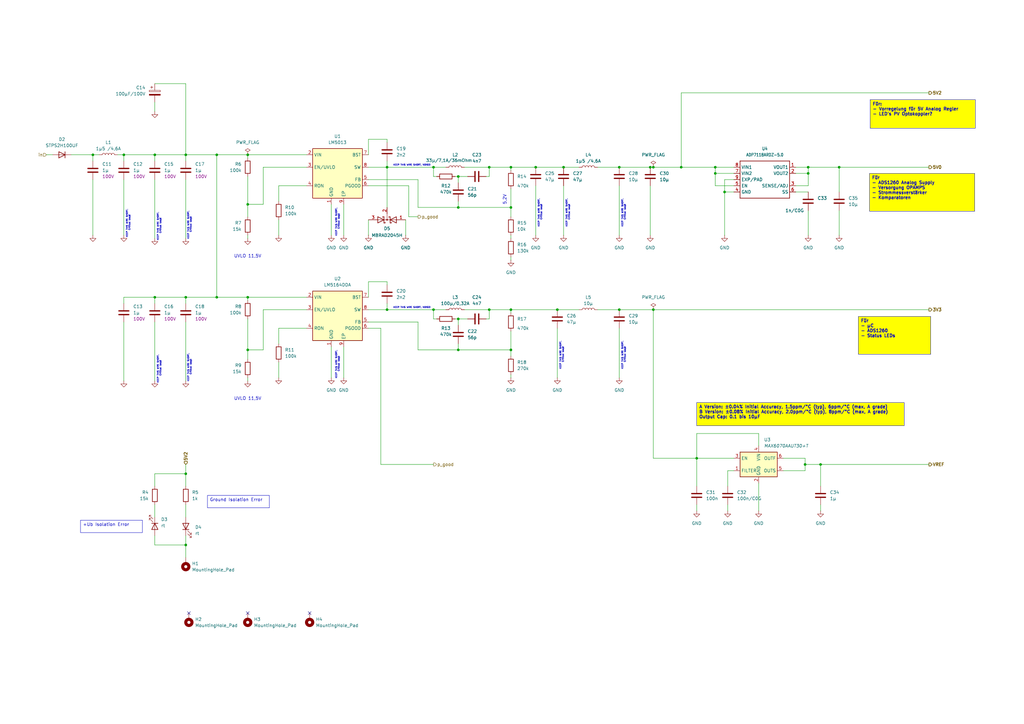
<source format=kicad_sch>
(kicad_sch
	(version 20250114)
	(generator "eeschema")
	(generator_version "9.0")
	(uuid "0a71412d-9bfe-4591-ab18-4fda89efb97a")
	(paper "A3")
	(lib_symbols
		(symbol "Device:C"
			(pin_numbers
				(hide yes)
			)
			(pin_names
				(offset 0.254)
			)
			(exclude_from_sim no)
			(in_bom yes)
			(on_board yes)
			(property "Reference" "C"
				(at 0.635 2.54 0)
				(effects
					(font
						(size 1.27 1.27)
					)
					(justify left)
				)
			)
			(property "Value" "C"
				(at 0.635 -2.54 0)
				(effects
					(font
						(size 1.27 1.27)
					)
					(justify left)
				)
			)
			(property "Footprint" ""
				(at 0.9652 -3.81 0)
				(effects
					(font
						(size 1.27 1.27)
					)
					(hide yes)
				)
			)
			(property "Datasheet" "~"
				(at 0 0 0)
				(effects
					(font
						(size 1.27 1.27)
					)
					(hide yes)
				)
			)
			(property "Description" "Unpolarized capacitor"
				(at 0 0 0)
				(effects
					(font
						(size 1.27 1.27)
					)
					(hide yes)
				)
			)
			(property "ki_keywords" "cap capacitor"
				(at 0 0 0)
				(effects
					(font
						(size 1.27 1.27)
					)
					(hide yes)
				)
			)
			(property "ki_fp_filters" "C_*"
				(at 0 0 0)
				(effects
					(font
						(size 1.27 1.27)
					)
					(hide yes)
				)
			)
			(symbol "C_0_1"
				(polyline
					(pts
						(xy -2.032 0.762) (xy 2.032 0.762)
					)
					(stroke
						(width 0.508)
						(type default)
					)
					(fill
						(type none)
					)
				)
				(polyline
					(pts
						(xy -2.032 -0.762) (xy 2.032 -0.762)
					)
					(stroke
						(width 0.508)
						(type default)
					)
					(fill
						(type none)
					)
				)
			)
			(symbol "C_1_1"
				(pin passive line
					(at 0 3.81 270)
					(length 2.794)
					(name "~"
						(effects
							(font
								(size 1.27 1.27)
							)
						)
					)
					(number "1"
						(effects
							(font
								(size 1.27 1.27)
							)
						)
					)
				)
				(pin passive line
					(at 0 -3.81 90)
					(length 2.794)
					(name "~"
						(effects
							(font
								(size 1.27 1.27)
							)
						)
					)
					(number "2"
						(effects
							(font
								(size 1.27 1.27)
							)
						)
					)
				)
			)
			(embedded_fonts no)
		)
		(symbol "Device:C_Polarized"
			(pin_numbers
				(hide yes)
			)
			(pin_names
				(offset 0.254)
			)
			(exclude_from_sim no)
			(in_bom yes)
			(on_board yes)
			(property "Reference" "C"
				(at 0.635 2.54 0)
				(effects
					(font
						(size 1.27 1.27)
					)
					(justify left)
				)
			)
			(property "Value" "C_Polarized"
				(at 0.635 -2.54 0)
				(effects
					(font
						(size 1.27 1.27)
					)
					(justify left)
				)
			)
			(property "Footprint" ""
				(at 0.9652 -3.81 0)
				(effects
					(font
						(size 1.27 1.27)
					)
					(hide yes)
				)
			)
			(property "Datasheet" "~"
				(at 0 0 0)
				(effects
					(font
						(size 1.27 1.27)
					)
					(hide yes)
				)
			)
			(property "Description" "Polarized capacitor"
				(at 0 0 0)
				(effects
					(font
						(size 1.27 1.27)
					)
					(hide yes)
				)
			)
			(property "ki_keywords" "cap capacitor"
				(at 0 0 0)
				(effects
					(font
						(size 1.27 1.27)
					)
					(hide yes)
				)
			)
			(property "ki_fp_filters" "CP_*"
				(at 0 0 0)
				(effects
					(font
						(size 1.27 1.27)
					)
					(hide yes)
				)
			)
			(symbol "C_Polarized_0_1"
				(rectangle
					(start -2.286 0.508)
					(end 2.286 1.016)
					(stroke
						(width 0)
						(type default)
					)
					(fill
						(type none)
					)
				)
				(polyline
					(pts
						(xy -1.778 2.286) (xy -0.762 2.286)
					)
					(stroke
						(width 0)
						(type default)
					)
					(fill
						(type none)
					)
				)
				(polyline
					(pts
						(xy -1.27 2.794) (xy -1.27 1.778)
					)
					(stroke
						(width 0)
						(type default)
					)
					(fill
						(type none)
					)
				)
				(rectangle
					(start 2.286 -0.508)
					(end -2.286 -1.016)
					(stroke
						(width 0)
						(type default)
					)
					(fill
						(type outline)
					)
				)
			)
			(symbol "C_Polarized_1_1"
				(pin passive line
					(at 0 3.81 270)
					(length 2.794)
					(name "~"
						(effects
							(font
								(size 1.27 1.27)
							)
						)
					)
					(number "1"
						(effects
							(font
								(size 1.27 1.27)
							)
						)
					)
				)
				(pin passive line
					(at 0 -3.81 90)
					(length 2.794)
					(name "~"
						(effects
							(font
								(size 1.27 1.27)
							)
						)
					)
					(number "2"
						(effects
							(font
								(size 1.27 1.27)
							)
						)
					)
				)
			)
			(embedded_fonts no)
		)
		(symbol "Device:D"
			(pin_numbers
				(hide yes)
			)
			(pin_names
				(offset 1.016)
				(hide yes)
			)
			(exclude_from_sim no)
			(in_bom yes)
			(on_board yes)
			(property "Reference" "D"
				(at 0 2.54 0)
				(effects
					(font
						(size 1.27 1.27)
					)
				)
			)
			(property "Value" "D"
				(at 0 -2.54 0)
				(effects
					(font
						(size 1.27 1.27)
					)
				)
			)
			(property "Footprint" ""
				(at 0 0 0)
				(effects
					(font
						(size 1.27 1.27)
					)
					(hide yes)
				)
			)
			(property "Datasheet" "~"
				(at 0 0 0)
				(effects
					(font
						(size 1.27 1.27)
					)
					(hide yes)
				)
			)
			(property "Description" "Diode"
				(at 0 0 0)
				(effects
					(font
						(size 1.27 1.27)
					)
					(hide yes)
				)
			)
			(property "Sim.Device" "D"
				(at 0 0 0)
				(effects
					(font
						(size 1.27 1.27)
					)
					(hide yes)
				)
			)
			(property "Sim.Pins" "1=K 2=A"
				(at 0 0 0)
				(effects
					(font
						(size 1.27 1.27)
					)
					(hide yes)
				)
			)
			(property "ki_keywords" "diode"
				(at 0 0 0)
				(effects
					(font
						(size 1.27 1.27)
					)
					(hide yes)
				)
			)
			(property "ki_fp_filters" "TO-???* *_Diode_* *SingleDiode* D_*"
				(at 0 0 0)
				(effects
					(font
						(size 1.27 1.27)
					)
					(hide yes)
				)
			)
			(symbol "D_0_1"
				(polyline
					(pts
						(xy -1.27 1.27) (xy -1.27 -1.27)
					)
					(stroke
						(width 0.254)
						(type default)
					)
					(fill
						(type none)
					)
				)
				(polyline
					(pts
						(xy 1.27 1.27) (xy 1.27 -1.27) (xy -1.27 0) (xy 1.27 1.27)
					)
					(stroke
						(width 0.254)
						(type default)
					)
					(fill
						(type none)
					)
				)
				(polyline
					(pts
						(xy 1.27 0) (xy -1.27 0)
					)
					(stroke
						(width 0)
						(type default)
					)
					(fill
						(type none)
					)
				)
			)
			(symbol "D_1_1"
				(pin passive line
					(at -3.81 0 0)
					(length 2.54)
					(name "K"
						(effects
							(font
								(size 1.27 1.27)
							)
						)
					)
					(number "1"
						(effects
							(font
								(size 1.27 1.27)
							)
						)
					)
				)
				(pin passive line
					(at 3.81 0 180)
					(length 2.54)
					(name "A"
						(effects
							(font
								(size 1.27 1.27)
							)
						)
					)
					(number "2"
						(effects
							(font
								(size 1.27 1.27)
							)
						)
					)
				)
			)
			(embedded_fonts no)
		)
		(symbol "Device:D_Schottky_Dual_CommonCathode_AKA"
			(pin_names
				(offset 0.762)
				(hide yes)
			)
			(exclude_from_sim no)
			(in_bom yes)
			(on_board yes)
			(property "Reference" "D"
				(at 1.27 -2.54 0)
				(effects
					(font
						(size 1.27 1.27)
					)
				)
			)
			(property "Value" "D_Schottky_Dual_CommonCathode_AKA"
				(at 0 2.54 0)
				(effects
					(font
						(size 1.27 1.27)
					)
				)
			)
			(property "Footprint" ""
				(at 0 0 0)
				(effects
					(font
						(size 1.27 1.27)
					)
					(hide yes)
				)
			)
			(property "Datasheet" "~"
				(at 0 0 0)
				(effects
					(font
						(size 1.27 1.27)
					)
					(hide yes)
				)
			)
			(property "Description" "Dual Schottky diode, common cathode on pin 2"
				(at 0 0 0)
				(effects
					(font
						(size 1.27 1.27)
					)
					(hide yes)
				)
			)
			(property "ki_keywords" "diode"
				(at 0 0 0)
				(effects
					(font
						(size 1.27 1.27)
					)
					(hide yes)
				)
			)
			(symbol "D_Schottky_Dual_CommonCathode_AKA_0_1"
				(polyline
					(pts
						(xy -3.81 1.27) (xy -1.27 0) (xy -3.81 -1.27) (xy -3.81 1.27) (xy -3.81 1.27) (xy -3.81 1.27)
					)
					(stroke
						(width 0.254)
						(type default)
					)
					(fill
						(type none)
					)
				)
				(polyline
					(pts
						(xy -1.778 1.016) (xy -1.778 1.27) (xy -1.27 1.27) (xy -1.27 1.27) (xy -1.27 1.27)
					)
					(stroke
						(width 0.254)
						(type default)
					)
					(fill
						(type none)
					)
				)
				(polyline
					(pts
						(xy -1.27 -1.27) (xy -1.27 1.27) (xy -1.27 1.27)
					)
					(stroke
						(width 0.254)
						(type default)
					)
					(fill
						(type none)
					)
				)
				(polyline
					(pts
						(xy -1.27 -1.27) (xy -0.762 -1.27) (xy -0.762 -1.016) (xy -0.762 -1.016)
					)
					(stroke
						(width 0.254)
						(type default)
					)
					(fill
						(type none)
					)
				)
				(polyline
					(pts
						(xy 0 0) (xy 0 -2.54)
					)
					(stroke
						(width 0)
						(type default)
					)
					(fill
						(type none)
					)
				)
				(circle
					(center 0 0)
					(radius 0.254)
					(stroke
						(width 0)
						(type default)
					)
					(fill
						(type outline)
					)
				)
				(polyline
					(pts
						(xy 1.27 1.27) (xy 0.762 1.27) (xy 0.762 1.016) (xy 0.762 1.016)
					)
					(stroke
						(width 0.254)
						(type default)
					)
					(fill
						(type none)
					)
				)
				(polyline
					(pts
						(xy 1.27 -1.27) (xy 1.27 1.27) (xy 1.27 1.27)
					)
					(stroke
						(width 0.254)
						(type default)
					)
					(fill
						(type none)
					)
				)
				(polyline
					(pts
						(xy 1.27 -1.27) (xy 1.778 -1.27) (xy 1.778 -1.016) (xy 1.778 -1.016)
					)
					(stroke
						(width 0.254)
						(type default)
					)
					(fill
						(type none)
					)
				)
				(polyline
					(pts
						(xy 3.81 0) (xy -3.81 0)
					)
					(stroke
						(width 0)
						(type default)
					)
					(fill
						(type none)
					)
				)
				(polyline
					(pts
						(xy 3.81 -1.27) (xy 1.27 0) (xy 3.81 1.27) (xy 3.81 -1.27) (xy 3.81 -1.27) (xy 3.81 -1.27)
					)
					(stroke
						(width 0.254)
						(type default)
					)
					(fill
						(type none)
					)
				)
				(pin passive line
					(at -7.62 0 0)
					(length 3.81)
					(name "A"
						(effects
							(font
								(size 1.27 1.27)
							)
						)
					)
					(number "1"
						(effects
							(font
								(size 1.27 1.27)
							)
						)
					)
				)
				(pin passive line
					(at 0 -5.08 90)
					(length 2.54)
					(name "K"
						(effects
							(font
								(size 1.27 1.27)
							)
						)
					)
					(number "2"
						(effects
							(font
								(size 1.27 1.27)
							)
						)
					)
				)
				(pin passive line
					(at 7.62 0 180)
					(length 3.81)
					(name "A"
						(effects
							(font
								(size 1.27 1.27)
							)
						)
					)
					(number "3"
						(effects
							(font
								(size 1.27 1.27)
							)
						)
					)
				)
			)
			(embedded_fonts no)
		)
		(symbol "Device:L"
			(pin_numbers
				(hide yes)
			)
			(pin_names
				(offset 1.016)
				(hide yes)
			)
			(exclude_from_sim no)
			(in_bom yes)
			(on_board yes)
			(property "Reference" "L"
				(at -1.27 0 90)
				(effects
					(font
						(size 1.27 1.27)
					)
				)
			)
			(property "Value" "L"
				(at 1.905 0 90)
				(effects
					(font
						(size 1.27 1.27)
					)
				)
			)
			(property "Footprint" ""
				(at 0 0 0)
				(effects
					(font
						(size 1.27 1.27)
					)
					(hide yes)
				)
			)
			(property "Datasheet" "~"
				(at 0 0 0)
				(effects
					(font
						(size 1.27 1.27)
					)
					(hide yes)
				)
			)
			(property "Description" "Inductor"
				(at 0 0 0)
				(effects
					(font
						(size 1.27 1.27)
					)
					(hide yes)
				)
			)
			(property "ki_keywords" "inductor choke coil reactor magnetic"
				(at 0 0 0)
				(effects
					(font
						(size 1.27 1.27)
					)
					(hide yes)
				)
			)
			(property "ki_fp_filters" "Choke_* *Coil* Inductor_* L_*"
				(at 0 0 0)
				(effects
					(font
						(size 1.27 1.27)
					)
					(hide yes)
				)
			)
			(symbol "L_0_1"
				(arc
					(start 0 2.54)
					(mid 0.6323 1.905)
					(end 0 1.27)
					(stroke
						(width 0)
						(type default)
					)
					(fill
						(type none)
					)
				)
				(arc
					(start 0 1.27)
					(mid 0.6323 0.635)
					(end 0 0)
					(stroke
						(width 0)
						(type default)
					)
					(fill
						(type none)
					)
				)
				(arc
					(start 0 0)
					(mid 0.6323 -0.635)
					(end 0 -1.27)
					(stroke
						(width 0)
						(type default)
					)
					(fill
						(type none)
					)
				)
				(arc
					(start 0 -1.27)
					(mid 0.6323 -1.905)
					(end 0 -2.54)
					(stroke
						(width 0)
						(type default)
					)
					(fill
						(type none)
					)
				)
			)
			(symbol "L_1_1"
				(pin passive line
					(at 0 3.81 270)
					(length 1.27)
					(name "1"
						(effects
							(font
								(size 1.27 1.27)
							)
						)
					)
					(number "1"
						(effects
							(font
								(size 1.27 1.27)
							)
						)
					)
				)
				(pin passive line
					(at 0 -3.81 90)
					(length 1.27)
					(name "2"
						(effects
							(font
								(size 1.27 1.27)
							)
						)
					)
					(number "2"
						(effects
							(font
								(size 1.27 1.27)
							)
						)
					)
				)
			)
			(embedded_fonts no)
		)
		(symbol "Device:LED"
			(pin_numbers
				(hide yes)
			)
			(pin_names
				(offset 1.016)
				(hide yes)
			)
			(exclude_from_sim no)
			(in_bom yes)
			(on_board yes)
			(property "Reference" "D"
				(at 0 2.54 0)
				(effects
					(font
						(size 1.27 1.27)
					)
				)
			)
			(property "Value" "LED"
				(at 0 -2.54 0)
				(effects
					(font
						(size 1.27 1.27)
					)
				)
			)
			(property "Footprint" ""
				(at 0 0 0)
				(effects
					(font
						(size 1.27 1.27)
					)
					(hide yes)
				)
			)
			(property "Datasheet" "~"
				(at 0 0 0)
				(effects
					(font
						(size 1.27 1.27)
					)
					(hide yes)
				)
			)
			(property "Description" "Light emitting diode"
				(at 0 0 0)
				(effects
					(font
						(size 1.27 1.27)
					)
					(hide yes)
				)
			)
			(property "Sim.Pins" "1=K 2=A"
				(at 0 0 0)
				(effects
					(font
						(size 1.27 1.27)
					)
					(hide yes)
				)
			)
			(property "ki_keywords" "LED diode"
				(at 0 0 0)
				(effects
					(font
						(size 1.27 1.27)
					)
					(hide yes)
				)
			)
			(property "ki_fp_filters" "LED* LED_SMD:* LED_THT:*"
				(at 0 0 0)
				(effects
					(font
						(size 1.27 1.27)
					)
					(hide yes)
				)
			)
			(symbol "LED_0_1"
				(polyline
					(pts
						(xy -3.048 -0.762) (xy -4.572 -2.286) (xy -3.81 -2.286) (xy -4.572 -2.286) (xy -4.572 -1.524)
					)
					(stroke
						(width 0)
						(type default)
					)
					(fill
						(type none)
					)
				)
				(polyline
					(pts
						(xy -1.778 -0.762) (xy -3.302 -2.286) (xy -2.54 -2.286) (xy -3.302 -2.286) (xy -3.302 -1.524)
					)
					(stroke
						(width 0)
						(type default)
					)
					(fill
						(type none)
					)
				)
				(polyline
					(pts
						(xy -1.27 0) (xy 1.27 0)
					)
					(stroke
						(width 0)
						(type default)
					)
					(fill
						(type none)
					)
				)
				(polyline
					(pts
						(xy -1.27 -1.27) (xy -1.27 1.27)
					)
					(stroke
						(width 0.254)
						(type default)
					)
					(fill
						(type none)
					)
				)
				(polyline
					(pts
						(xy 1.27 -1.27) (xy 1.27 1.27) (xy -1.27 0) (xy 1.27 -1.27)
					)
					(stroke
						(width 0.254)
						(type default)
					)
					(fill
						(type none)
					)
				)
			)
			(symbol "LED_1_1"
				(pin passive line
					(at -3.81 0 0)
					(length 2.54)
					(name "K"
						(effects
							(font
								(size 1.27 1.27)
							)
						)
					)
					(number "1"
						(effects
							(font
								(size 1.27 1.27)
							)
						)
					)
				)
				(pin passive line
					(at 3.81 0 180)
					(length 2.54)
					(name "A"
						(effects
							(font
								(size 1.27 1.27)
							)
						)
					)
					(number "2"
						(effects
							(font
								(size 1.27 1.27)
							)
						)
					)
				)
			)
			(embedded_fonts no)
		)
		(symbol "Device:R"
			(pin_numbers
				(hide yes)
			)
			(pin_names
				(offset 0)
			)
			(exclude_from_sim no)
			(in_bom yes)
			(on_board yes)
			(property "Reference" "R"
				(at 2.032 0 90)
				(effects
					(font
						(size 1.27 1.27)
					)
				)
			)
			(property "Value" "R"
				(at 0 0 90)
				(effects
					(font
						(size 1.27 1.27)
					)
				)
			)
			(property "Footprint" ""
				(at -1.778 0 90)
				(effects
					(font
						(size 1.27 1.27)
					)
					(hide yes)
				)
			)
			(property "Datasheet" "~"
				(at 0 0 0)
				(effects
					(font
						(size 1.27 1.27)
					)
					(hide yes)
				)
			)
			(property "Description" "Resistor"
				(at 0 0 0)
				(effects
					(font
						(size 1.27 1.27)
					)
					(hide yes)
				)
			)
			(property "ki_keywords" "R res resistor"
				(at 0 0 0)
				(effects
					(font
						(size 1.27 1.27)
					)
					(hide yes)
				)
			)
			(property "ki_fp_filters" "R_*"
				(at 0 0 0)
				(effects
					(font
						(size 1.27 1.27)
					)
					(hide yes)
				)
			)
			(symbol "R_0_1"
				(rectangle
					(start -1.016 -2.54)
					(end 1.016 2.54)
					(stroke
						(width 0.254)
						(type default)
					)
					(fill
						(type none)
					)
				)
			)
			(symbol "R_1_1"
				(pin passive line
					(at 0 3.81 270)
					(length 1.27)
					(name "~"
						(effects
							(font
								(size 1.27 1.27)
							)
						)
					)
					(number "1"
						(effects
							(font
								(size 1.27 1.27)
							)
						)
					)
				)
				(pin passive line
					(at 0 -3.81 90)
					(length 1.27)
					(name "~"
						(effects
							(font
								(size 1.27 1.27)
							)
						)
					)
					(number "2"
						(effects
							(font
								(size 1.27 1.27)
							)
						)
					)
				)
			)
			(embedded_fonts no)
		)
		(symbol "Mechanical:MountingHole_Pad"
			(pin_numbers
				(hide yes)
			)
			(pin_names
				(offset 1.016)
				(hide yes)
			)
			(exclude_from_sim no)
			(in_bom no)
			(on_board yes)
			(property "Reference" "H"
				(at 0 6.35 0)
				(effects
					(font
						(size 1.27 1.27)
					)
				)
			)
			(property "Value" "MountingHole_Pad"
				(at 0 4.445 0)
				(effects
					(font
						(size 1.27 1.27)
					)
				)
			)
			(property "Footprint" ""
				(at 0 0 0)
				(effects
					(font
						(size 1.27 1.27)
					)
					(hide yes)
				)
			)
			(property "Datasheet" "~"
				(at 0 0 0)
				(effects
					(font
						(size 1.27 1.27)
					)
					(hide yes)
				)
			)
			(property "Description" "Mounting Hole with connection"
				(at 0 0 0)
				(effects
					(font
						(size 1.27 1.27)
					)
					(hide yes)
				)
			)
			(property "ki_keywords" "mounting hole"
				(at 0 0 0)
				(effects
					(font
						(size 1.27 1.27)
					)
					(hide yes)
				)
			)
			(property "ki_fp_filters" "MountingHole*Pad*"
				(at 0 0 0)
				(effects
					(font
						(size 1.27 1.27)
					)
					(hide yes)
				)
			)
			(symbol "MountingHole_Pad_0_1"
				(circle
					(center 0 1.27)
					(radius 1.27)
					(stroke
						(width 1.27)
						(type default)
					)
					(fill
						(type none)
					)
				)
			)
			(symbol "MountingHole_Pad_1_1"
				(pin input line
					(at 0 -2.54 90)
					(length 2.54)
					(name "1"
						(effects
							(font
								(size 1.27 1.27)
							)
						)
					)
					(number "1"
						(effects
							(font
								(size 1.27 1.27)
							)
						)
					)
				)
			)
			(embedded_fonts no)
		)
		(symbol "Reference_Voltage:MAX6070BAUT30+T"
			(exclude_from_sim no)
			(in_bom yes)
			(on_board yes)
			(property "Reference" "U"
				(at 1.27 8.89 0)
				(effects
					(font
						(size 1.27 1.27)
					)
					(justify left)
				)
			)
			(property "Value" "MAX6070BAUT30+T"
				(at 1.27 6.35 0)
				(effects
					(font
						(size 1.27 1.27)
						(italic yes)
					)
					(justify left)
				)
			)
			(property "Footprint" "Package_TO_SOT_SMD:SOT-23-6"
				(at 1.27 -7.62 0)
				(effects
					(font
						(size 1.27 1.27)
						(italic yes)
					)
					(justify left)
					(hide yes)
				)
			)
			(property "Datasheet" "https://www.analog.com/media/en/technical-documentation/data-sheets/MAX6070-MAX6071.pdf"
				(at 0 0 0)
				(effects
					(font
						(size 1.27 1.27)
						(italic yes)
					)
					(hide yes)
				)
			)
			(property "Description" "Low-Noise, High-Precision Series Voltage Reference, 3V, ±0.08% initial accuracy, SOT-23-6"
				(at 0 0 0)
				(effects
					(font
						(size 1.27 1.27)
					)
					(hide yes)
				)
			)
			(property "ki_keywords" "Low Noise Precision Voltage Reference"
				(at 0 0 0)
				(effects
					(font
						(size 1.27 1.27)
					)
					(hide yes)
				)
			)
			(property "ki_fp_filters" "SOT?23*"
				(at 0 0 0)
				(effects
					(font
						(size 1.27 1.27)
					)
					(hide yes)
				)
			)
			(symbol "MAX6070BAUT30+T_0_1"
				(rectangle
					(start -7.62 5.08)
					(end 7.62 -5.08)
					(stroke
						(width 0.254)
						(type solid)
					)
					(fill
						(type background)
					)
				)
			)
			(symbol "MAX6070BAUT30+T_1_1"
				(pin input line
					(at -10.16 2.54 0)
					(length 2.54)
					(name "EN"
						(effects
							(font
								(size 1.27 1.27)
							)
						)
					)
					(number "3"
						(effects
							(font
								(size 1.27 1.27)
							)
						)
					)
				)
				(pin passive line
					(at -10.16 -2.54 0)
					(length 2.54)
					(name "FILTER"
						(effects
							(font
								(size 1.27 1.27)
							)
						)
					)
					(number "1"
						(effects
							(font
								(size 1.27 1.27)
							)
						)
					)
				)
				(pin power_in line
					(at 0 7.62 270)
					(length 2.54)
					(name "VIN"
						(effects
							(font
								(size 1.27 1.27)
							)
						)
					)
					(number "4"
						(effects
							(font
								(size 1.27 1.27)
							)
						)
					)
				)
				(pin power_in line
					(at 0 -7.62 90)
					(length 2.54)
					(name "GND"
						(effects
							(font
								(size 1.27 1.27)
							)
						)
					)
					(number "2"
						(effects
							(font
								(size 1.27 1.27)
							)
						)
					)
				)
				(pin output line
					(at 10.16 2.54 180)
					(length 2.54)
					(name "OUTF"
						(effects
							(font
								(size 1.27 1.27)
							)
						)
					)
					(number "6"
						(effects
							(font
								(size 1.27 1.27)
							)
						)
					)
				)
				(pin input line
					(at 10.16 -2.54 180)
					(length 2.54)
					(name "OUTS"
						(effects
							(font
								(size 1.27 1.27)
							)
						)
					)
					(number "5"
						(effects
							(font
								(size 1.27 1.27)
							)
						)
					)
				)
			)
			(embedded_fonts no)
		)
		(symbol "Regulator_Switching:LM5164DDA"
			(exclude_from_sim no)
			(in_bom yes)
			(on_board yes)
			(property "Reference" "U"
				(at -8.89 11.43 0)
				(effects
					(font
						(size 1.27 1.27)
					)
				)
			)
			(property "Value" "LM5164DDA"
				(at 5.08 11.43 0)
				(effects
					(font
						(size 1.27 1.27)
					)
				)
			)
			(property "Footprint" "Package_SO:HSOP-8-1EP_3.9x4.9mm_P1.27mm_EP2.41x3.1mm_ThermalVias"
				(at 1.27 -11.43 0)
				(effects
					(font
						(size 1.27 1.27)
					)
					(hide yes)
				)
			)
			(property "Datasheet" "https://www.ti.com/lit/ds/symlink/lm5164.pdf?ts=1598311864250&ref_url=https%253A%252F%252Fwww.ti.com%252Fproduct%252FLM5164%253FHQS%253DTI-null-null-octopart-df-pf-null-wwe"
				(at -7.62 8.89 0)
				(effects
					(font
						(size 1.27 1.27)
					)
					(hide yes)
				)
			)
			(property "Description" "1A synchronous buck converter with ultra-low IQ, 6V - 100V input, adjustable output voltage, HSOP-8"
				(at 0 0 0)
				(effects
					(font
						(size 1.27 1.27)
					)
					(hide yes)
				)
			)
			(property "ki_keywords" "step-down dc-dc buck regulator adjustable"
				(at 0 0 0)
				(effects
					(font
						(size 1.27 1.27)
					)
					(hide yes)
				)
			)
			(property "ki_fp_filters" "HSOP*1EP*3.9x4.9*P1.27mm*"
				(at 0 0 0)
				(effects
					(font
						(size 1.27 1.27)
					)
					(hide yes)
				)
			)
			(symbol "LM5164DDA_1_1"
				(rectangle
					(start -10.16 10.16)
					(end 10.16 -10.16)
					(stroke
						(width 0.254)
						(type default)
					)
					(fill
						(type background)
					)
				)
				(pin power_in line
					(at -12.7 7.62 0)
					(length 2.54)
					(name "VIN"
						(effects
							(font
								(size 1.27 1.27)
							)
						)
					)
					(number "2"
						(effects
							(font
								(size 1.27 1.27)
							)
						)
					)
				)
				(pin input line
					(at -12.7 2.54 0)
					(length 2.54)
					(name "EN/UVLO"
						(effects
							(font
								(size 1.27 1.27)
							)
						)
					)
					(number "3"
						(effects
							(font
								(size 1.27 1.27)
							)
						)
					)
				)
				(pin passive line
					(at -12.7 -5.08 0)
					(length 2.54)
					(name "RON"
						(effects
							(font
								(size 1.27 1.27)
							)
						)
					)
					(number "4"
						(effects
							(font
								(size 1.27 1.27)
							)
						)
					)
				)
				(pin power_in line
					(at -2.54 -12.7 90)
					(length 2.54)
					(name "GND"
						(effects
							(font
								(size 1.27 1.27)
							)
						)
					)
					(number "1"
						(effects
							(font
								(size 1.27 1.27)
							)
						)
					)
				)
				(pin passive line
					(at 2.54 -12.7 90)
					(length 2.54)
					(name "EP"
						(effects
							(font
								(size 1.27 1.27)
							)
						)
					)
					(number "9"
						(effects
							(font
								(size 1.27 1.27)
							)
						)
					)
				)
				(pin passive line
					(at 12.7 7.62 180)
					(length 2.54)
					(name "BST"
						(effects
							(font
								(size 1.27 1.27)
							)
						)
					)
					(number "7"
						(effects
							(font
								(size 1.27 1.27)
							)
						)
					)
				)
				(pin power_out line
					(at 12.7 2.54 180)
					(length 2.54)
					(name "SW"
						(effects
							(font
								(size 1.27 1.27)
							)
						)
					)
					(number "8"
						(effects
							(font
								(size 1.27 1.27)
							)
						)
					)
				)
				(pin input line
					(at 12.7 -2.54 180)
					(length 2.54)
					(name "FB"
						(effects
							(font
								(size 1.27 1.27)
							)
						)
					)
					(number "5"
						(effects
							(font
								(size 1.27 1.27)
							)
						)
					)
				)
				(pin open_collector line
					(at 12.7 -5.08 180)
					(length 2.54)
					(name "PGOOD"
						(effects
							(font
								(size 1.27 1.27)
							)
						)
					)
					(number "6"
						(effects
							(font
								(size 1.27 1.27)
							)
						)
					)
				)
			)
			(embedded_fonts no)
		)
		(symbol "myVoltageRegulator:ADP7118"
			(exclude_from_sim no)
			(in_bom yes)
			(on_board yes)
			(property "Reference" "IC"
				(at 2.54 10.16 0)
				(effects
					(font
						(size 1.27 1.0795)
					)
					(justify left bottom)
				)
			)
			(property "Value" ""
				(at 2.54 -10.16 0)
				(effects
					(font
						(size 1.27 1.0795)
					)
					(justify left bottom)
				)
			)
			(property "Footprint" "greenMeter_v3:ADP7118_SOIC8"
				(at 0 0 0)
				(effects
					(font
						(size 1.27 1.27)
					)
					(hide yes)
				)
			)
			(property "Datasheet" ""
				(at 0 0 0)
				(effects
					(font
						(size 1.27 1.27)
					)
					(hide yes)
				)
			)
			(property "Description" ""
				(at 0 0 0)
				(effects
					(font
						(size 1.27 1.27)
					)
					(hide yes)
				)
			)
			(property "ki_locked" ""
				(at 0 0 0)
				(effects
					(font
						(size 1.27 1.27)
					)
				)
			)
			(symbol "ADP7118_1_0"
				(polyline
					(pts
						(xy -10.16 7.62) (xy 10.16 7.62)
					)
					(stroke
						(width 0.254)
						(type solid)
					)
					(fill
						(type none)
					)
				)
				(polyline
					(pts
						(xy -10.16 -7.62) (xy -10.16 7.62)
					)
					(stroke
						(width 0.254)
						(type solid)
					)
					(fill
						(type none)
					)
				)
				(polyline
					(pts
						(xy 10.16 7.62) (xy 10.16 -7.62)
					)
					(stroke
						(width 0.254)
						(type solid)
					)
					(fill
						(type none)
					)
				)
				(polyline
					(pts
						(xy 10.16 -7.62) (xy -10.16 -7.62)
					)
					(stroke
						(width 0.254)
						(type solid)
					)
					(fill
						(type none)
					)
				)
				(pin power_in line
					(at -12.7 5.08 0)
					(length 2.54)
					(name "VIN1"
						(effects
							(font
								(size 1.27 1.27)
							)
						)
					)
					(number "8"
						(effects
							(font
								(size 1.27 1.27)
							)
						)
					)
				)
				(pin power_in line
					(at -12.7 2.54 0)
					(length 2.54)
					(name "VIN2"
						(effects
							(font
								(size 1.27 1.27)
							)
						)
					)
					(number "7"
						(effects
							(font
								(size 1.27 1.27)
							)
						)
					)
				)
				(pin power_in line
					(at -12.7 0 0)
					(length 2.54)
					(name "EXP/PAD"
						(effects
							(font
								(size 1.27 1.27)
							)
						)
					)
					(number "9"
						(effects
							(font
								(size 1.27 1.27)
							)
						)
					)
				)
				(pin input line
					(at -12.7 -2.54 0)
					(length 2.54)
					(name "EN"
						(effects
							(font
								(size 1.27 1.27)
							)
						)
					)
					(number "5"
						(effects
							(font
								(size 1.27 1.27)
							)
						)
					)
				)
				(pin power_in line
					(at -12.7 -5.08 0)
					(length 2.54)
					(name "GND"
						(effects
							(font
								(size 1.27 1.27)
							)
						)
					)
					(number "4"
						(effects
							(font
								(size 1.27 1.27)
							)
						)
					)
				)
				(pin power_out line
					(at 12.7 5.08 180)
					(length 2.54)
					(name "VOUT1"
						(effects
							(font
								(size 1.27 1.27)
							)
						)
					)
					(number "1"
						(effects
							(font
								(size 1.27 1.27)
							)
						)
					)
				)
				(pin power_out line
					(at 12.7 2.54 180)
					(length 2.54)
					(name "VOUT2"
						(effects
							(font
								(size 1.27 1.27)
							)
						)
					)
					(number "2"
						(effects
							(font
								(size 1.27 1.27)
							)
						)
					)
				)
				(pin passive line
					(at 12.7 -2.54 180)
					(length 2.54)
					(name "SENSE/ADJ"
						(effects
							(font
								(size 1.27 1.27)
							)
						)
					)
					(number "3"
						(effects
							(font
								(size 1.27 1.27)
							)
						)
					)
				)
				(pin passive line
					(at 12.7 -5.08 180)
					(length 2.54)
					(name "SS"
						(effects
							(font
								(size 1.27 1.27)
							)
						)
					)
					(number "6"
						(effects
							(font
								(size 1.27 1.27)
							)
						)
					)
				)
			)
			(embedded_fonts no)
		)
		(symbol "power:GND"
			(power)
			(pin_numbers
				(hide yes)
			)
			(pin_names
				(offset 0)
				(hide yes)
			)
			(exclude_from_sim no)
			(in_bom yes)
			(on_board yes)
			(property "Reference" "#PWR"
				(at 0 -6.35 0)
				(effects
					(font
						(size 1.27 1.27)
					)
					(hide yes)
				)
			)
			(property "Value" "GND"
				(at 0 -3.81 0)
				(effects
					(font
						(size 1.27 1.27)
					)
				)
			)
			(property "Footprint" ""
				(at 0 0 0)
				(effects
					(font
						(size 1.27 1.27)
					)
					(hide yes)
				)
			)
			(property "Datasheet" ""
				(at 0 0 0)
				(effects
					(font
						(size 1.27 1.27)
					)
					(hide yes)
				)
			)
			(property "Description" "Power symbol creates a global label with name \"GND\" , ground"
				(at 0 0 0)
				(effects
					(font
						(size 1.27 1.27)
					)
					(hide yes)
				)
			)
			(property "ki_keywords" "global power"
				(at 0 0 0)
				(effects
					(font
						(size 1.27 1.27)
					)
					(hide yes)
				)
			)
			(symbol "GND_0_1"
				(polyline
					(pts
						(xy 0 0) (xy 0 -1.27) (xy 1.27 -1.27) (xy 0 -2.54) (xy -1.27 -1.27) (xy 0 -1.27)
					)
					(stroke
						(width 0)
						(type default)
					)
					(fill
						(type none)
					)
				)
			)
			(symbol "GND_1_1"
				(pin power_in line
					(at 0 0 270)
					(length 0)
					(name "~"
						(effects
							(font
								(size 1.27 1.27)
							)
						)
					)
					(number "1"
						(effects
							(font
								(size 1.27 1.27)
							)
						)
					)
				)
			)
			(embedded_fonts no)
		)
		(symbol "power:PWR_FLAG"
			(power)
			(pin_numbers
				(hide yes)
			)
			(pin_names
				(offset 0)
				(hide yes)
			)
			(exclude_from_sim no)
			(in_bom yes)
			(on_board yes)
			(property "Reference" "#FLG"
				(at 0 1.905 0)
				(effects
					(font
						(size 1.27 1.27)
					)
					(hide yes)
				)
			)
			(property "Value" "PWR_FLAG"
				(at 0 3.81 0)
				(effects
					(font
						(size 1.27 1.27)
					)
				)
			)
			(property "Footprint" ""
				(at 0 0 0)
				(effects
					(font
						(size 1.27 1.27)
					)
					(hide yes)
				)
			)
			(property "Datasheet" "~"
				(at 0 0 0)
				(effects
					(font
						(size 1.27 1.27)
					)
					(hide yes)
				)
			)
			(property "Description" "Special symbol for telling ERC where power comes from"
				(at 0 0 0)
				(effects
					(font
						(size 1.27 1.27)
					)
					(hide yes)
				)
			)
			(property "ki_keywords" "flag power"
				(at 0 0 0)
				(effects
					(font
						(size 1.27 1.27)
					)
					(hide yes)
				)
			)
			(symbol "PWR_FLAG_0_0"
				(pin power_out line
					(at 0 0 90)
					(length 0)
					(name "~"
						(effects
							(font
								(size 1.27 1.27)
							)
						)
					)
					(number "1"
						(effects
							(font
								(size 1.27 1.27)
							)
						)
					)
				)
			)
			(symbol "PWR_FLAG_0_1"
				(polyline
					(pts
						(xy 0 0) (xy 0 1.27) (xy -1.016 1.905) (xy 0 2.54) (xy 1.016 1.905) (xy 0 1.27)
					)
					(stroke
						(width 0)
						(type default)
					)
					(fill
						(type none)
					)
				)
			)
			(embedded_fonts no)
		)
	)
	(text "KEEP THIS WIRE SHORT, \nCritical loop!"
		(exclude_from_sim no)
		(at 65.278 151.13 90)
		(effects
			(font
				(size 0.635 0.635)
			)
		)
		(uuid "2fb1a431-5b69-4f83-8a6a-15a25785e3e5")
	)
	(text "KEEP THIS WIRE SHORT, \nCritical loop!"
		(exclude_from_sim no)
		(at 221.488 87.122 90)
		(effects
			(font
				(size 0.635 0.635)
			)
		)
		(uuid "32e3f2b0-d623-4520-8e32-98626fa14a62")
	)
	(text "UVLO 11,5V\n"
		(exclude_from_sim no)
		(at 101.6 163.576 0)
		(effects
			(font
				(size 1.27 1.27)
			)
		)
		(uuid "372d1083-c7ed-439d-b4b0-4090f2763f08")
	)
	(text "KEEP THIS WIRE SHORT, \nCritical loop!"
		(exclude_from_sim no)
		(at 255.778 145.542 90)
		(effects
			(font
				(size 0.635 0.635)
			)
		)
		(uuid "5f840927-6f77-4614-8660-39761cd87a62")
	)
	(text "UVLO 11,5V\n"
		(exclude_from_sim no)
		(at 101.6 105.156 0)
		(effects
			(font
				(size 1.27 1.27)
			)
		)
		(uuid "6f144863-5478-46df-9f69-3722819095f0")
	)
	(text "KEEP THIS WIRE SHORT, \nCritical loop!"
		(exclude_from_sim no)
		(at 232.918 87.122 90)
		(effects
			(font
				(size 0.635 0.635)
			)
		)
		(uuid "708c0c96-cfad-4ac4-a196-56fb2d0c6614")
	)
	(text "5,2V"
		(exclude_from_sim no)
		(at 207.772 84.074 90)
		(effects
			(font
				(size 1.27 1.27)
			)
			(justify left bottom)
		)
		(uuid "7590cfd5-fa8b-437e-8b55-21ac74a4dccf")
	)
	(text "KEEP THIS WIRE SHORT, NOISE!"
		(exclude_from_sim no)
		(at 168.91 67.818 0)
		(effects
			(font
				(size 0.635 0.635)
			)
		)
		(uuid "93239db0-3a95-4c82-894f-9817caab4582")
	)
	(text "KEEP THIS WIRE SHORT, \nCritical loop!"
		(exclude_from_sim no)
		(at 138.43 149.352 90)
		(effects
			(font
				(size 0.635 0.635)
			)
		)
		(uuid "946f197e-1c81-4c86-b0c7-35d6d585bb01")
	)
	(text "KEEP THIS WIRE SHORT, \nCritical loop!"
		(exclude_from_sim no)
		(at 255.778 87.122 90)
		(effects
			(font
				(size 0.635 0.635)
			)
		)
		(uuid "963e98e2-3ee6-4e42-9638-f4f344d0445f")
	)
	(text "KEEP THIS WIRE SHORT, \nCritical loop!"
		(exclude_from_sim no)
		(at 65.278 92.71 90)
		(effects
			(font
				(size 0.635 0.635)
			)
		)
		(uuid "d4e42818-60af-49e3-8a9c-d938eac00a01")
	)
	(text "KEEP THIS WIRE SHORT, \nCritical loop!"
		(exclude_from_sim no)
		(at 77.724 92.202 90)
		(effects
			(font
				(size 0.635 0.635)
			)
		)
		(uuid "de9b3a84-0c56-4d76-b463-54ef735824b7")
	)
	(text "KEEP THIS WIRE SHORT, \nCritical loop!"
		(exclude_from_sim no)
		(at 138.43 90.932 90)
		(effects
			(font
				(size 0.635 0.635)
			)
		)
		(uuid "e0c61d15-f500-48b1-a324-6cd7109c67af")
	)
	(text "KEEP THIS WIRE SHORT, NOISE!"
		(exclude_from_sim no)
		(at 168.91 126.238 0)
		(effects
			(font
				(size 0.635 0.635)
			)
		)
		(uuid "e53b2c61-f652-4bac-940f-08d03a2dbfcc")
	)
	(text "KEEP THIS WIRE SHORT, \nCritical loop!"
		(exclude_from_sim no)
		(at 52.578 91.44 90)
		(effects
			(font
				(size 0.635 0.635)
			)
		)
		(uuid "e94f7508-4827-4d59-9895-5bcf068b9e63")
	)
	(text "KEEP THIS WIRE SHORT, \nCritical loop!"
		(exclude_from_sim no)
		(at 77.724 150.622 90)
		(effects
			(font
				(size 0.635 0.635)
			)
		)
		(uuid "f27144d1-12b1-4f44-896f-fcfee967b780")
	)
	(text "KEEP THIS WIRE SHORT, \nCritical loop!"
		(exclude_from_sim no)
		(at 230.378 145.542 90)
		(effects
			(font
				(size 0.635 0.635)
			)
		)
		(uuid "f93878df-79f5-4890-b2e4-44134295579e")
	)
	(text_box "Für:\n- Vorregelung für 5V Analog Regler\n- LED's PV Optokoppler?"
		(exclude_from_sim no)
		(at 356.87 40.894 0)
		(size 43.18 11.684)
		(margins 0.9525 0.9525 0.9525 0.9525)
		(stroke
			(width 0)
			(type default)
		)
		(fill
			(type color)
			(color 255 255 0 1)
		)
		(effects
			(font
				(size 1.27 1.27)
				(thickness 0.254)
				(bold yes)
			)
			(justify left top)
		)
		(uuid "280d6aca-637e-4d48-931a-4d766d59fa1a")
	)
	(text_box "A Version: ±0.04% Initial Accuracy, 1.5ppm/°C (typ), 6ppm/°C (max, A grade)\nB Version: ±0.08% Initial Accuracy, 2.0ppm/°C (typ), 8ppm/°C (max, A grade)\nOutput Cap: 0.1 bis 10µF"
		(exclude_from_sim no)
		(at 285.75 165.1 0)
		(size 85.09 9.525)
		(margins 0.9525 0.9525 0.9525 0.9525)
		(stroke
			(width 0)
			(type default)
		)
		(fill
			(type color)
			(color 255 255 0 1)
		)
		(effects
			(font
				(size 1.27 1.27)
				(thickness 0.254)
				(bold yes)
			)
			(justify left top)
		)
		(uuid "2c90f373-62ce-47a2-a9ec-4e6f68ffa810")
	)
	(text_box "+Ub Isolation Error"
		(exclude_from_sim no)
		(at 33.02 213.36 0)
		(size 25.4 5.08)
		(margins 0.9525 0.9525 0.9525 0.9525)
		(stroke
			(width 0)
			(type solid)
		)
		(fill
			(type none)
		)
		(effects
			(font
				(size 1.27 1.27)
			)
			(justify left top)
		)
		(uuid "4997917d-a4ec-409c-aeb6-f8b861dda113")
	)
	(text_box "Für\n- µC\n- ADS1260\n- Status LEDs\n"
		(exclude_from_sim no)
		(at 352.044 129.794 0)
		(size 29.718 15.494)
		(margins 0.9525 0.9525 0.9525 0.9525)
		(stroke
			(width 0)
			(type default)
		)
		(fill
			(type color)
			(color 255 255 0 1)
		)
		(effects
			(font
				(size 1.27 1.27)
				(thickness 0.254)
				(bold yes)
			)
			(justify left top)
		)
		(uuid "51e268eb-7441-4376-8a48-afcbc4538593")
	)
	(text_box "Ground Isolation Error"
		(exclude_from_sim no)
		(at 85.09 203.2 0)
		(size 25.4 5.08)
		(margins 0.9525 0.9525 0.9525 0.9525)
		(stroke
			(width 0)
			(type solid)
		)
		(fill
			(type none)
		)
		(effects
			(font
				(size 1.27 1.27)
			)
			(justify left top)
		)
		(uuid "7e214cdf-0c1f-4333-a269-01045eedd2a8")
	)
	(text_box "Für\n- ADS1260 Analog Supply\n- Versorgung OPAMPS\n- Strommessverstärker\n- Komparatoren\n"
		(exclude_from_sim no)
		(at 356.616 71.12 0)
		(size 43.18 15.494)
		(margins 0.9525 0.9525 0.9525 0.9525)
		(stroke
			(width 0)
			(type solid)
		)
		(fill
			(type color)
			(color 255 255 0 1)
		)
		(effects
			(font
				(size 1.27 1.27)
				(thickness 0.254)
				(bold yes)
			)
			(justify left top)
		)
		(uuid "e7a8b682-1cca-4bef-9b16-a9ac8e27c75e")
	)
	(junction
		(at 267.97 68.58)
		(diameter 0)
		(color 0 0 0 0)
		(uuid "017310b7-a31c-4894-8ef6-546f6b96f711")
	)
	(junction
		(at 254 127)
		(diameter 0)
		(color 0 0 0 0)
		(uuid "01f43722-8fb0-4310-9391-6ea9a320ecc4")
	)
	(junction
		(at 76.2 223.52)
		(diameter 0)
		(color 0 0 0 0)
		(uuid "0680e417-2b8b-42de-aab1-34c12a82e00f")
	)
	(junction
		(at 88.9 121.92)
		(diameter 0)
		(color 0 0 0 0)
		(uuid "0a8750d6-9767-4e83-8d9e-2e7080fdeac8")
	)
	(junction
		(at 231.14 68.58)
		(diameter 0)
		(color 0 0 0 0)
		(uuid "13121469-8156-4f4f-9de6-3613e1e66e94")
	)
	(junction
		(at 63.5 63.5)
		(diameter 0)
		(color 0 0 0 0)
		(uuid "13436fe3-550b-49a4-8108-cc5173267ae0")
	)
	(junction
		(at 200.66 127)
		(diameter 0)
		(color 0 0 0 0)
		(uuid "19da22f2-45e0-4e14-b3ba-6aad8612bcc1")
	)
	(junction
		(at 101.6 63.5)
		(diameter 0)
		(color 0 0 0 0)
		(uuid "1a75a511-0a62-4e55-a243-4397e35507a8")
	)
	(junction
		(at 330.2 190.5)
		(diameter 0)
		(color 0 0 0 0)
		(uuid "1b0780b5-3b76-4e2c-93d1-207491aefbae")
	)
	(junction
		(at 187.96 143.51)
		(diameter 0)
		(color 0 0 0 0)
		(uuid "1c72f919-3fe2-4ff8-aa42-41145651e968")
	)
	(junction
		(at 63.5 121.92)
		(diameter 0)
		(color 0 0 0 0)
		(uuid "29e8d28d-da57-47d9-9411-86f539da8f4c")
	)
	(junction
		(at 38.1 63.5)
		(diameter 0)
		(color 0 0 0 0)
		(uuid "2e9b781b-5741-4632-b2c9-3d67e10261e2")
	)
	(junction
		(at 209.55 127)
		(diameter 0)
		(color 0 0 0 0)
		(uuid "38ab6831-374a-403f-9802-4c31caafd4c8")
	)
	(junction
		(at 293.37 71.12)
		(diameter 0)
		(color 0 0 0 0)
		(uuid "40df898a-4676-4cf0-afd3-0d63df4e347f")
	)
	(junction
		(at 209.55 85.09)
		(diameter 0)
		(color 0 0 0 0)
		(uuid "40f65a3e-f21d-49c4-b17e-266f7aab54ec")
	)
	(junction
		(at 177.8 68.58)
		(diameter 0)
		(color 0 0 0 0)
		(uuid "4476a6cc-36d1-4d9f-9172-1cf9a0b4eaf1")
	)
	(junction
		(at 101.6 121.92)
		(diameter 0)
		(color 0 0 0 0)
		(uuid "4ce10989-c312-4481-a8a2-5cacace08491")
	)
	(junction
		(at 158.75 127)
		(diameter 0)
		(color 0 0 0 0)
		(uuid "4eb250b9-cb0b-4619-8d19-658356e94a2e")
	)
	(junction
		(at 279.4 68.58)
		(diameter 0)
		(color 0 0 0 0)
		(uuid "5c059de0-1503-4438-bbdb-663d869cc96f")
	)
	(junction
		(at 76.2 121.92)
		(diameter 0)
		(color 0 0 0 0)
		(uuid "5f99332a-f012-4c79-8952-af95471987b0")
	)
	(junction
		(at 158.75 68.58)
		(diameter 0)
		(color 0 0 0 0)
		(uuid "62d560d2-1370-4c39-8ee7-82a33bc59572")
	)
	(junction
		(at 101.6 83.82)
		(diameter 0)
		(color 0 0 0 0)
		(uuid "65ae405e-dd83-4049-9d67-421afb0a5287")
	)
	(junction
		(at 209.55 143.51)
		(diameter 0)
		(color 0 0 0 0)
		(uuid "6caa046d-bf22-49dd-b57a-800e4c800822")
	)
	(junction
		(at 336.55 190.5)
		(diameter 0)
		(color 0 0 0 0)
		(uuid "6e23ea4b-8e91-455b-a12c-c6ac5e3720d3")
	)
	(junction
		(at 187.96 85.09)
		(diameter 0)
		(color 0 0 0 0)
		(uuid "6ec7647c-27e4-4345-9829-d39ccfc10967")
	)
	(junction
		(at 297.18 78.74)
		(diameter 0)
		(color 0 0 0 0)
		(uuid "75dcabb4-aea8-4c2c-9e07-5f6f5fe14194")
	)
	(junction
		(at 187.96 72.39)
		(diameter 0)
		(color 0 0 0 0)
		(uuid "7852bf91-e3ba-40ee-ab94-9ea1dbfc1f49")
	)
	(junction
		(at 331.47 68.58)
		(diameter 0)
		(color 0 0 0 0)
		(uuid "7bae1c6c-297e-4799-a12d-2551e354a414")
	)
	(junction
		(at 88.9 63.5)
		(diameter 0)
		(color 0 0 0 0)
		(uuid "82e2a1f6-a5c8-4ee6-8571-7e632e890bed")
	)
	(junction
		(at 219.71 68.58)
		(diameter 0)
		(color 0 0 0 0)
		(uuid "867bebcc-6181-4c1f-8f2d-bfe76ff0971e")
	)
	(junction
		(at 344.17 68.58)
		(diameter 0)
		(color 0 0 0 0)
		(uuid "867d503a-fc04-4b5f-a3af-ea064dfa8024")
	)
	(junction
		(at 209.55 68.58)
		(diameter 0)
		(color 0 0 0 0)
		(uuid "8b65674b-534c-4790-bd65-3b6eb8b2d3f2")
	)
	(junction
		(at 331.47 71.12)
		(diameter 0)
		(color 0 0 0 0)
		(uuid "9354e4e1-abc5-4d02-9116-50982e1f23f3")
	)
	(junction
		(at 254 68.58)
		(diameter 0)
		(color 0 0 0 0)
		(uuid "941875c4-8c61-435e-b697-e23657faa806")
	)
	(junction
		(at 285.75 187.96)
		(diameter 0)
		(color 0 0 0 0)
		(uuid "b00fa211-b538-4512-82d9-8eb06fbdb66e")
	)
	(junction
		(at 267.97 127)
		(diameter 0)
		(color 0 0 0 0)
		(uuid "b6053727-fa8a-47aa-8abf-999714c80774")
	)
	(junction
		(at 76.2 194.31)
		(diameter 0)
		(color 0 0 0 0)
		(uuid "bc2ed405-acc6-4bdd-8c89-b6ba1c7df40f")
	)
	(junction
		(at 101.6 143.51)
		(diameter 0)
		(color 0 0 0 0)
		(uuid "bc8331c1-3c4b-4f8a-b985-f15e4fa964fd")
	)
	(junction
		(at 293.37 68.58)
		(diameter 0)
		(color 0 0 0 0)
		(uuid "c0fdcc03-79bd-4706-ad65-d9e5f2dc4bde")
	)
	(junction
		(at 200.66 68.58)
		(diameter 0)
		(color 0 0 0 0)
		(uuid "c4eb1559-0185-44ee-b1e5-e862a74dfc30")
	)
	(junction
		(at 187.96 130.81)
		(diameter 0)
		(color 0 0 0 0)
		(uuid "d1f1df3d-8472-4357-b971-315b6b3fe3da")
	)
	(junction
		(at 177.8 127)
		(diameter 0)
		(color 0 0 0 0)
		(uuid "e8087ebd-fd67-4e8d-a9c5-cd59cac22eb7")
	)
	(junction
		(at 50.8 63.5)
		(diameter 0)
		(color 0 0 0 0)
		(uuid "f070e1c2-29da-4a22-8e06-2e563d41fc0f")
	)
	(junction
		(at 76.2 63.5)
		(diameter 0)
		(color 0 0 0 0)
		(uuid "fa8098ca-e1dd-4648-b572-42b83004226a")
	)
	(junction
		(at 228.6 127)
		(diameter 0)
		(color 0 0 0 0)
		(uuid "fcc7690c-8fdc-4f10-92c7-e21877b4d74c")
	)
	(junction
		(at 266.7 68.58)
		(diameter 0)
		(color 0 0 0 0)
		(uuid "fd5ddb78-6bf8-433b-9c2d-56e6c0525d5f")
	)
	(no_connect
		(at 101.6 251.46)
		(uuid "d2c889a1-73bd-4221-b9fd-f197e245621c")
	)
	(no_connect
		(at 127 251.46)
		(uuid "ded22c67-0e92-4056-8d66-5626c83003b5")
	)
	(no_connect
		(at 77.47 251.46)
		(uuid "e41dcd9a-4362-4e86-9113-6022ff83982b")
	)
	(wire
		(pts
			(xy 63.5 73.66) (xy 63.5 97.79)
		)
		(stroke
			(width 0)
			(type default)
		)
		(uuid "0013036f-53ae-4a93-a82d-2ba9ce9bb8b4")
	)
	(wire
		(pts
			(xy 101.6 83.82) (xy 107.95 83.82)
		)
		(stroke
			(width 0)
			(type default)
		)
		(uuid "0157fa22-29dd-416c-872f-89b60b7000ef")
	)
	(wire
		(pts
			(xy 29.21 63.5) (xy 38.1 63.5)
		)
		(stroke
			(width 0)
			(type default)
		)
		(uuid "048def85-ced5-4a22-a727-2710fc60d946")
	)
	(wire
		(pts
			(xy 114.3 140.97) (xy 114.3 134.62)
		)
		(stroke
			(width 0)
			(type default)
		)
		(uuid "05a63dcd-5245-4bc6-8e95-f002c5fc186e")
	)
	(wire
		(pts
			(xy 219.71 76.2) (xy 219.71 96.52)
		)
		(stroke
			(width 0)
			(type default)
		)
		(uuid "10885635-e653-4692-b98a-ca5dd4e6d9b5")
	)
	(wire
		(pts
			(xy 293.37 71.12) (xy 300.99 71.12)
		)
		(stroke
			(width 0)
			(type default)
		)
		(uuid "10f39506-4fa3-41c7-8431-6580ffec400a")
	)
	(wire
		(pts
			(xy 19.05 63.5) (xy 21.59 63.5)
		)
		(stroke
			(width 0)
			(type default)
		)
		(uuid "115e23db-fb79-49c6-aafe-fb0a10f3d891")
	)
	(wire
		(pts
			(xy 101.6 83.82) (xy 101.6 88.9)
		)
		(stroke
			(width 0)
			(type default)
		)
		(uuid "16430ac8-c4cb-4d3c-8324-c87ac0eea049")
	)
	(wire
		(pts
			(xy 158.75 68.58) (xy 158.75 85.09)
		)
		(stroke
			(width 0)
			(type default)
		)
		(uuid "1816e944-161d-41eb-96d3-bd0c82840caa")
	)
	(wire
		(pts
			(xy 63.5 41.91) (xy 63.5 45.72)
		)
		(stroke
			(width 0)
			(type default)
		)
		(uuid "1a21450c-4a39-4da2-a4a0-5d0cea44f4fc")
	)
	(wire
		(pts
			(xy 254 68.58) (xy 266.7 68.58)
		)
		(stroke
			(width 0)
			(type default)
		)
		(uuid "1c5e2149-2e2f-4dc9-b50e-8549935d0263")
	)
	(wire
		(pts
			(xy 158.75 127) (xy 177.8 127)
		)
		(stroke
			(width 0)
			(type default)
		)
		(uuid "1ca2de98-f272-42c8-8bd0-e747cac9c9a1")
	)
	(wire
		(pts
			(xy 285.75 207.01) (xy 285.75 209.55)
		)
		(stroke
			(width 0)
			(type default)
		)
		(uuid "1cbfd99c-f143-4ab6-b5fe-51cb215db219")
	)
	(wire
		(pts
			(xy 63.5 132.08) (xy 63.5 156.21)
		)
		(stroke
			(width 0)
			(type default)
		)
		(uuid "1ed91df9-2b3c-44fb-a07b-89df7ace5972")
	)
	(wire
		(pts
			(xy 228.6 134.62) (xy 228.6 154.94)
		)
		(stroke
			(width 0)
			(type default)
		)
		(uuid "1ef42a40-c7c0-4375-869b-017780f94c61")
	)
	(wire
		(pts
			(xy 331.47 76.2) (xy 331.47 71.12)
		)
		(stroke
			(width 0)
			(type default)
		)
		(uuid "1f66e761-e789-4102-ae5e-a0bf0b28bcec")
	)
	(wire
		(pts
			(xy 187.96 130.81) (xy 187.96 133.35)
		)
		(stroke
			(width 0)
			(type default)
		)
		(uuid "2154caed-f685-46a0-a250-c4c21a6bdbe1")
	)
	(wire
		(pts
			(xy 151.13 68.58) (xy 158.75 68.58)
		)
		(stroke
			(width 0)
			(type default)
		)
		(uuid "215d5143-5d7a-45d9-8705-1c5f806bf29d")
	)
	(wire
		(pts
			(xy 266.7 68.58) (xy 267.97 68.58)
		)
		(stroke
			(width 0)
			(type default)
		)
		(uuid "21b25252-60ee-4f37-8434-75571962ae09")
	)
	(wire
		(pts
			(xy 285.75 177.8) (xy 311.15 177.8)
		)
		(stroke
			(width 0)
			(type default)
		)
		(uuid "259c6a90-6bf7-4b22-bdc7-bd31cc699ef1")
	)
	(wire
		(pts
			(xy 38.1 73.66) (xy 38.1 96.52)
		)
		(stroke
			(width 0)
			(type default)
		)
		(uuid "26cfabe4-01ef-4f44-b358-2b30a29f9327")
	)
	(wire
		(pts
			(xy 101.6 154.94) (xy 101.6 156.21)
		)
		(stroke
			(width 0)
			(type default)
		)
		(uuid "27806db4-39cb-49f7-bcc8-42f1aa3a3275")
	)
	(wire
		(pts
			(xy 231.14 76.2) (xy 231.14 96.52)
		)
		(stroke
			(width 0)
			(type default)
		)
		(uuid "2a5d3de7-e224-4bc8-903f-61089e1c35d8")
	)
	(wire
		(pts
			(xy 209.55 143.51) (xy 209.55 146.05)
		)
		(stroke
			(width 0)
			(type default)
		)
		(uuid "2a896553-a28e-4216-88ae-5a025a10df0b")
	)
	(wire
		(pts
			(xy 209.55 77.47) (xy 209.55 85.09)
		)
		(stroke
			(width 0)
			(type default)
		)
		(uuid "2b687f15-429d-4c85-8ca3-38276c0acfa0")
	)
	(wire
		(pts
			(xy 76.2 63.5) (xy 76.2 66.04)
		)
		(stroke
			(width 0)
			(type default)
		)
		(uuid "2c5dbf87-fd7f-4920-8b46-0d14d219e8b3")
	)
	(wire
		(pts
			(xy 267.97 127) (xy 267.97 187.96)
		)
		(stroke
			(width 0)
			(type default)
		)
		(uuid "2d76dcf1-7874-4f7c-b381-c636f3911e1b")
	)
	(wire
		(pts
			(xy 209.55 96.52) (xy 209.55 97.79)
		)
		(stroke
			(width 0)
			(type default)
		)
		(uuid "2dc49b84-011d-4d9b-a8a2-6204f22aff0e")
	)
	(wire
		(pts
			(xy 321.31 187.96) (xy 330.2 187.96)
		)
		(stroke
			(width 0)
			(type default)
		)
		(uuid "30843ef4-37ab-4bc2-b0a9-1468f7ee4590")
	)
	(wire
		(pts
			(xy 135.89 142.24) (xy 135.89 154.94)
		)
		(stroke
			(width 0)
			(type default)
		)
		(uuid "3095d4ba-632d-4632-b97f-5be4eea175d6")
	)
	(wire
		(pts
			(xy 311.15 182.88) (xy 311.15 177.8)
		)
		(stroke
			(width 0)
			(type default)
		)
		(uuid "331e8f59-6a59-4ba8-bd5e-baff0190a03d")
	)
	(wire
		(pts
			(xy 209.55 69.85) (xy 209.55 68.58)
		)
		(stroke
			(width 0)
			(type default)
		)
		(uuid "34712ed2-1b02-4c1e-ab23-ef78b0b80721")
	)
	(wire
		(pts
			(xy 231.14 68.58) (xy 237.49 68.58)
		)
		(stroke
			(width 0)
			(type default)
		)
		(uuid "3522cf28-7311-425b-9716-277d376894a4")
	)
	(wire
		(pts
			(xy 107.95 127) (xy 107.95 143.51)
		)
		(stroke
			(width 0)
			(type default)
		)
		(uuid "35c5fd3c-5f83-40e1-b046-3bb7dbce7e0d")
	)
	(wire
		(pts
			(xy 200.66 68.58) (xy 190.5 68.58)
		)
		(stroke
			(width 0)
			(type default)
		)
		(uuid "368a36c6-d685-42c3-bd41-4d07d9b5e3da")
	)
	(wire
		(pts
			(xy 101.6 121.92) (xy 101.6 123.19)
		)
		(stroke
			(width 0)
			(type default)
		)
		(uuid "39da4e50-7cd4-4266-aab2-91d613057f0d")
	)
	(wire
		(pts
			(xy 209.55 85.09) (xy 209.55 88.9)
		)
		(stroke
			(width 0)
			(type default)
		)
		(uuid "3b780d5f-5bb3-43ea-92e4-84cc2e4a9020")
	)
	(wire
		(pts
			(xy 151.13 57.15) (xy 151.13 63.5)
		)
		(stroke
			(width 0)
			(type default)
		)
		(uuid "3bf18eec-ff5a-498e-b7b4-8e824e4cd7a8")
	)
	(wire
		(pts
			(xy 297.18 78.74) (xy 297.18 96.52)
		)
		(stroke
			(width 0)
			(type default)
		)
		(uuid "3dc2fba2-a5c0-487d-8364-b05228eb1178")
	)
	(wire
		(pts
			(xy 187.96 72.39) (xy 191.77 72.39)
		)
		(stroke
			(width 0)
			(type default)
		)
		(uuid "41406e39-0837-4ca9-a2d6-c15340dc42da")
	)
	(wire
		(pts
			(xy 187.96 140.97) (xy 187.96 143.51)
		)
		(stroke
			(width 0)
			(type default)
		)
		(uuid "45d9b3b7-7446-455c-95d5-875c6991e768")
	)
	(wire
		(pts
			(xy 209.55 153.67) (xy 209.55 154.94)
		)
		(stroke
			(width 0)
			(type default)
		)
		(uuid "4804e6d2-791d-4661-9b1b-d0ca1724c30a")
	)
	(wire
		(pts
			(xy 50.8 132.08) (xy 50.8 156.21)
		)
		(stroke
			(width 0)
			(type default)
		)
		(uuid "48ea960e-b4ec-46ac-a0e8-7118d9733735")
	)
	(wire
		(pts
			(xy 209.55 127) (xy 228.6 127)
		)
		(stroke
			(width 0)
			(type default)
		)
		(uuid "4b5924fc-c686-4f57-a97d-f1fe2f3be3d5")
	)
	(wire
		(pts
			(xy 228.6 127) (xy 237.49 127)
		)
		(stroke
			(width 0)
			(type default)
		)
		(uuid "4b59d096-b1b2-4f86-a6c0-92734aad6de1")
	)
	(wire
		(pts
			(xy 107.95 127) (xy 125.73 127)
		)
		(stroke
			(width 0)
			(type default)
		)
		(uuid "4b79f342-3be1-447b-8dba-e5b7f78bc32e")
	)
	(wire
		(pts
			(xy 171.45 143.51) (xy 171.45 132.08)
		)
		(stroke
			(width 0)
			(type default)
		)
		(uuid "4dcec276-68a0-4aec-9b5c-85b7ae6c9537")
	)
	(wire
		(pts
			(xy 321.31 193.04) (xy 330.2 193.04)
		)
		(stroke
			(width 0)
			(type default)
		)
		(uuid "4fe473c9-de17-42b5-b08d-1319d5b91c5a")
	)
	(wire
		(pts
			(xy 151.13 134.62) (xy 156.21 134.62)
		)
		(stroke
			(width 0)
			(type default)
		)
		(uuid "51e78214-65dc-401c-85d7-5f1a27bd6cc4")
	)
	(wire
		(pts
			(xy 285.75 187.96) (xy 300.99 187.96)
		)
		(stroke
			(width 0)
			(type default)
		)
		(uuid "54b425c7-b2ea-4c3e-bffe-f37c4f61c0b1")
	)
	(wire
		(pts
			(xy 279.4 68.58) (xy 293.37 68.58)
		)
		(stroke
			(width 0)
			(type default)
		)
		(uuid "55a7e390-3071-4218-a845-696cacddd339")
	)
	(wire
		(pts
			(xy 177.8 127) (xy 177.8 130.81)
		)
		(stroke
			(width 0)
			(type default)
		)
		(uuid "55d74de2-23ef-41f1-9c1f-abd818e752e4")
	)
	(wire
		(pts
			(xy 186.69 130.81) (xy 187.96 130.81)
		)
		(stroke
			(width 0)
			(type default)
		)
		(uuid "58470ce7-d82c-46d6-90a7-5b236baaab3a")
	)
	(wire
		(pts
			(xy 200.66 68.58) (xy 209.55 68.58)
		)
		(stroke
			(width 0)
			(type default)
		)
		(uuid "5a3d4049-104b-4254-a6ad-5979a3ddc52d")
	)
	(wire
		(pts
			(xy 177.8 68.58) (xy 182.88 68.58)
		)
		(stroke
			(width 0)
			(type default)
		)
		(uuid "5a9c1502-c39a-4bec-9222-dbabff71b461")
	)
	(wire
		(pts
			(xy 187.96 130.81) (xy 191.77 130.81)
		)
		(stroke
			(width 0)
			(type default)
		)
		(uuid "5e01ad40-47fe-49ec-b675-0573928222e4")
	)
	(wire
		(pts
			(xy 326.39 78.74) (xy 331.47 78.74)
		)
		(stroke
			(width 0)
			(type default)
		)
		(uuid "5ec18e3f-3dbd-4178-8cc4-e061d2752f24")
	)
	(wire
		(pts
			(xy 76.2 199.39) (xy 76.2 194.31)
		)
		(stroke
			(width 0)
			(type default)
		)
		(uuid "5f038aa4-bc12-423c-9cec-8c81335a8737")
	)
	(wire
		(pts
			(xy 300.99 73.66) (xy 297.18 73.66)
		)
		(stroke
			(width 0)
			(type default)
		)
		(uuid "60c505d6-a221-4904-90f6-1d9191df5f32")
	)
	(wire
		(pts
			(xy 38.1 63.5) (xy 38.1 66.04)
		)
		(stroke
			(width 0)
			(type default)
		)
		(uuid "617c1e45-5400-4daa-b880-05b442314318")
	)
	(wire
		(pts
			(xy 101.6 121.92) (xy 125.73 121.92)
		)
		(stroke
			(width 0)
			(type default)
		)
		(uuid "628b93c8-504d-4e71-8cd6-c802452aecc5")
	)
	(wire
		(pts
			(xy 200.66 127) (xy 190.5 127)
		)
		(stroke
			(width 0)
			(type default)
		)
		(uuid "642c6103-d24a-4341-8316-c85b5c45b5bc")
	)
	(wire
		(pts
			(xy 151.13 115.57) (xy 151.13 121.92)
		)
		(stroke
			(width 0)
			(type default)
		)
		(uuid "66571095-28c4-4161-a9ab-11bce144945e")
	)
	(wire
		(pts
			(xy 114.3 148.59) (xy 114.3 154.94)
		)
		(stroke
			(width 0)
			(type default)
		)
		(uuid "6674d948-2bdc-4291-b177-54f3f0cffe05")
	)
	(wire
		(pts
			(xy 76.2 223.52) (xy 76.2 228.6)
		)
		(stroke
			(width 0)
			(type default)
		)
		(uuid "66ced270-6d78-4652-8110-715264cf1a02")
	)
	(wire
		(pts
			(xy 331.47 68.58) (xy 344.17 68.58)
		)
		(stroke
			(width 0)
			(type default)
		)
		(uuid "69add8a7-5eba-421c-8d34-1d252bb1212e")
	)
	(wire
		(pts
			(xy 63.5 223.52) (xy 76.2 223.52)
		)
		(stroke
			(width 0)
			(type default)
		)
		(uuid "6a95ff65-ff88-4bcc-a1b0-25c23489fa03")
	)
	(wire
		(pts
			(xy 199.39 130.81) (xy 200.66 130.81)
		)
		(stroke
			(width 0)
			(type default)
		)
		(uuid "6aaada62-1e6f-40cd-9405-bc1c56df378e")
	)
	(wire
		(pts
			(xy 101.6 63.5) (xy 125.73 63.5)
		)
		(stroke
			(width 0)
			(type default)
		)
		(uuid "6b909a07-d3be-4bad-8867-e17f15f2e1ea")
	)
	(wire
		(pts
			(xy 331.47 71.12) (xy 331.47 68.58)
		)
		(stroke
			(width 0)
			(type default)
		)
		(uuid "6d8e12f1-7c50-41ae-8610-c3bff6109ab6")
	)
	(wire
		(pts
			(xy 187.96 143.51) (xy 171.45 143.51)
		)
		(stroke
			(width 0)
			(type default)
		)
		(uuid "6f18c50a-9c2b-448f-b5ad-94a258c371b7")
	)
	(wire
		(pts
			(xy 156.21 190.5) (xy 177.8 190.5)
		)
		(stroke
			(width 0)
			(type default)
		)
		(uuid "6f1bf92c-a9a5-4a4d-bfdc-e4841cd8eafa")
	)
	(wire
		(pts
			(xy 293.37 76.2) (xy 300.99 76.2)
		)
		(stroke
			(width 0)
			(type default)
		)
		(uuid "7201b557-e219-4cfc-ac27-5e73734bfe44")
	)
	(wire
		(pts
			(xy 50.8 63.5) (xy 50.8 66.04)
		)
		(stroke
			(width 0)
			(type default)
		)
		(uuid "74544583-f888-4137-b1eb-02bc71c3a71b")
	)
	(wire
		(pts
			(xy 101.6 96.52) (xy 101.6 97.79)
		)
		(stroke
			(width 0)
			(type default)
		)
		(uuid "74b54549-d97c-47be-a526-227670bb7799")
	)
	(wire
		(pts
			(xy 63.5 121.92) (xy 63.5 124.46)
		)
		(stroke
			(width 0)
			(type default)
		)
		(uuid "785efb97-eb1f-41c0-b5e2-1fb051de538b")
	)
	(wire
		(pts
			(xy 114.3 82.55) (xy 114.3 76.2)
		)
		(stroke
			(width 0)
			(type default)
		)
		(uuid "7880a945-108e-4ca3-abb1-e0ce1789b810")
	)
	(wire
		(pts
			(xy 101.6 72.39) (xy 101.6 83.82)
		)
		(stroke
			(width 0)
			(type default)
		)
		(uuid "79f7a482-7033-48fc-9e52-b0d13bd76292")
	)
	(wire
		(pts
			(xy 114.3 134.62) (xy 125.73 134.62)
		)
		(stroke
			(width 0)
			(type default)
		)
		(uuid "7c18327a-b97c-4ffa-935f-bf33ae04c25a")
	)
	(wire
		(pts
			(xy 151.13 127) (xy 158.75 127)
		)
		(stroke
			(width 0)
			(type default)
		)
		(uuid "7cc03cc4-be07-460d-802d-1ba198f218df")
	)
	(wire
		(pts
			(xy 63.5 207.01) (xy 63.5 212.09)
		)
		(stroke
			(width 0)
			(type default)
		)
		(uuid "7cd377a3-b948-4e5e-8945-cc37d0fa861c")
	)
	(wire
		(pts
			(xy 107.95 68.58) (xy 125.73 68.58)
		)
		(stroke
			(width 0)
			(type default)
		)
		(uuid "801add18-a6a8-4c4b-8717-1989374493ed")
	)
	(wire
		(pts
			(xy 293.37 68.58) (xy 293.37 71.12)
		)
		(stroke
			(width 0)
			(type default)
		)
		(uuid "80c49178-358c-4bac-9b4e-be2672d3babe")
	)
	(wire
		(pts
			(xy 107.95 68.58) (xy 107.95 83.82)
		)
		(stroke
			(width 0)
			(type default)
		)
		(uuid "82ba527d-9383-489d-b71c-8ad0f82684e6")
	)
	(wire
		(pts
			(xy 76.2 194.31) (xy 76.2 190.5)
		)
		(stroke
			(width 0)
			(type default)
		)
		(uuid "83ad7c96-58f5-4f84-b6ed-76ae3241a251")
	)
	(wire
		(pts
			(xy 209.55 68.58) (xy 219.71 68.58)
		)
		(stroke
			(width 0)
			(type default)
		)
		(uuid "854e9713-b775-45a3-b37f-6e0c74de9911")
	)
	(wire
		(pts
			(xy 76.2 121.92) (xy 76.2 124.46)
		)
		(stroke
			(width 0)
			(type default)
		)
		(uuid "86f2f5d6-1459-4164-87e0-e497c0b389de")
	)
	(wire
		(pts
			(xy 63.5 63.5) (xy 63.5 66.04)
		)
		(stroke
			(width 0)
			(type default)
		)
		(uuid "87269780-cbdd-40d9-9543-197958aa80b8")
	)
	(wire
		(pts
			(xy 177.8 68.58) (xy 177.8 72.39)
		)
		(stroke
			(width 0)
			(type default)
		)
		(uuid "876cea29-423c-41be-b750-5414785d8792")
	)
	(wire
		(pts
			(xy 279.4 38.1) (xy 381 38.1)
		)
		(stroke
			(width 0)
			(type default)
		)
		(uuid "87831d2f-e7cd-4cb0-9624-b1c8b8cd0de0")
	)
	(wire
		(pts
			(xy 171.45 85.09) (xy 171.45 73.66)
		)
		(stroke
			(width 0)
			(type default)
		)
		(uuid "89acf664-6a4e-42f6-84ce-c4ed0f8c7798")
	)
	(wire
		(pts
			(xy 267.97 187.96) (xy 285.75 187.96)
		)
		(stroke
			(width 0)
			(type default)
		)
		(uuid "89ceec8b-da12-4d04-af5d-2000a53fc226")
	)
	(wire
		(pts
			(xy 179.07 130.81) (xy 177.8 130.81)
		)
		(stroke
			(width 0)
			(type default)
		)
		(uuid "8a47933f-e86c-4a81-97dc-bbab10dca847")
	)
	(wire
		(pts
			(xy 179.07 72.39) (xy 177.8 72.39)
		)
		(stroke
			(width 0)
			(type default)
		)
		(uuid "8a5aa5c5-fd2d-487a-9f66-6962ae36cbec")
	)
	(wire
		(pts
			(xy 171.45 73.66) (xy 151.13 73.66)
		)
		(stroke
			(width 0)
			(type default)
		)
		(uuid "8ac9f4d0-38ce-43d4-936c-814dd58bf1ce")
	)
	(wire
		(pts
			(xy 50.8 63.5) (xy 63.5 63.5)
		)
		(stroke
			(width 0)
			(type default)
		)
		(uuid "8e37f6e3-e753-4a47-80cd-c4ff718d3387")
	)
	(wire
		(pts
			(xy 330.2 193.04) (xy 330.2 190.5)
		)
		(stroke
			(width 0)
			(type default)
		)
		(uuid "8f69fd53-b2ca-4e5c-8871-c0b379be1629")
	)
	(wire
		(pts
			(xy 336.55 190.5) (xy 381 190.5)
		)
		(stroke
			(width 0)
			(type default)
		)
		(uuid "90279cff-d347-4e7e-8266-8f5742b59f6c")
	)
	(wire
		(pts
			(xy 101.6 143.51) (xy 107.95 143.51)
		)
		(stroke
			(width 0)
			(type default)
		)
		(uuid "9034792b-da33-4618-a7aa-a1544f1184aa")
	)
	(wire
		(pts
			(xy 209.55 128.27) (xy 209.55 127)
		)
		(stroke
			(width 0)
			(type default)
		)
		(uuid "90bdae56-d931-4cfe-8073-dfbb44287263")
	)
	(wire
		(pts
			(xy 63.5 199.39) (xy 63.5 194.31)
		)
		(stroke
			(width 0)
			(type default)
		)
		(uuid "92850642-8a32-4679-8e8c-2389bb81a0dc")
	)
	(wire
		(pts
			(xy 101.6 143.51) (xy 101.6 147.32)
		)
		(stroke
			(width 0)
			(type default)
		)
		(uuid "92ee1612-e9ba-45d3-9885-def44598f7bd")
	)
	(wire
		(pts
			(xy 76.2 121.92) (xy 88.9 121.92)
		)
		(stroke
			(width 0)
			(type default)
		)
		(uuid "943624b4-b844-4594-98d9-44d8a65edd57")
	)
	(wire
		(pts
			(xy 101.6 130.81) (xy 101.6 143.51)
		)
		(stroke
			(width 0)
			(type default)
		)
		(uuid "960c6fba-89a5-4009-8d43-ff5d7a384ad1")
	)
	(wire
		(pts
			(xy 344.17 86.36) (xy 344.17 96.52)
		)
		(stroke
			(width 0)
			(type default)
		)
		(uuid "9636376a-d452-4b5a-bc2b-40e3bab4e6a9")
	)
	(wire
		(pts
			(xy 209.55 105.41) (xy 209.55 106.68)
		)
		(stroke
			(width 0)
			(type default)
		)
		(uuid "96cbb043-9c7a-460e-bac8-17a54edfb5ed")
	)
	(wire
		(pts
			(xy 140.97 83.82) (xy 140.97 96.52)
		)
		(stroke
			(width 0)
			(type default)
		)
		(uuid "9726c3b6-9805-4976-bd21-26f42e584c66")
	)
	(wire
		(pts
			(xy 76.2 132.08) (xy 76.2 156.21)
		)
		(stroke
			(width 0)
			(type default)
		)
		(uuid "973c2641-7076-4d54-8d29-818b9cb008be")
	)
	(wire
		(pts
			(xy 336.55 190.5) (xy 336.55 199.39)
		)
		(stroke
			(width 0)
			(type default)
		)
		(uuid "97c6b2a5-263c-466e-8cda-6f7d71892f04")
	)
	(wire
		(pts
			(xy 245.11 127) (xy 254 127)
		)
		(stroke
			(width 0)
			(type default)
		)
		(uuid "97ccd819-3772-42a8-a48f-f19592d66ad3")
	)
	(wire
		(pts
			(xy 311.15 198.12) (xy 311.15 209.55)
		)
		(stroke
			(width 0)
			(type default)
		)
		(uuid "988d9b5b-1aca-4ab0-8d25-6e8f23b1cd1a")
	)
	(wire
		(pts
			(xy 331.47 68.58) (xy 326.39 68.58)
		)
		(stroke
			(width 0)
			(type default)
		)
		(uuid "98d40bee-b240-4b97-926f-0035ce743660")
	)
	(wire
		(pts
			(xy 50.8 73.66) (xy 50.8 96.52)
		)
		(stroke
			(width 0)
			(type default)
		)
		(uuid "994b7fc8-da37-43fc-9aad-69525c1c8000")
	)
	(wire
		(pts
			(xy 285.75 187.96) (xy 285.75 199.39)
		)
		(stroke
			(width 0)
			(type default)
		)
		(uuid "9a678301-9a1a-482a-b71f-815591e702a9")
	)
	(wire
		(pts
			(xy 158.75 68.58) (xy 177.8 68.58)
		)
		(stroke
			(width 0)
			(type default)
		)
		(uuid "9ca764eb-ef74-4dee-a3a3-b8f80d020a02")
	)
	(wire
		(pts
			(xy 50.8 121.92) (xy 50.8 124.46)
		)
		(stroke
			(width 0)
			(type default)
		)
		(uuid "9d864a88-19cf-46a0-85e7-cab7a2ba95e6")
	)
	(wire
		(pts
			(xy 326.39 76.2) (xy 331.47 76.2)
		)
		(stroke
			(width 0)
			(type default)
		)
		(uuid "9e113d0f-511e-4c9f-994f-7ee67645e25a")
	)
	(wire
		(pts
			(xy 114.3 76.2) (xy 125.73 76.2)
		)
		(stroke
			(width 0)
			(type default)
		)
		(uuid "9fd417de-7f4a-42b4-9d47-65ef7b1e9a0e")
	)
	(wire
		(pts
			(xy 186.69 72.39) (xy 187.96 72.39)
		)
		(stroke
			(width 0)
			(type default)
		)
		(uuid "a069b332-c1b4-4ae4-97fd-3ec9327a2c94")
	)
	(wire
		(pts
			(xy 38.1 63.5) (xy 40.64 63.5)
		)
		(stroke
			(width 0)
			(type default)
		)
		(uuid "a1bef32b-4879-4be7-8194-01159041ba4c")
	)
	(wire
		(pts
			(xy 298.45 207.01) (xy 298.45 209.55)
		)
		(stroke
			(width 0)
			(type default)
		)
		(uuid "a2d3c0ac-d609-4089-a03f-1b53f1ce9d65")
	)
	(wire
		(pts
			(xy 254 127) (xy 267.97 127)
		)
		(stroke
			(width 0)
			(type default)
		)
		(uuid "a4f2afa6-dfbb-49c5-a61e-4f830d4f767c")
	)
	(wire
		(pts
			(xy 381 68.58) (xy 344.17 68.58)
		)
		(stroke
			(width 0)
			(type default)
		)
		(uuid "a7400b2e-4a87-41a1-a5aa-e3654bd81f34")
	)
	(wire
		(pts
			(xy 158.75 57.15) (xy 151.13 57.15)
		)
		(stroke
			(width 0)
			(type default)
		)
		(uuid "a8aaca56-f8a5-4d2a-a3af-6c80f12b31d7")
	)
	(wire
		(pts
			(xy 199.39 72.39) (xy 200.66 72.39)
		)
		(stroke
			(width 0)
			(type default)
		)
		(uuid "aa6322eb-7577-414b-ab25-981d181edb7e")
	)
	(wire
		(pts
			(xy 200.66 127) (xy 200.66 130.81)
		)
		(stroke
			(width 0)
			(type default)
		)
		(uuid "aa846a39-764a-4204-be0d-d8977d3f3f5f")
	)
	(wire
		(pts
			(xy 63.5 34.29) (xy 76.2 34.29)
		)
		(stroke
			(width 0)
			(type default)
		)
		(uuid "aaa9eb34-45a1-48b3-9066-fc7783287ba6")
	)
	(wire
		(pts
			(xy 50.8 121.92) (xy 63.5 121.92)
		)
		(stroke
			(width 0)
			(type default)
		)
		(uuid "ac874fde-364c-4826-ab3c-c5f24743540c")
	)
	(wire
		(pts
			(xy 88.9 63.5) (xy 88.9 121.92)
		)
		(stroke
			(width 0)
			(type default)
		)
		(uuid "ad8a3779-c342-4d58-b95f-d6f07d7a1bc9")
	)
	(wire
		(pts
			(xy 76.2 219.71) (xy 76.2 223.52)
		)
		(stroke
			(width 0)
			(type default)
		)
		(uuid "af837273-0dd4-4394-ba32-435ed3c55ed2")
	)
	(wire
		(pts
			(xy 88.9 121.92) (xy 101.6 121.92)
		)
		(stroke
			(width 0)
			(type default)
		)
		(uuid "b1d5aae4-09c0-4883-be54-08e2c3d2e180")
	)
	(wire
		(pts
			(xy 167.64 88.9) (xy 171.45 88.9)
		)
		(stroke
			(width 0)
			(type default)
		)
		(uuid "b24e2bb2-4c6f-4d06-a3fa-ea8238c22291")
	)
	(wire
		(pts
			(xy 254 76.2) (xy 254 96.52)
		)
		(stroke
			(width 0)
			(type default)
		)
		(uuid "b3c7f036-17a5-4e55-8df5-5032027da3a9")
	)
	(wire
		(pts
			(xy 293.37 76.2) (xy 293.37 71.12)
		)
		(stroke
			(width 0)
			(type default)
		)
		(uuid "b48b3d27-f522-439b-84d9-47a3cbd3f1da")
	)
	(wire
		(pts
			(xy 76.2 207.01) (xy 76.2 212.09)
		)
		(stroke
			(width 0)
			(type default)
		)
		(uuid "b6029925-cc73-44ef-a4ec-8701b3ba2af6")
	)
	(wire
		(pts
			(xy 298.45 193.04) (xy 300.99 193.04)
		)
		(stroke
			(width 0)
			(type default)
		)
		(uuid "b74967e2-eb1f-41cc-946c-767d51e70c73")
	)
	(wire
		(pts
			(xy 285.75 187.96) (xy 285.75 177.8)
		)
		(stroke
			(width 0)
			(type default)
		)
		(uuid "b7ec4d49-2d92-4c25-b39b-e8c843c6e3d6")
	)
	(wire
		(pts
			(xy 187.96 85.09) (xy 209.55 85.09)
		)
		(stroke
			(width 0)
			(type default)
		)
		(uuid "b8cd2ffd-aff4-4e69-8f04-314473c771a7")
	)
	(wire
		(pts
			(xy 156.21 134.62) (xy 156.21 190.5)
		)
		(stroke
			(width 0)
			(type default)
		)
		(uuid "bbd48d15-8479-4823-b110-b2a6e9127220")
	)
	(wire
		(pts
			(xy 63.5 63.5) (xy 76.2 63.5)
		)
		(stroke
			(width 0)
			(type default)
		)
		(uuid "bbe507a6-6b8b-442e-a543-bc408abc18e1")
	)
	(wire
		(pts
			(xy 297.18 78.74) (xy 300.99 78.74)
		)
		(stroke
			(width 0)
			(type default)
		)
		(uuid "bf1bb25c-8efa-49db-8298-5df776351a69")
	)
	(wire
		(pts
			(xy 297.18 73.66) (xy 297.18 78.74)
		)
		(stroke
			(width 0)
			(type default)
		)
		(uuid "c0e1cf4f-d436-413a-8fc5-afb3be55cafd")
	)
	(wire
		(pts
			(xy 158.75 115.57) (xy 151.13 115.57)
		)
		(stroke
			(width 0)
			(type default)
		)
		(uuid "c2cdb787-5b46-4466-b6f3-0c43f9ea5675")
	)
	(wire
		(pts
			(xy 76.2 34.29) (xy 76.2 63.5)
		)
		(stroke
			(width 0)
			(type default)
		)
		(uuid "c623ad08-c080-451e-bdcf-1f16596aa772")
	)
	(wire
		(pts
			(xy 76.2 63.5) (xy 88.9 63.5)
		)
		(stroke
			(width 0)
			(type default)
		)
		(uuid "c6c9b1b8-bb38-4355-ac75-d8042cf66d6b")
	)
	(wire
		(pts
			(xy 336.55 207.01) (xy 336.55 209.55)
		)
		(stroke
			(width 0)
			(type default)
		)
		(uuid "c8793092-ae4d-4999-b695-cae0077fd4bf")
	)
	(wire
		(pts
			(xy 48.26 63.5) (xy 50.8 63.5)
		)
		(stroke
			(width 0)
			(type default)
		)
		(uuid "c8e5313b-4363-42ee-b1ef-231d5a11d46c")
	)
	(wire
		(pts
			(xy 187.96 143.51) (xy 209.55 143.51)
		)
		(stroke
			(width 0)
			(type default)
		)
		(uuid "c9877d1b-fd9c-4243-82fc-fa5d9f372800")
	)
	(wire
		(pts
			(xy 200.66 68.58) (xy 200.66 72.39)
		)
		(stroke
			(width 0)
			(type default)
		)
		(uuid "cb3e0d55-0837-4680-8f03-e580cbc2c6f6")
	)
	(wire
		(pts
			(xy 331.47 86.36) (xy 331.47 96.52)
		)
		(stroke
			(width 0)
			(type default)
		)
		(uuid "ce75a3f2-4cc4-4d32-a7db-376b1f5189fd")
	)
	(wire
		(pts
			(xy 158.75 115.57) (xy 158.75 116.84)
		)
		(stroke
			(width 0)
			(type default)
		)
		(uuid "cfb36e71-a85e-4b3e-b306-08f3b8fae6c2")
	)
	(wire
		(pts
			(xy 63.5 219.71) (xy 63.5 223.52)
		)
		(stroke
			(width 0)
			(type default)
		)
		(uuid "d23b8b1b-124b-44a8-80c8-e4edfd52b748")
	)
	(wire
		(pts
			(xy 88.9 63.5) (xy 101.6 63.5)
		)
		(stroke
			(width 0)
			(type default)
		)
		(uuid "d2f708dc-b2c3-430f-8a0f-9d05645251a8")
	)
	(wire
		(pts
			(xy 267.97 68.58) (xy 279.4 68.58)
		)
		(stroke
			(width 0)
			(type default)
		)
		(uuid "d3c6656c-f231-47cd-9a35-0af8acb59c24")
	)
	(wire
		(pts
			(xy 245.11 68.58) (xy 254 68.58)
		)
		(stroke
			(width 0)
			(type default)
		)
		(uuid "d52f932f-a182-49ca-8b43-5bf353b0a715")
	)
	(wire
		(pts
			(xy 330.2 190.5) (xy 336.55 190.5)
		)
		(stroke
			(width 0)
			(type default)
		)
		(uuid "d58e3ad6-aa23-486d-ba81-b6ac023493f3")
	)
	(wire
		(pts
			(xy 101.6 63.5) (xy 101.6 64.77)
		)
		(stroke
			(width 0)
			(type default)
		)
		(uuid "d6ca2e48-0587-4468-81b8-68870161a32b")
	)
	(wire
		(pts
			(xy 151.13 76.2) (xy 167.64 76.2)
		)
		(stroke
			(width 0)
			(type default)
		)
		(uuid "d71efa3c-c303-4b90-b3a9-c6095808f2ac")
	)
	(wire
		(pts
			(xy 266.7 76.2) (xy 266.7 96.52)
		)
		(stroke
			(width 0)
			(type default)
		)
		(uuid "d77a010f-026c-4735-83c9-1458e26e15f0")
	)
	(wire
		(pts
			(xy 158.75 66.04) (xy 158.75 68.58)
		)
		(stroke
			(width 0)
			(type default)
		)
		(uuid "d802bbd7-d232-4708-bd2d-fe9ec1db78ca")
	)
	(wire
		(pts
			(xy 279.4 68.58) (xy 279.4 38.1)
		)
		(stroke
			(width 0)
			(type default)
		)
		(uuid "d89e7a31-70fc-43b3-94cc-2662a2f3bc12")
	)
	(wire
		(pts
			(xy 298.45 199.39) (xy 298.45 193.04)
		)
		(stroke
			(width 0)
			(type default)
		)
		(uuid "dc9b604b-3c30-44a5-85f2-9334d1e429c1")
	)
	(wire
		(pts
			(xy 158.75 57.15) (xy 158.75 58.42)
		)
		(stroke
			(width 0)
			(type default)
		)
		(uuid "df254698-d8b1-4eae-9eb9-06122671a9df")
	)
	(wire
		(pts
			(xy 177.8 127) (xy 182.88 127)
		)
		(stroke
			(width 0)
			(type default)
		)
		(uuid "e01e450b-83ad-4346-8c2f-7aa5d83f9031")
	)
	(wire
		(pts
			(xy 267.97 127) (xy 381 127)
		)
		(stroke
			(width 0)
			(type default)
		)
		(uuid "e185aae8-0ae6-4677-850f-e81f3d85cb4d")
	)
	(wire
		(pts
			(xy 63.5 121.92) (xy 76.2 121.92)
		)
		(stroke
			(width 0)
			(type default)
		)
		(uuid "e2bb7aef-ad5f-4774-9ea4-c83bfed04763")
	)
	(wire
		(pts
			(xy 344.17 68.58) (xy 344.17 78.74)
		)
		(stroke
			(width 0)
			(type default)
		)
		(uuid "e36f9459-27d5-4ea7-8bca-ed78a90017c5")
	)
	(wire
		(pts
			(xy 187.96 82.55) (xy 187.96 85.09)
		)
		(stroke
			(width 0)
			(type default)
		)
		(uuid "e62c42d3-aea3-42d2-a070-6380aeabed8c")
	)
	(wire
		(pts
			(xy 326.39 71.12) (xy 331.47 71.12)
		)
		(stroke
			(width 0)
			(type default)
		)
		(uuid "e769e930-4bd1-4dd2-9dc9-9d90e087fbfc")
	)
	(wire
		(pts
			(xy 158.75 124.46) (xy 158.75 127)
		)
		(stroke
			(width 0)
			(type default)
		)
		(uuid "e8896596-90bc-4041-a7d6-d980189dac65")
	)
	(wire
		(pts
			(xy 140.97 142.24) (xy 140.97 154.94)
		)
		(stroke
			(width 0)
			(type default)
		)
		(uuid "e9c96588-e1c3-47eb-9a23-9634e5eb7501")
	)
	(wire
		(pts
			(xy 293.37 68.58) (xy 300.99 68.58)
		)
		(stroke
			(width 0)
			(type default)
		)
		(uuid "ea77d700-c510-4188-aaf3-4e10f04c2736")
	)
	(wire
		(pts
			(xy 167.64 76.2) (xy 167.64 88.9)
		)
		(stroke
			(width 0)
			(type default)
		)
		(uuid "ea949fc8-20ef-4078-9b6f-19d162d8cf6f")
	)
	(wire
		(pts
			(xy 219.71 68.58) (xy 231.14 68.58)
		)
		(stroke
			(width 0)
			(type default)
		)
		(uuid "eab90a2c-bedb-4237-bc89-f762a4927afc")
	)
	(wire
		(pts
			(xy 187.96 72.39) (xy 187.96 74.93)
		)
		(stroke
			(width 0)
			(type default)
		)
		(uuid "ee8da583-f3b7-4214-8cfb-ea3e9f3c3c32")
	)
	(wire
		(pts
			(xy 200.66 127) (xy 209.55 127)
		)
		(stroke
			(width 0)
			(type default)
		)
		(uuid "f115a202-eacf-4e8c-ab93-b25ceb6a8669")
	)
	(wire
		(pts
			(xy 254 134.62) (xy 254 154.94)
		)
		(stroke
			(width 0)
			(type default)
		)
		(uuid "f146f67a-95df-4c96-93c0-45e6bb978e46")
	)
	(wire
		(pts
			(xy 76.2 194.31) (xy 63.5 194.31)
		)
		(stroke
			(width 0)
			(type default)
		)
		(uuid "f335b5e3-3dba-4216-9ac8-c1dfdbdcf5fe")
	)
	(wire
		(pts
			(xy 114.3 90.17) (xy 114.3 96.52)
		)
		(stroke
			(width 0)
			(type default)
		)
		(uuid "f3660fe6-c98f-4422-b7ca-9a81e0819982")
	)
	(wire
		(pts
			(xy 166.37 90.17) (xy 166.37 96.52)
		)
		(stroke
			(width 0)
			(type default)
		)
		(uuid "f375281d-70e1-4a38-8cae-a904deeadb45")
	)
	(wire
		(pts
			(xy 135.89 83.82) (xy 135.89 96.52)
		)
		(stroke
			(width 0)
			(type default)
		)
		(uuid "f5bada8d-22e8-42de-acab-f8506e883169")
	)
	(wire
		(pts
			(xy 171.45 132.08) (xy 151.13 132.08)
		)
		(stroke
			(width 0)
			(type default)
		)
		(uuid "f5c63fa8-1c1a-4768-9a2f-48f612a80a73")
	)
	(wire
		(pts
			(xy 330.2 190.5) (xy 330.2 187.96)
		)
		(stroke
			(width 0)
			(type default)
		)
		(uuid "f6069448-6c3b-434d-b10b-4869c5216ac0")
	)
	(wire
		(pts
			(xy 76.2 73.66) (xy 76.2 97.79)
		)
		(stroke
			(width 0)
			(type default)
		)
		(uuid "f7829b46-1395-4140-a483-a446a0eaeb60")
	)
	(wire
		(pts
			(xy 209.55 135.89) (xy 209.55 143.51)
		)
		(stroke
			(width 0)
			(type default)
		)
		(uuid "f968bb64-94b6-4def-8057-d3bef83330af")
	)
	(wire
		(pts
			(xy 187.96 85.09) (xy 171.45 85.09)
		)
		(stroke
			(width 0)
			(type default)
		)
		(uuid "fa7dcdd6-8a19-4133-8a60-726fbc58ae75")
	)
	(wire
		(pts
			(xy 151.13 90.17) (xy 151.13 96.52)
		)
		(stroke
			(width 0)
			(type default)
		)
		(uuid "fb8df744-9dad-42c5-b526-3abc29f6d3ac")
	)
	(hierarchical_label "p_good"
		(shape output)
		(at 171.45 88.9 0)
		(effects
			(font
				(size 1.27 1.27)
			)
			(justify left)
		)
		(uuid "175e087a-05d5-45fb-b5e2-18ac6c6cd37d")
	)
	(hierarchical_label "5V0"
		(shape output)
		(at 381 68.58 0)
		(effects
			(font
				(size 1.27 1.27)
				(thickness 0.254)
				(bold yes)
			)
			(justify left)
		)
		(uuid "2383dee1-62d3-4064-b913-30d6e8635a86")
	)
	(hierarchical_label "3V3"
		(shape output)
		(at 381 127 0)
		(effects
			(font
				(size 1.27 1.27)
				(thickness 0.254)
				(bold yes)
			)
			(justify left)
		)
		(uuid "951446c1-743d-4cd4-97cf-9d8ea9c5c59f")
	)
	(hierarchical_label "VREF"
		(shape output)
		(at 381 190.5 0)
		(effects
			(font
				(size 1.27 1.27)
				(thickness 0.254)
				(bold yes)
			)
			(justify left)
		)
		(uuid "9a333839-dbb9-4e98-b206-ec700a2b862e")
	)
	(hierarchical_label "5V2"
		(shape input)
		(at 76.2 190.5 90)
		(effects
			(font
				(size 1.27 1.27)
				(thickness 0.254)
				(bold yes)
			)
			(justify left)
		)
		(uuid "a0a2358e-691f-4bb4-97fa-6488a6c257bd")
	)
	(hierarchical_label "5V2"
		(shape output)
		(at 381 38.1 0)
		(effects
			(font
				(size 1.27 1.27)
				(thickness 0.254)
				(bold yes)
			)
			(justify left)
		)
		(uuid "ae65d61c-3955-4a01-96a3-8723c20c06c3")
	)
	(hierarchical_label "in"
		(shape input)
		(at 19.05 63.5 180)
		(effects
			(font
				(size 1.27 1.27)
			)
			(justify right)
		)
		(uuid "b36d1a76-dd48-4ae0-852b-9d1932dff371")
	)
	(hierarchical_label "p_good"
		(shape output)
		(at 177.8 190.5 0)
		(effects
			(font
				(size 1.27 1.27)
			)
			(justify left)
		)
		(uuid "ee8922fd-1272-40c2-9aec-0e22043d4b90")
	)
	(symbol
		(lib_id "Device:R")
		(at 101.6 127 0)
		(unit 1)
		(exclude_from_sim no)
		(in_bom yes)
		(on_board yes)
		(dnp no)
		(uuid "011c6a6d-4cec-49f9-8c22-75958268f183")
		(property "Reference" "R8"
			(at 99.06 125.7299 0)
			(effects
				(font
					(size 1.27 1.27)
				)
				(justify right)
			)
		)
		(property "Value" "100k"
			(at 99.06 128.2699 0)
			(effects
				(font
					(size 1.27 1.27)
				)
				(justify right)
			)
		)
		(property "Footprint" "Resistor_SMD:R_0603_1608Metric"
			(at 99.822 127 90)
			(effects
				(font
					(size 1.27 1.27)
				)
				(hide yes)
			)
		)
		(property "Datasheet" "~"
			(at 101.6 127 0)
			(effects
				(font
					(size 1.27 1.27)
				)
				(hide yes)
			)
		)
		(property "Description" "100k0 0,1W 1% 0603 SMD"
			(at 101.6 127 0)
			(effects
				(font
					(size 1.27 1.27)
				)
				(hide yes)
			)
		)
		(property "ECS Art#" "R245"
			(at 101.6 127 0)
			(effects
				(font
					(size 1.27 1.27)
				)
				(hide yes)
			)
		)
		(property "HAN" "RC0603FR-07100KL"
			(at 101.6 127 0)
			(effects
				(font
					(size 1.27 1.27)
				)
				(hide yes)
			)
		)
		(property "Hersteller" "YAGEO"
			(at 101.6 127 0)
			(effects
				(font
					(size 1.27 1.27)
				)
				(hide yes)
			)
		)
		(property "Sim.Device" ""
			(at 101.6 127 0)
			(effects
				(font
					(size 1.27 1.27)
				)
				(hide yes)
			)
		)
		(property "Sim.Pins" ""
			(at 101.6 127 0)
			(effects
				(font
					(size 1.27 1.27)
				)
				(hide yes)
			)
		)
		(pin "1"
			(uuid "aee13f03-bb8a-4190-895a-8f917be0e6db")
		)
		(pin "2"
			(uuid "2257e0eb-ab53-455e-b400-319fce768b53")
		)
		(instances
			(project "smartPro"
				(path "/bf1f8167-8e29-49cc-a467-dd9cc2c77246/495a9cc7-0a8f-4e5c-b2f2-b552a73e5326"
					(reference "R8")
					(unit 1)
				)
			)
		)
	)
	(symbol
		(lib_id "Device:C")
		(at 266.7 72.39 0)
		(unit 1)
		(exclude_from_sim no)
		(in_bom yes)
		(on_board yes)
		(dnp no)
		(fields_autoplaced yes)
		(uuid "02b58b84-7bbe-428e-be90-7e22951090b0")
		(property "Reference" "C30"
			(at 270.51 71.1199 0)
			(effects
				(font
					(size 1.27 1.27)
				)
				(justify left)
			)
		)
		(property "Value" "10µ"
			(at 270.51 73.6599 0)
			(effects
				(font
					(size 1.27 1.27)
				)
				(justify left)
			)
		)
		(property "Footprint" "Capacitor_SMD:C_1206_3216Metric"
			(at 267.6652 76.2 0)
			(effects
				(font
					(size 1.27 1.27)
				)
				(hide yes)
			)
		)
		(property "Datasheet" "~"
			(at 266.7 72.39 0)
			(effects
				(font
					(size 1.27 1.27)
				)
				(hide yes)
			)
		)
		(property "Description" "10µ0 10% 16V X7R 1206 SMD"
			(at 266.7 72.39 0)
			(effects
				(font
					(size 1.27 1.27)
				)
				(hide yes)
			)
		)
		(property "ECS Art#" "C242"
			(at 266.7 72.39 0)
			(effects
				(font
					(size 1.27 1.27)
				)
				(hide yes)
			)
		)
		(property "HAN" "CL31B106KOHNNNE"
			(at 266.7 72.39 0)
			(effects
				(font
					(size 1.27 1.27)
				)
				(hide yes)
			)
		)
		(property "Hersteller" "SAMSUNG"
			(at 266.7 72.39 0)
			(effects
				(font
					(size 1.27 1.27)
				)
				(hide yes)
			)
		)
		(property "Voltage" "16V"
			(at 266.7 72.39 0)
			(effects
				(font
					(size 1.27 1.27)
				)
				(hide yes)
			)
		)
		(property "Toleranz" ""
			(at 266.7 72.39 0)
			(effects
				(font
					(size 1.27 1.27)
				)
				(hide yes)
			)
		)
		(property "Sim.Device" ""
			(at 266.7 72.39 0)
			(effects
				(font
					(size 1.27 1.27)
				)
				(hide yes)
			)
		)
		(property "Sim.Pins" ""
			(at 266.7 72.39 0)
			(effects
				(font
					(size 1.27 1.27)
				)
				(hide yes)
			)
		)
		(pin "1"
			(uuid "e817422b-9074-4e68-bc06-8cfe61239035")
		)
		(pin "2"
			(uuid "defec9d6-efcb-4ab4-b91c-4e867689aba5")
		)
		(instances
			(project "smartPro"
				(path "/bf1f8167-8e29-49cc-a467-dd9cc2c77246/495a9cc7-0a8f-4e5c-b2f2-b552a73e5326"
					(reference "C30")
					(unit 1)
				)
			)
		)
	)
	(symbol
		(lib_id "power:GND")
		(at 219.71 96.52 0)
		(unit 1)
		(exclude_from_sim no)
		(in_bom yes)
		(on_board yes)
		(dnp no)
		(fields_autoplaced yes)
		(uuid "02ec5199-238f-47bf-b4e9-2e69d7eae25c")
		(property "Reference" "#PWR039"
			(at 219.71 102.87 0)
			(effects
				(font
					(size 1.27 1.27)
				)
				(hide yes)
			)
		)
		(property "Value" "GND"
			(at 219.71 101.6 0)
			(effects
				(font
					(size 1.27 1.27)
				)
			)
		)
		(property "Footprint" ""
			(at 219.71 96.52 0)
			(effects
				(font
					(size 1.27 1.27)
				)
				(hide yes)
			)
		)
		(property "Datasheet" ""
			(at 219.71 96.52 0)
			(effects
				(font
					(size 1.27 1.27)
				)
				(hide yes)
			)
		)
		(property "Description" "Power symbol creates a global label with name \"GND\" , ground"
			(at 219.71 96.52 0)
			(effects
				(font
					(size 1.27 1.27)
				)
				(hide yes)
			)
		)
		(pin "1"
			(uuid "8b8b5ecb-91ac-4bfe-9204-1a5d38a6bbe6")
		)
		(instances
			(project "greenSmartSwitch"
				(path "/bf1f8167-8e29-49cc-a467-dd9cc2c77246/495a9cc7-0a8f-4e5c-b2f2-b552a73e5326"
					(reference "#PWR039")
					(unit 1)
				)
			)
		)
	)
	(symbol
		(lib_id "power:PWR_FLAG")
		(at 101.6 63.5 0)
		(unit 1)
		(exclude_from_sim no)
		(in_bom yes)
		(on_board yes)
		(dnp no)
		(fields_autoplaced yes)
		(uuid "040350e9-1a77-40b3-8bb1-84c25fbf93b5")
		(property "Reference" "#FLG05"
			(at 101.6 61.595 0)
			(effects
				(font
					(size 1.27 1.27)
				)
				(hide yes)
			)
		)
		(property "Value" "PWR_FLAG"
			(at 101.6 58.42 0)
			(effects
				(font
					(size 1.27 1.27)
				)
			)
		)
		(property "Footprint" ""
			(at 101.6 63.5 0)
			(effects
				(font
					(size 1.27 1.27)
				)
				(hide yes)
			)
		)
		(property "Datasheet" "~"
			(at 101.6 63.5 0)
			(effects
				(font
					(size 1.27 1.27)
				)
				(hide yes)
			)
		)
		(property "Description" "Special symbol for telling ERC where power comes from"
			(at 101.6 63.5 0)
			(effects
				(font
					(size 1.27 1.27)
				)
				(hide yes)
			)
		)
		(pin "1"
			(uuid "7ed799b9-b46f-47ad-9a15-3dc6dc16c444")
		)
		(instances
			(project "greenSmartSwitch"
				(path "/bf1f8167-8e29-49cc-a467-dd9cc2c77246/495a9cc7-0a8f-4e5c-b2f2-b552a73e5326"
					(reference "#FLG05")
					(unit 1)
				)
			)
		)
	)
	(symbol
		(lib_id "Device:C")
		(at 63.5 128.27 0)
		(unit 1)
		(exclude_from_sim no)
		(in_bom yes)
		(on_board yes)
		(dnp no)
		(fields_autoplaced yes)
		(uuid "06acc992-1f38-4271-9ed9-7b8788c7b5fe")
		(property "Reference" "C16"
			(at 67.31 125.73 0)
			(effects
				(font
					(size 1.27 1.27)
				)
				(justify left)
			)
		)
		(property "Value" "1µ"
			(at 67.31 128.27 0)
			(effects
				(font
					(size 1.27 1.27)
				)
				(justify left)
			)
		)
		(property "Footprint" "Capacitor_SMD:C_1210_3225Metric"
			(at 64.4652 132.08 0)
			(effects
				(font
					(size 1.27 1.27)
				)
				(hide yes)
			)
		)
		(property "Datasheet" "https://product.samsungsem.com/mlcc/CL32B105KCJSNN.do"
			(at 63.5 128.27 0)
			(effects
				(font
					(size 1.27 1.27)
				)
				(hide yes)
			)
		)
		(property "Description" "1µ0 100V 10% X7R 1210 SMD"
			(at 63.5 128.27 0)
			(effects
				(font
					(size 1.27 1.27)
				)
				(hide yes)
			)
		)
		(property "Voltage" "100V"
			(at 67.31 130.81 0)
			(effects
				(font
					(size 1.27 1.27)
				)
				(justify left)
			)
		)
		(property "ECS Art#" "C216"
			(at 63.5 128.27 0)
			(effects
				(font
					(size 1.27 1.27)
				)
				(hide yes)
			)
		)
		(property "HAN" "CL32B105KCJSNNE"
			(at 63.5 128.27 0)
			(effects
				(font
					(size 1.27 1.27)
				)
				(hide yes)
			)
		)
		(property "Toleranz" ""
			(at 63.5 128.27 0)
			(effects
				(font
					(size 1.27 1.27)
				)
			)
		)
		(property "Hersteller" "SAMSUNG"
			(at 63.5 128.27 0)
			(effects
				(font
					(size 1.27 1.27)
				)
				(hide yes)
			)
		)
		(property "Sim.Device" ""
			(at 63.5 128.27 0)
			(effects
				(font
					(size 1.27 1.27)
				)
				(hide yes)
			)
		)
		(property "Sim.Pins" ""
			(at 63.5 128.27 0)
			(effects
				(font
					(size 1.27 1.27)
				)
				(hide yes)
			)
		)
		(pin "1"
			(uuid "3d386531-cd96-4919-9de3-223c6558d623")
		)
		(pin "2"
			(uuid "81e5c7f4-843d-40c0-a00a-1546887e5ced")
		)
		(instances
			(project "greenSmartSwitch"
				(path "/bf1f8167-8e29-49cc-a467-dd9cc2c77246/495a9cc7-0a8f-4e5c-b2f2-b552a73e5326"
					(reference "C16")
					(unit 1)
				)
			)
		)
	)
	(symbol
		(lib_id "power:GND")
		(at 209.55 154.94 0)
		(unit 1)
		(exclude_from_sim no)
		(in_bom yes)
		(on_board yes)
		(dnp no)
		(fields_autoplaced yes)
		(uuid "0b819110-152f-4bf1-99cf-2b0a7ab37498")
		(property "Reference" "#PWR038"
			(at 209.55 161.29 0)
			(effects
				(font
					(size 1.27 1.27)
				)
				(hide yes)
			)
		)
		(property "Value" "GND"
			(at 209.55 160.02 0)
			(effects
				(font
					(size 1.27 1.27)
				)
			)
		)
		(property "Footprint" ""
			(at 209.55 154.94 0)
			(effects
				(font
					(size 1.27 1.27)
				)
				(hide yes)
			)
		)
		(property "Datasheet" ""
			(at 209.55 154.94 0)
			(effects
				(font
					(size 1.27 1.27)
				)
				(hide yes)
			)
		)
		(property "Description" "Power symbol creates a global label with name \"GND\" , ground"
			(at 209.55 154.94 0)
			(effects
				(font
					(size 1.27 1.27)
				)
				(hide yes)
			)
		)
		(pin "1"
			(uuid "9e4db6ac-7e8f-40e2-b166-a7ea2ef69ba4")
		)
		(instances
			(project "greenSmartSwitch"
				(path "/bf1f8167-8e29-49cc-a467-dd9cc2c77246/495a9cc7-0a8f-4e5c-b2f2-b552a73e5326"
					(reference "#PWR038")
					(unit 1)
				)
			)
		)
	)
	(symbol
		(lib_id "Device:R")
		(at 101.6 92.71 0)
		(unit 1)
		(exclude_from_sim no)
		(in_bom yes)
		(on_board yes)
		(dnp no)
		(uuid "0f572086-c3bd-440c-a9d8-3a13f3ceadec")
		(property "Reference" "R7"
			(at 99.06 91.4399 0)
			(effects
				(font
					(size 1.27 1.27)
				)
				(justify right)
			)
		)
		(property "Value" "15k"
			(at 99.06 93.9799 0)
			(effects
				(font
					(size 1.27 1.27)
				)
				(justify right)
			)
		)
		(property "Footprint" "Resistor_SMD:R_0603_1608Metric"
			(at 99.822 92.71 90)
			(effects
				(font
					(size 1.27 1.27)
				)
				(hide yes)
			)
		)
		(property "Datasheet" "~"
			(at 101.6 92.71 0)
			(effects
				(font
					(size 1.27 1.27)
				)
				(hide yes)
			)
		)
		(property "Description" "15k0 0,1W 1% 0603 SMD"
			(at 101.6 92.71 0)
			(effects
				(font
					(size 1.27 1.27)
				)
				(hide yes)
			)
		)
		(property "ECS Art#" "R225"
			(at 101.6 92.71 0)
			(effects
				(font
					(size 1.27 1.27)
				)
				(hide yes)
			)
		)
		(property "HAN" "RC0603FR-0715KL"
			(at 101.6 92.71 0)
			(effects
				(font
					(size 1.27 1.27)
				)
				(hide yes)
			)
		)
		(property "Hersteller" "YAGEO"
			(at 101.6 92.71 0)
			(effects
				(font
					(size 1.27 1.27)
				)
				(hide yes)
			)
		)
		(property "Sim.Device" ""
			(at 101.6 92.71 0)
			(effects
				(font
					(size 1.27 1.27)
				)
				(hide yes)
			)
		)
		(property "Sim.Pins" ""
			(at 101.6 92.71 0)
			(effects
				(font
					(size 1.27 1.27)
				)
				(hide yes)
			)
		)
		(property "Voltage" ""
			(at 101.6 92.71 0)
			(effects
				(font
					(size 1.27 1.27)
				)
				(hide yes)
			)
		)
		(property "Toleranz" ""
			(at 101.6 92.71 0)
			(effects
				(font
					(size 1.27 1.27)
				)
				(hide yes)
			)
		)
		(pin "1"
			(uuid "28944564-db6e-4804-88bd-a7394ff1a54d")
		)
		(pin "2"
			(uuid "c6330c52-3295-4d7f-bf11-713a052be607")
		)
		(instances
			(project "greenSmartSwitch"
				(path "/bf1f8167-8e29-49cc-a467-dd9cc2c77246/495a9cc7-0a8f-4e5c-b2f2-b552a73e5326"
					(reference "R7")
					(unit 1)
				)
			)
		)
	)
	(symbol
		(lib_id "Device:C")
		(at 63.5 69.85 0)
		(unit 1)
		(exclude_from_sim no)
		(in_bom yes)
		(on_board yes)
		(dnp no)
		(fields_autoplaced yes)
		(uuid "0f681589-1470-422f-aa3d-e98f44f2b726")
		(property "Reference" "C15"
			(at 67.31 67.31 0)
			(effects
				(font
					(size 1.27 1.27)
				)
				(justify left)
			)
		)
		(property "Value" "1µ"
			(at 67.31 69.85 0)
			(effects
				(font
					(size 1.27 1.27)
				)
				(justify left)
			)
		)
		(property "Footprint" "Capacitor_SMD:C_1210_3225Metric"
			(at 64.4652 73.66 0)
			(effects
				(font
					(size 1.27 1.27)
				)
				(hide yes)
			)
		)
		(property "Datasheet" "https://product.samsungsem.com/mlcc/CL32B105KCJSNN.do"
			(at 63.5 69.85 0)
			(effects
				(font
					(size 1.27 1.27)
				)
				(hide yes)
			)
		)
		(property "Description" "1µ0 100V 10% X7R 1210 SMD"
			(at 63.5 69.85 0)
			(effects
				(font
					(size 1.27 1.27)
				)
				(hide yes)
			)
		)
		(property "Voltage" "100V"
			(at 67.31 72.39 0)
			(effects
				(font
					(size 1.27 1.27)
				)
				(justify left)
			)
		)
		(property "ECS Art#" "C216"
			(at 63.5 69.85 0)
			(effects
				(font
					(size 1.27 1.27)
				)
				(hide yes)
			)
		)
		(property "HAN" "CL32B105KCJSNNE"
			(at 63.5 69.85 0)
			(effects
				(font
					(size 1.27 1.27)
				)
				(hide yes)
			)
		)
		(property "Toleranz" ""
			(at 63.5 69.85 0)
			(effects
				(font
					(size 1.27 1.27)
				)
			)
		)
		(property "Hersteller" "SAMSUNG"
			(at 63.5 69.85 0)
			(effects
				(font
					(size 1.27 1.27)
				)
				(hide yes)
			)
		)
		(property "Sim.Device" ""
			(at 63.5 69.85 0)
			(effects
				(font
					(size 1.27 1.27)
				)
				(hide yes)
			)
		)
		(property "Sim.Pins" ""
			(at 63.5 69.85 0)
			(effects
				(font
					(size 1.27 1.27)
				)
				(hide yes)
			)
		)
		(pin "1"
			(uuid "f0b12399-7102-46dc-b0d6-c632132bb7f9")
		)
		(pin "2"
			(uuid "b274a93a-9ebb-4d27-8f9a-a35363d6c4e5")
		)
		(instances
			(project "greenSmartSwitch"
				(path "/bf1f8167-8e29-49cc-a467-dd9cc2c77246/495a9cc7-0a8f-4e5c-b2f2-b552a73e5326"
					(reference "C15")
					(unit 1)
				)
			)
		)
	)
	(symbol
		(lib_id "Regulator_Switching:LM5164DDA")
		(at 138.43 71.12 0)
		(unit 1)
		(exclude_from_sim no)
		(in_bom yes)
		(on_board yes)
		(dnp no)
		(fields_autoplaced yes)
		(uuid "0fcb16b7-7f6f-4e2a-b624-662b28648b28")
		(property "Reference" "U1"
			(at 138.43 55.88 0)
			(effects
				(font
					(size 1.27 1.27)
				)
			)
		)
		(property "Value" "LM5013"
			(at 138.43 58.42 0)
			(effects
				(font
					(size 1.27 1.27)
				)
			)
		)
		(property "Footprint" "myPackage_SO:HSOP-8-1EP_3.9x4.9mm_P1.27mm_EP2.41x3.1mm_ThermalVias_0.3mm"
			(at 139.7 82.55 0)
			(effects
				(font
					(size 1.27 1.27)
				)
				(hide yes)
			)
		)
		(property "Datasheet" ""
			(at 130.81 62.23 0)
			(effects
				(font
					(size 1.27 1.27)
				)
				(hide yes)
			)
		)
		(property "Description" "LM5013DDAR SCHALTREGLER BUCK 100V 3,5A SOP Power PAD-8 SMD"
			(at 138.43 71.12 0)
			(effects
				(font
					(size 1.27 1.27)
				)
				(hide yes)
			)
		)
		(property "Voltage" ""
			(at 138.43 71.12 0)
			(effects
				(font
					(size 1.27 1.27)
				)
			)
		)
		(property "ECS Art#" "IC388"
			(at 138.43 71.12 0)
			(effects
				(font
					(size 1.27 1.27)
				)
				(hide yes)
			)
		)
		(property "Toleranz" ""
			(at 138.43 71.12 0)
			(effects
				(font
					(size 1.27 1.27)
				)
			)
		)
		(property "HAN" "LM5013"
			(at 138.43 71.12 0)
			(effects
				(font
					(size 1.27 1.27)
				)
				(hide yes)
			)
		)
		(property "Hersteller" "TI"
			(at 138.43 71.12 0)
			(effects
				(font
					(size 1.27 1.27)
				)
				(hide yes)
			)
		)
		(pin "1"
			(uuid "b514cc50-ac09-44b2-90f5-59d86a45bc86")
		)
		(pin "2"
			(uuid "7821a29f-a45b-4405-87a0-67f95ee4f822")
		)
		(pin "3"
			(uuid "ac58f299-a2cf-42aa-8c05-cf942538d0f4")
		)
		(pin "4"
			(uuid "af5a1dec-1d58-47ee-9d1a-8846ddc8ef18")
		)
		(pin "5"
			(uuid "dc070278-728d-4a7c-a11f-0af5904f6161")
		)
		(pin "6"
			(uuid "11df0cf5-3aba-4655-aae1-cffafe4d3f7d")
		)
		(pin "7"
			(uuid "fa830d17-d204-441d-b463-a1eded502dc4")
		)
		(pin "8"
			(uuid "7f1d9694-0abd-4e82-abe2-b31d77714e16")
		)
		(pin "9"
			(uuid "fe50304d-e3ad-44f2-8dcc-29369cf80ac4")
		)
		(instances
			(project "smartPro"
				(path "/bf1f8167-8e29-49cc-a467-dd9cc2c77246/495a9cc7-0a8f-4e5c-b2f2-b552a73e5326"
					(reference "U1")
					(unit 1)
				)
			)
		)
	)
	(symbol
		(lib_id "power:GND")
		(at 297.18 96.52 0)
		(unit 1)
		(exclude_from_sim no)
		(in_bom yes)
		(on_board yes)
		(dnp no)
		(fields_autoplaced yes)
		(uuid "104edc67-ebed-4592-b867-f8eef976c13f")
		(property "Reference" "#PWR046"
			(at 297.18 102.87 0)
			(effects
				(font
					(size 1.27 1.27)
				)
				(hide yes)
			)
		)
		(property "Value" "GND"
			(at 297.18 101.6 0)
			(effects
				(font
					(size 1.27 1.27)
				)
			)
		)
		(property "Footprint" ""
			(at 297.18 96.52 0)
			(effects
				(font
					(size 1.27 1.27)
				)
				(hide yes)
			)
		)
		(property "Datasheet" ""
			(at 297.18 96.52 0)
			(effects
				(font
					(size 1.27 1.27)
				)
				(hide yes)
			)
		)
		(property "Description" "Power symbol creates a global label with name \"GND\" , ground"
			(at 297.18 96.52 0)
			(effects
				(font
					(size 1.27 1.27)
				)
				(hide yes)
			)
		)
		(pin "1"
			(uuid "b82ff16e-8f90-45fa-ac69-462e0bdb25da")
		)
		(instances
			(project "greenSmartSwitch"
				(path "/bf1f8167-8e29-49cc-a467-dd9cc2c77246/495a9cc7-0a8f-4e5c-b2f2-b552a73e5326"
					(reference "#PWR046")
					(unit 1)
				)
			)
		)
	)
	(symbol
		(lib_id "power:GND")
		(at 209.55 106.68 0)
		(unit 1)
		(exclude_from_sim no)
		(in_bom yes)
		(on_board yes)
		(dnp no)
		(fields_autoplaced yes)
		(uuid "169a9f7e-8bdc-4818-b454-e336f8005245")
		(property "Reference" "#PWR037"
			(at 209.55 113.03 0)
			(effects
				(font
					(size 1.27 1.27)
				)
				(hide yes)
			)
		)
		(property "Value" "GND"
			(at 209.55 111.76 0)
			(effects
				(font
					(size 1.27 1.27)
				)
			)
		)
		(property "Footprint" ""
			(at 209.55 106.68 0)
			(effects
				(font
					(size 1.27 1.27)
				)
				(hide yes)
			)
		)
		(property "Datasheet" ""
			(at 209.55 106.68 0)
			(effects
				(font
					(size 1.27 1.27)
				)
				(hide yes)
			)
		)
		(property "Description" "Power symbol creates a global label with name \"GND\" , ground"
			(at 209.55 106.68 0)
			(effects
				(font
					(size 1.27 1.27)
				)
				(hide yes)
			)
		)
		(pin "1"
			(uuid "7e8a8512-6317-4e12-be1e-fa6cfa4ca6bd")
		)
		(instances
			(project "greenSmartSwitch"
				(path "/bf1f8167-8e29-49cc-a467-dd9cc2c77246/495a9cc7-0a8f-4e5c-b2f2-b552a73e5326"
					(reference "#PWR037")
					(unit 1)
				)
			)
		)
	)
	(symbol
		(lib_id "Mechanical:MountingHole_Pad")
		(at 76.2 231.14 180)
		(unit 1)
		(exclude_from_sim no)
		(in_bom no)
		(on_board yes)
		(dnp no)
		(fields_autoplaced yes)
		(uuid "16ca2e74-d730-45c6-b4d5-247f3395c6b9")
		(property "Reference" "H1"
			(at 78.74 231.1399 0)
			(effects
				(font
					(size 1.27 1.27)
				)
				(justify right)
			)
		)
		(property "Value" "MountingHole_Pad"
			(at 78.74 233.6799 0)
			(effects
				(font
					(size 1.27 1.27)
				)
				(justify right)
			)
		)
		(property "Footprint" "myHoles:MountingHole9mmSlot"
			(at 76.2 231.14 0)
			(effects
				(font
					(size 1.27 1.27)
				)
				(hide yes)
			)
		)
		(property "Datasheet" "~"
			(at 76.2 231.14 0)
			(effects
				(font
					(size 1.27 1.27)
				)
				(hide yes)
			)
		)
		(property "Description" "Mounting Hole with connection"
			(at 76.2 231.14 0)
			(effects
				(font
					(size 1.27 1.27)
				)
				(hide yes)
			)
		)
		(property "ECS Art#" ""
			(at 76.2 231.14 0)
			(effects
				(font
					(size 1.27 1.27)
				)
				(hide yes)
			)
		)
		(property "HAN" ""
			(at 76.2 231.14 0)
			(effects
				(font
					(size 1.27 1.27)
				)
				(hide yes)
			)
		)
		(property "Voltage" ""
			(at 76.2 231.14 0)
			(effects
				(font
					(size 1.27 1.27)
				)
				(hide yes)
			)
		)
		(property "Toleranz" ""
			(at 76.2 231.14 0)
			(effects
				(font
					(size 1.27 1.27)
				)
				(hide yes)
			)
		)
		(property "Hersteller" ""
			(at 76.2 231.14 0)
			(effects
				(font
					(size 1.27 1.27)
				)
				(hide yes)
			)
		)
		(pin "1"
			(uuid "b1609fee-cafa-43c6-87ea-36135ae5cfb9")
		)
		(instances
			(project ""
				(path "/bf1f8167-8e29-49cc-a467-dd9cc2c77246/495a9cc7-0a8f-4e5c-b2f2-b552a73e5326"
					(reference "H1")
					(unit 1)
				)
			)
		)
	)
	(symbol
		(lib_id "Device:C")
		(at 50.8 128.27 0)
		(unit 1)
		(exclude_from_sim no)
		(in_bom yes)
		(on_board yes)
		(dnp no)
		(fields_autoplaced yes)
		(uuid "1af846c8-99b5-4f8d-b38a-c9776e6d0832")
		(property "Reference" "C13"
			(at 54.61 125.73 0)
			(effects
				(font
					(size 1.27 1.27)
				)
				(justify left)
			)
		)
		(property "Value" "1µ"
			(at 54.61 128.27 0)
			(effects
				(font
					(size 1.27 1.27)
				)
				(justify left)
			)
		)
		(property "Footprint" "Capacitor_SMD:C_1210_3225Metric"
			(at 51.7652 132.08 0)
			(effects
				(font
					(size 1.27 1.27)
				)
				(hide yes)
			)
		)
		(property "Datasheet" "https://product.samsungsem.com/mlcc/CL32B105KCJSNN.do"
			(at 50.8 128.27 0)
			(effects
				(font
					(size 1.27 1.27)
				)
				(hide yes)
			)
		)
		(property "Description" "1µ0 100V 10% X7R 1210 SMD"
			(at 50.8 128.27 0)
			(effects
				(font
					(size 1.27 1.27)
				)
				(hide yes)
			)
		)
		(property "Voltage" "100V"
			(at 54.61 130.81 0)
			(effects
				(font
					(size 1.27 1.27)
				)
				(justify left)
			)
		)
		(property "ECS Art#" "C216"
			(at 50.8 128.27 0)
			(effects
				(font
					(size 1.27 1.27)
				)
				(hide yes)
			)
		)
		(property "HAN" "CL32B105KCJSNNE"
			(at 50.8 128.27 0)
			(effects
				(font
					(size 1.27 1.27)
				)
				(hide yes)
			)
		)
		(property "Toleranz" ""
			(at 50.8 128.27 0)
			(effects
				(font
					(size 1.27 1.27)
				)
			)
		)
		(property "Hersteller" "SAMSUNG"
			(at 50.8 128.27 0)
			(effects
				(font
					(size 1.27 1.27)
				)
				(hide yes)
			)
		)
		(property "Sim.Device" ""
			(at 50.8 128.27 0)
			(effects
				(font
					(size 1.27 1.27)
				)
				(hide yes)
			)
		)
		(property "Sim.Pins" ""
			(at 50.8 128.27 0)
			(effects
				(font
					(size 1.27 1.27)
				)
				(hide yes)
			)
		)
		(pin "1"
			(uuid "a5f0a952-a074-4c0f-a14c-8057ce8d701a")
		)
		(pin "2"
			(uuid "7ab2501b-dee4-46d3-b1b7-90ea8e3544df")
		)
		(instances
			(project "greenSmartSwitch"
				(path "/bf1f8167-8e29-49cc-a467-dd9cc2c77246/495a9cc7-0a8f-4e5c-b2f2-b552a73e5326"
					(reference "C13")
					(unit 1)
				)
			)
		)
	)
	(symbol
		(lib_id "power:GND")
		(at 114.3 154.94 0)
		(unit 1)
		(exclude_from_sim no)
		(in_bom yes)
		(on_board yes)
		(dnp no)
		(fields_autoplaced yes)
		(uuid "1cbb2079-df49-40d0-8a30-55bc668dbcb5")
		(property "Reference" "#PWR030"
			(at 114.3 161.29 0)
			(effects
				(font
					(size 1.27 1.27)
				)
				(hide yes)
			)
		)
		(property "Value" "GND"
			(at 114.3 160.02 0)
			(effects
				(font
					(size 1.27 1.27)
				)
				(hide yes)
			)
		)
		(property "Footprint" ""
			(at 114.3 154.94 0)
			(effects
				(font
					(size 1.27 1.27)
				)
				(hide yes)
			)
		)
		(property "Datasheet" ""
			(at 114.3 154.94 0)
			(effects
				(font
					(size 1.27 1.27)
				)
				(hide yes)
			)
		)
		(property "Description" "Power symbol creates a global label with name \"GND\" , ground"
			(at 114.3 154.94 0)
			(effects
				(font
					(size 1.27 1.27)
				)
				(hide yes)
			)
		)
		(pin "1"
			(uuid "566038e0-8e48-4c5c-8b33-14650a8cb4c4")
		)
		(instances
			(project "greenSmartSwitch"
				(path "/bf1f8167-8e29-49cc-a467-dd9cc2c77246/495a9cc7-0a8f-4e5c-b2f2-b552a73e5326"
					(reference "#PWR030")
					(unit 1)
				)
			)
		)
	)
	(symbol
		(lib_id "myVoltageRegulator:ADP7118")
		(at 313.69 73.66 0)
		(unit 1)
		(exclude_from_sim no)
		(in_bom yes)
		(on_board yes)
		(dnp no)
		(fields_autoplaced yes)
		(uuid "21b2e1be-c178-444e-bf89-faaf3d243284")
		(property "Reference" "U4"
			(at 313.69 60.96 0)
			(effects
				(font
					(size 1.27 1.0795)
				)
			)
		)
		(property "Value" "ADP7118ARDZ-5.0"
			(at 313.69 63.5 0)
			(effects
				(font
					(size 1.27 1.0795)
				)
			)
		)
		(property "Footprint" "myPackage_SO:ADP7118_SOIC8"
			(at 313.69 73.66 0)
			(effects
				(font
					(size 1.27 1.27)
				)
				(hide yes)
			)
		)
		(property "Datasheet" "https://www.analog.com/media/en/technical-documentation/data-sheets/adp7118.pdf"
			(at 313.69 73.66 0)
			(effects
				(font
					(size 1.27 1.27)
				)
				(hide yes)
			)
		)
		(property "Description" "ADP7118ARDZ-5.0 LDO SPANNUNGSREGLER 20V 200mA SOIC-8 SMD"
			(at 313.69 73.66 0)
			(effects
				(font
					(size 1.27 1.27)
				)
				(hide yes)
			)
		)
		(property "ECS Art#" "IC279"
			(at 313.69 73.66 0)
			(effects
				(font
					(size 1.27 1.27)
				)
				(hide yes)
			)
		)
		(property "HAN" "ADP7118ARDZ-5.0"
			(at 313.69 73.66 0)
			(effects
				(font
					(size 1.27 1.27)
				)
				(hide yes)
			)
		)
		(property "Voltage" ""
			(at 313.69 73.66 0)
			(effects
				(font
					(size 1.27 1.27)
				)
				(hide yes)
			)
		)
		(property "Toleranz" ""
			(at 313.69 73.66 0)
			(effects
				(font
					(size 1.27 1.27)
				)
				(hide yes)
			)
		)
		(property "Hersteller" "Analog Devices"
			(at 313.69 73.66 0)
			(effects
				(font
					(size 1.27 1.27)
				)
				(hide yes)
			)
		)
		(property "Sim.Device" ""
			(at 313.69 73.66 0)
			(effects
				(font
					(size 1.27 1.27)
				)
				(hide yes)
			)
		)
		(property "Sim.Pins" ""
			(at 313.69 73.66 0)
			(effects
				(font
					(size 1.27 1.27)
				)
				(hide yes)
			)
		)
		(pin "1"
			(uuid "303e122c-bd71-46b1-ba9e-d566b7b74552")
		)
		(pin "8"
			(uuid "d0d44c57-a34e-461b-8ab0-912911cf037e")
		)
		(pin "4"
			(uuid "e60411e1-18c8-47c1-9d8d-a3aa45f8b007")
		)
		(pin "9"
			(uuid "c30793ad-c775-4df0-9dbb-94689d392b36")
		)
		(pin "3"
			(uuid "91d11366-b190-49a4-8df5-a753f1bef5b3")
		)
		(pin "5"
			(uuid "46a61754-b8d3-4176-b0c9-a78449dfb4b4")
		)
		(pin "2"
			(uuid "0010c4ec-9ca4-401f-b31c-9d9d1f7ea765")
		)
		(pin "7"
			(uuid "5040c2c2-a02c-480c-9d38-ff462e4736eb")
		)
		(pin "6"
			(uuid "009b9a87-1761-4be7-b8ff-2ad1f3294449")
		)
		(instances
			(project ""
				(path "/bf1f8167-8e29-49cc-a467-dd9cc2c77246/495a9cc7-0a8f-4e5c-b2f2-b552a73e5326"
					(reference "U4")
					(unit 1)
				)
			)
		)
	)
	(symbol
		(lib_id "power:GND")
		(at 228.6 154.94 0)
		(unit 1)
		(exclude_from_sim no)
		(in_bom yes)
		(on_board yes)
		(dnp no)
		(fields_autoplaced yes)
		(uuid "25fcf040-e6e5-433d-b169-0757f1e860e7")
		(property "Reference" "#PWR040"
			(at 228.6 161.29 0)
			(effects
				(font
					(size 1.27 1.27)
				)
				(hide yes)
			)
		)
		(property "Value" "GND"
			(at 228.6 160.02 0)
			(effects
				(font
					(size 1.27 1.27)
				)
			)
		)
		(property "Footprint" ""
			(at 228.6 154.94 0)
			(effects
				(font
					(size 1.27 1.27)
				)
				(hide yes)
			)
		)
		(property "Datasheet" ""
			(at 228.6 154.94 0)
			(effects
				(font
					(size 1.27 1.27)
				)
				(hide yes)
			)
		)
		(property "Description" "Power symbol creates a global label with name \"GND\" , ground"
			(at 228.6 154.94 0)
			(effects
				(font
					(size 1.27 1.27)
				)
				(hide yes)
			)
		)
		(pin "1"
			(uuid "b74b9e0e-bac7-4356-a4b3-60fd0f22000b")
		)
		(instances
			(project "greenSmartSwitch"
				(path "/bf1f8167-8e29-49cc-a467-dd9cc2c77246/495a9cc7-0a8f-4e5c-b2f2-b552a73e5326"
					(reference "#PWR040")
					(unit 1)
				)
			)
		)
	)
	(symbol
		(lib_id "power:GND")
		(at 63.5 156.21 0)
		(unit 1)
		(exclude_from_sim no)
		(in_bom yes)
		(on_board yes)
		(dnp no)
		(fields_autoplaced yes)
		(uuid "26cb4066-1894-4c86-a187-4df0d2e6412e")
		(property "Reference" "#PWR024"
			(at 63.5 162.56 0)
			(effects
				(font
					(size 1.27 1.27)
				)
				(hide yes)
			)
		)
		(property "Value" "GND"
			(at 63.5 161.29 0)
			(effects
				(font
					(size 1.27 1.27)
				)
				(hide yes)
			)
		)
		(property "Footprint" ""
			(at 63.5 156.21 0)
			(effects
				(font
					(size 1.27 1.27)
				)
				(hide yes)
			)
		)
		(property "Datasheet" ""
			(at 63.5 156.21 0)
			(effects
				(font
					(size 1.27 1.27)
				)
				(hide yes)
			)
		)
		(property "Description" "Power symbol creates a global label with name \"GND\" , ground"
			(at 63.5 156.21 0)
			(effects
				(font
					(size 1.27 1.27)
				)
				(hide yes)
			)
		)
		(pin "1"
			(uuid "d8cab849-1b2e-44de-bffd-0d27fec92a07")
		)
		(instances
			(project "greenSmartSwitch"
				(path "/bf1f8167-8e29-49cc-a467-dd9cc2c77246/495a9cc7-0a8f-4e5c-b2f2-b552a73e5326"
					(reference "#PWR024")
					(unit 1)
				)
			)
		)
	)
	(symbol
		(lib_id "power:GND")
		(at 76.2 156.21 0)
		(unit 1)
		(exclude_from_sim no)
		(in_bom yes)
		(on_board yes)
		(dnp no)
		(fields_autoplaced yes)
		(uuid "27f72e1e-e083-4a34-b371-493d7d00f780")
		(property "Reference" "#PWR026"
			(at 76.2 162.56 0)
			(effects
				(font
					(size 1.27 1.27)
				)
				(hide yes)
			)
		)
		(property "Value" "GND"
			(at 76.2 161.29 0)
			(effects
				(font
					(size 1.27 1.27)
				)
				(hide yes)
			)
		)
		(property "Footprint" ""
			(at 76.2 156.21 0)
			(effects
				(font
					(size 1.27 1.27)
				)
				(hide yes)
			)
		)
		(property "Datasheet" ""
			(at 76.2 156.21 0)
			(effects
				(font
					(size 1.27 1.27)
				)
				(hide yes)
			)
		)
		(property "Description" "Power symbol creates a global label with name \"GND\" , ground"
			(at 76.2 156.21 0)
			(effects
				(font
					(size 1.27 1.27)
				)
				(hide yes)
			)
		)
		(pin "1"
			(uuid "bdd41097-aca2-4293-9184-688c5ea8e50e")
		)
		(instances
			(project "greenSmartSwitch"
				(path "/bf1f8167-8e29-49cc-a467-dd9cc2c77246/495a9cc7-0a8f-4e5c-b2f2-b552a73e5326"
					(reference "#PWR026")
					(unit 1)
				)
			)
		)
	)
	(symbol
		(lib_id "Device:R")
		(at 182.88 130.81 90)
		(unit 1)
		(exclude_from_sim no)
		(in_bom yes)
		(on_board yes)
		(dnp no)
		(uuid "28498b54-9ba3-4b84-8ede-6c88b05e2edd")
		(property "Reference" "R13"
			(at 182.88 134.62 90)
			(effects
				(font
					(size 1.27 1.27)
				)
			)
		)
		(property "Value" "470k"
			(at 182.88 137.16 90)
			(effects
				(font
					(size 1.27 1.27)
				)
			)
		)
		(property "Footprint" "Resistor_SMD:R_0603_1608Metric"
			(at 182.88 132.588 90)
			(effects
				(font
					(size 1.27 1.27)
				)
				(hide yes)
			)
		)
		(property "Datasheet" "~"
			(at 182.88 130.81 0)
			(effects
				(font
					(size 1.27 1.27)
				)
				(hide yes)
			)
		)
		(property "Description" "470k0 0,1W 1% 0603 SMD"
			(at 182.88 130.81 0)
			(effects
				(font
					(size 1.27 1.27)
				)
				(hide yes)
			)
		)
		(property "ECS Art#" "R261"
			(at 182.88 130.81 0)
			(effects
				(font
					(size 1.27 1.27)
				)
				(hide yes)
			)
		)
		(property "HAN" "RC0603FR-07470KL"
			(at 182.88 130.81 0)
			(effects
				(font
					(size 1.27 1.27)
				)
				(hide yes)
			)
		)
		(property "Hersteller" "YAGEO"
			(at 182.88 130.81 0)
			(effects
				(font
					(size 1.27 1.27)
				)
				(hide yes)
			)
		)
		(property "Sim.Device" ""
			(at 182.88 130.81 0)
			(effects
				(font
					(size 1.27 1.27)
				)
				(hide yes)
			)
		)
		(property "Sim.Pins" ""
			(at 182.88 130.81 0)
			(effects
				(font
					(size 1.27 1.27)
				)
				(hide yes)
			)
		)
		(pin "1"
			(uuid "b6483db2-3848-4617-819e-4ce84903bec2")
		)
		(pin "2"
			(uuid "65f6184d-9493-43c3-8c69-331277a8d279")
		)
		(instances
			(project "greenSmartSwitch"
				(path "/bf1f8167-8e29-49cc-a467-dd9cc2c77246/495a9cc7-0a8f-4e5c-b2f2-b552a73e5326"
					(reference "R13")
					(unit 1)
				)
			)
		)
	)
	(symbol
		(lib_id "power:GND")
		(at 135.89 154.94 0)
		(unit 1)
		(exclude_from_sim no)
		(in_bom yes)
		(on_board yes)
		(dnp no)
		(fields_autoplaced yes)
		(uuid "29c565a1-3e48-480c-867a-e1e1282543ab")
		(property "Reference" "#PWR032"
			(at 135.89 161.29 0)
			(effects
				(font
					(size 1.27 1.27)
				)
				(hide yes)
			)
		)
		(property "Value" "GND"
			(at 135.89 160.02 0)
			(effects
				(font
					(size 1.27 1.27)
				)
			)
		)
		(property "Footprint" ""
			(at 135.89 154.94 0)
			(effects
				(font
					(size 1.27 1.27)
				)
				(hide yes)
			)
		)
		(property "Datasheet" ""
			(at 135.89 154.94 0)
			(effects
				(font
					(size 1.27 1.27)
				)
				(hide yes)
			)
		)
		(property "Description" "Power symbol creates a global label with name \"GND\" , ground"
			(at 135.89 154.94 0)
			(effects
				(font
					(size 1.27 1.27)
				)
				(hide yes)
			)
		)
		(pin "1"
			(uuid "2dcdf721-c913-4370-b079-c71f275db15d")
		)
		(instances
			(project "greenSmartSwitch"
				(path "/bf1f8167-8e29-49cc-a467-dd9cc2c77246/495a9cc7-0a8f-4e5c-b2f2-b552a73e5326"
					(reference "#PWR032")
					(unit 1)
				)
			)
		)
	)
	(symbol
		(lib_id "Device:C")
		(at 254 130.81 0)
		(unit 1)
		(exclude_from_sim no)
		(in_bom yes)
		(on_board yes)
		(dnp no)
		(fields_autoplaced yes)
		(uuid "2a64e890-813b-4243-8db8-68363158fe8e")
		(property "Reference" "C29"
			(at 257.81 129.5399 0)
			(effects
				(font
					(size 1.27 1.27)
				)
				(justify left)
			)
		)
		(property "Value" "10µ"
			(at 257.81 132.0799 0)
			(effects
				(font
					(size 1.27 1.27)
				)
				(justify left)
			)
		)
		(property "Footprint" "Capacitor_SMD:C_1206_3216Metric"
			(at 254.9652 134.62 0)
			(effects
				(font
					(size 1.27 1.27)
				)
				(hide yes)
			)
		)
		(property "Datasheet" "~"
			(at 254 130.81 0)
			(effects
				(font
					(size 1.27 1.27)
				)
				(hide yes)
			)
		)
		(property "Description" "10µ0 10% 16V X7R 1206 SMD"
			(at 254 130.81 0)
			(effects
				(font
					(size 1.27 1.27)
				)
				(hide yes)
			)
		)
		(property "ECS Art#" "C242"
			(at 254 130.81 0)
			(effects
				(font
					(size 1.27 1.27)
				)
				(hide yes)
			)
		)
		(property "HAN" "CL31B106KOHNNNE"
			(at 254 130.81 0)
			(effects
				(font
					(size 1.27 1.27)
				)
				(hide yes)
			)
		)
		(property "Hersteller" "SAMSUNG"
			(at 254 130.81 0)
			(effects
				(font
					(size 1.27 1.27)
				)
				(hide yes)
			)
		)
		(property "Voltage" "16V"
			(at 254 130.81 0)
			(effects
				(font
					(size 1.27 1.27)
				)
				(hide yes)
			)
		)
		(property "Toleranz" ""
			(at 254 130.81 0)
			(effects
				(font
					(size 1.27 1.27)
				)
				(hide yes)
			)
		)
		(property "Sim.Device" ""
			(at 254 130.81 0)
			(effects
				(font
					(size 1.27 1.27)
				)
				(hide yes)
			)
		)
		(property "Sim.Pins" ""
			(at 254 130.81 0)
			(effects
				(font
					(size 1.27 1.27)
				)
				(hide yes)
			)
		)
		(pin "1"
			(uuid "796f612d-a31e-4a30-ac3c-92dab4dfd255")
		)
		(pin "2"
			(uuid "886cdd6d-c8d7-4e2c-b211-c24528860573")
		)
		(instances
			(project "greenSmartSwitch"
				(path "/bf1f8167-8e29-49cc-a467-dd9cc2c77246/495a9cc7-0a8f-4e5c-b2f2-b552a73e5326"
					(reference "C29")
					(unit 1)
				)
			)
		)
	)
	(symbol
		(lib_id "Device:C")
		(at 285.75 203.2 180)
		(unit 1)
		(exclude_from_sim no)
		(in_bom yes)
		(on_board yes)
		(dnp no)
		(fields_autoplaced yes)
		(uuid "32247a7e-e199-4087-ba2b-eba6316722fc")
		(property "Reference" "C31"
			(at 289.56 201.9299 0)
			(effects
				(font
					(size 1.27 1.27)
				)
				(justify right)
			)
		)
		(property "Value" "100n"
			(at 289.56 204.4699 0)
			(effects
				(font
					(size 1.27 1.27)
				)
				(justify right)
			)
		)
		(property "Footprint" "Capacitor_SMD:C_0603_1608Metric"
			(at 284.7848 199.39 0)
			(effects
				(font
					(size 1.27 1.27)
				)
				(hide yes)
			)
		)
		(property "Datasheet" "~"
			(at 285.75 203.2 0)
			(effects
				(font
					(size 1.27 1.27)
				)
				(hide yes)
			)
		)
		(property "Description" "100n 10% 50V X7R 0603 SMD"
			(at 285.75 203.2 0)
			(effects
				(font
					(size 1.27 1.27)
				)
				(hide yes)
			)
		)
		(property "ECS Art#" "C067"
			(at 285.75 203.2 0)
			(effects
				(font
					(size 1.27 1.27)
				)
				(hide yes)
			)
		)
		(property "HAN" "CL10B104KB8NNNC"
			(at 285.75 203.2 0)
			(effects
				(font
					(size 1.27 1.27)
				)
				(hide yes)
			)
		)
		(property "Hersteller" "SAMSUNG"
			(at 285.75 203.2 0)
			(effects
				(font
					(size 1.27 1.27)
				)
				(hide yes)
			)
		)
		(property "Voltage" "50V"
			(at 285.75 203.2 0)
			(effects
				(font
					(size 1.27 1.27)
				)
				(hide yes)
			)
		)
		(property "Sim.Device" ""
			(at 285.75 203.2 0)
			(effects
				(font
					(size 1.27 1.27)
				)
				(hide yes)
			)
		)
		(property "Sim.Pins" ""
			(at 285.75 203.2 0)
			(effects
				(font
					(size 1.27 1.27)
				)
				(hide yes)
			)
		)
		(pin "2"
			(uuid "c4ccbef1-8e91-4d48-b304-33a38ccc7413")
		)
		(pin "1"
			(uuid "788d245d-ff16-46ae-856f-7d0e19b81e51")
		)
		(instances
			(project "greenSmartSwitch"
				(path "/bf1f8167-8e29-49cc-a467-dd9cc2c77246/495a9cc7-0a8f-4e5c-b2f2-b552a73e5326"
					(reference "C31")
					(unit 1)
				)
			)
		)
	)
	(symbol
		(lib_id "Device:C")
		(at 158.75 62.23 0)
		(unit 1)
		(exclude_from_sim no)
		(in_bom yes)
		(on_board yes)
		(dnp no)
		(uuid "3d50c879-ce60-4e0c-b595-669e0745e461")
		(property "Reference" "C19"
			(at 162.56 60.96 0)
			(effects
				(font
					(size 1.27 1.27)
				)
				(justify left)
			)
		)
		(property "Value" "2n2"
			(at 162.56 63.5 0)
			(effects
				(font
					(size 1.27 1.27)
				)
				(justify left)
			)
		)
		(property "Footprint" "Capacitor_SMD:C_0603_1608Metric"
			(at 159.7152 66.04 0)
			(effects
				(font
					(size 1.27 1.27)
				)
				(hide yes)
			)
		)
		(property "Datasheet" "~"
			(at 158.75 62.23 0)
			(effects
				(font
					(size 1.27 1.27)
				)
				(hide yes)
			)
		)
		(property "Description" "2n20 10% 50V X7R 0603 SMD"
			(at 158.75 62.23 0)
			(effects
				(font
					(size 1.27 1.27)
				)
				(hide yes)
			)
		)
		(property "Voltage" "50V"
			(at 158.75 62.23 0)
			(effects
				(font
					(size 1.27 1.27)
				)
				(hide yes)
			)
		)
		(property "ECS Art#" "C047"
			(at 158.75 62.23 0)
			(effects
				(font
					(size 1.27 1.27)
				)
				(hide yes)
			)
		)
		(property "HAN" "CL10B222KB8NNNC"
			(at 158.75 62.23 0)
			(effects
				(font
					(size 1.27 1.27)
				)
				(hide yes)
			)
		)
		(property "Hersteller" "SAMSUNG"
			(at 158.75 62.23 0)
			(effects
				(font
					(size 1.27 1.27)
				)
				(hide yes)
			)
		)
		(property "Sim.Device" ""
			(at 158.75 62.23 0)
			(effects
				(font
					(size 1.27 1.27)
				)
				(hide yes)
			)
		)
		(property "Sim.Pins" ""
			(at 158.75 62.23 0)
			(effects
				(font
					(size 1.27 1.27)
				)
				(hide yes)
			)
		)
		(pin "1"
			(uuid "ae6edd06-e14f-4422-8052-075f53a8f2c5")
		)
		(pin "2"
			(uuid "bd5efaea-4330-4d46-962a-5890c91dd861")
		)
		(instances
			(project "greenSmartSwitch"
				(path "/bf1f8167-8e29-49cc-a467-dd9cc2c77246/495a9cc7-0a8f-4e5c-b2f2-b552a73e5326"
					(reference "C19")
					(unit 1)
				)
			)
		)
	)
	(symbol
		(lib_id "Device:C")
		(at 195.58 72.39 90)
		(unit 1)
		(exclude_from_sim no)
		(in_bom yes)
		(on_board yes)
		(dnp no)
		(uuid "3ffcb87c-c46a-435c-aa33-0e9f108b2233")
		(property "Reference" "C23"
			(at 195.58 63.5 90)
			(effects
				(font
					(size 1.27 1.27)
				)
			)
		)
		(property "Value" "4n7"
			(at 195.58 66.04 90)
			(effects
				(font
					(size 1.27 1.27)
				)
			)
		)
		(property "Footprint" "Capacitor_SMD:C_0603_1608Metric"
			(at 199.39 71.4248 0)
			(effects
				(font
					(size 1.27 1.27)
				)
				(hide yes)
			)
		)
		(property "Datasheet" "~"
			(at 195.58 72.39 0)
			(effects
				(font
					(size 1.27 1.27)
				)
				(hide yes)
			)
		)
		(property "Description" "4n70 10% 50V X7R 0603 SMD"
			(at 195.58 72.39 0)
			(effects
				(font
					(size 1.27 1.27)
				)
				(hide yes)
			)
		)
		(property "Voltage" "50V"
			(at 195.58 72.39 0)
			(effects
				(font
					(size 1.27 1.27)
				)
				(hide yes)
			)
		)
		(property "ECS Art#" "C051"
			(at 195.58 72.39 0)
			(effects
				(font
					(size 1.27 1.27)
				)
				(hide yes)
			)
		)
		(property "HAN" "CL10B472KB8NNNC"
			(at 195.58 72.39 0)
			(effects
				(font
					(size 1.27 1.27)
				)
				(hide yes)
			)
		)
		(property "Hersteller" "SAMSUNG"
			(at 195.58 72.39 0)
			(effects
				(font
					(size 1.27 1.27)
				)
				(hide yes)
			)
		)
		(property "Sim.Device" ""
			(at 195.58 72.39 0)
			(effects
				(font
					(size 1.27 1.27)
				)
				(hide yes)
			)
		)
		(property "Sim.Pins" ""
			(at 195.58 72.39 0)
			(effects
				(font
					(size 1.27 1.27)
				)
				(hide yes)
			)
		)
		(pin "1"
			(uuid "b86e1fc3-0932-4a33-bf16-d22d2dc6bae4")
		)
		(pin "2"
			(uuid "e18a2e07-cd18-4004-a0f4-eeae86115ba9")
		)
		(instances
			(project "greenSmartSwitch"
				(path "/bf1f8167-8e29-49cc-a467-dd9cc2c77246/495a9cc7-0a8f-4e5c-b2f2-b552a73e5326"
					(reference "C23")
					(unit 1)
				)
			)
		)
	)
	(symbol
		(lib_id "Regulator_Switching:LM5164DDA")
		(at 138.43 129.54 0)
		(unit 1)
		(exclude_from_sim no)
		(in_bom yes)
		(on_board yes)
		(dnp no)
		(fields_autoplaced yes)
		(uuid "4042fce6-9164-430e-9c1e-0b7b456f341e")
		(property "Reference" "U2"
			(at 138.43 114.3 0)
			(effects
				(font
					(size 1.27 1.27)
				)
			)
		)
		(property "Value" "LM5164DDA"
			(at 138.43 116.84 0)
			(effects
				(font
					(size 1.27 1.27)
				)
			)
		)
		(property "Footprint" "myPackage_SO:HSOP-8-1EP_3.9x4.9mm_P1.27mm_EP2.41x3.1mm_ThermalVias_0.3mm"
			(at 139.7 140.97 0)
			(effects
				(font
					(size 1.27 1.27)
				)
				(hide yes)
			)
		)
		(property "Datasheet" "https://www.ti.com/lit/ds/symlink/lm5164.pdf?ts=1598311864250&ref_url=https%253A%252F%252Fwww.ti.com%252Fproduct%252FLM5164%253FHQS%253DTI-null-null-octopart-df-pf-null-wwe"
			(at 130.81 120.65 0)
			(effects
				(font
					(size 1.27 1.27)
				)
				(hide yes)
			)
		)
		(property "Description" "LM5164DDAR DC DC SPANNUNGSREGLER 6 bis100V EINGANG.: 1A –40°C bis +150°C SO-PowerPad-8 SMD"
			(at 138.43 129.54 0)
			(effects
				(font
					(size 1.27 1.27)
				)
				(hide yes)
			)
		)
		(property "Voltage" ""
			(at 138.43 129.54 0)
			(effects
				(font
					(size 1.27 1.27)
				)
			)
		)
		(property "ECS Art#" "IC377"
			(at 138.43 129.54 0)
			(effects
				(font
					(size 1.27 1.27)
				)
				(hide yes)
			)
		)
		(property "Toleranz" ""
			(at 138.43 129.54 0)
			(effects
				(font
					(size 1.27 1.27)
				)
			)
		)
		(property "HAN" "LM5164DDAR"
			(at 138.43 129.54 0)
			(effects
				(font
					(size 1.27 1.27)
				)
				(hide yes)
			)
		)
		(property "Hersteller" "TI"
			(at 138.43 129.54 0)
			(effects
				(font
					(size 1.27 1.27)
				)
				(hide yes)
			)
		)
		(property "Sim.Device" ""
			(at 138.43 129.54 0)
			(effects
				(font
					(size 1.27 1.27)
				)
				(hide yes)
			)
		)
		(property "Sim.Pins" ""
			(at 138.43 129.54 0)
			(effects
				(font
					(size 1.27 1.27)
				)
				(hide yes)
			)
		)
		(pin "1"
			(uuid "69772af1-c4ec-4880-8a42-4eea8307fbee")
		)
		(pin "2"
			(uuid "9d01050a-3259-47d7-8796-19214462fb67")
		)
		(pin "3"
			(uuid "7f1d6e94-3302-4995-b589-ba97638c4e23")
		)
		(pin "4"
			(uuid "6efb9e73-46d2-4d39-ba6c-24de17f4388c")
		)
		(pin "5"
			(uuid "2c8bf1c2-e72d-4c63-bbbe-6436b56dc410")
		)
		(pin "6"
			(uuid "4fad8d3b-d069-4029-a1c4-9042c3e30dcc")
		)
		(pin "7"
			(uuid "3ebe3a5f-eee2-4fe1-ad29-3c1b7cd123c0")
		)
		(pin "8"
			(uuid "8bd444b1-34e4-4103-a00f-431763d893b2")
		)
		(pin "9"
			(uuid "b099783d-71c6-4c43-bbff-a03c983e89f7")
		)
		(instances
			(project "greenSmartSwitch"
				(path "/bf1f8167-8e29-49cc-a467-dd9cc2c77246/495a9cc7-0a8f-4e5c-b2f2-b552a73e5326"
					(reference "U2")
					(unit 1)
				)
			)
		)
	)
	(symbol
		(lib_id "power:GND")
		(at 311.15 209.55 0)
		(unit 1)
		(exclude_from_sim no)
		(in_bom yes)
		(on_board yes)
		(dnp no)
		(fields_autoplaced yes)
		(uuid "45817ad6-eb6f-4e6f-a1d3-fb0c7db748c1")
		(property "Reference" "#PWR048"
			(at 311.15 215.9 0)
			(effects
				(font
					(size 1.27 1.27)
				)
				(hide yes)
			)
		)
		(property "Value" "GND"
			(at 311.15 214.63 0)
			(effects
				(font
					(size 1.27 1.27)
				)
			)
		)
		(property "Footprint" ""
			(at 311.15 209.55 0)
			(effects
				(font
					(size 1.27 1.27)
				)
				(hide yes)
			)
		)
		(property "Datasheet" ""
			(at 311.15 209.55 0)
			(effects
				(font
					(size 1.27 1.27)
				)
				(hide yes)
			)
		)
		(property "Description" "Power symbol creates a global label with name \"GND\" , ground"
			(at 311.15 209.55 0)
			(effects
				(font
					(size 1.27 1.27)
				)
				(hide yes)
			)
		)
		(pin "1"
			(uuid "b9f210b7-3d11-49f1-8336-98bfa7e42115")
		)
		(instances
			(project "greenSmartSwitch"
				(path "/bf1f8167-8e29-49cc-a467-dd9cc2c77246/495a9cc7-0a8f-4e5c-b2f2-b552a73e5326"
					(reference "#PWR048")
					(unit 1)
				)
			)
		)
	)
	(symbol
		(lib_id "Device:R")
		(at 114.3 144.78 0)
		(unit 1)
		(exclude_from_sim no)
		(in_bom yes)
		(on_board yes)
		(dnp no)
		(fields_autoplaced yes)
		(uuid "460bb7f8-a5d9-43f6-99ab-1ecec81135f9")
		(property "Reference" "R11"
			(at 116.84 143.51 0)
			(effects
				(font
					(size 1.27 1.27)
				)
				(justify left)
			)
		)
		(property "Value" "100k"
			(at 116.84 146.05 0)
			(effects
				(font
					(size 1.27 1.27)
				)
				(justify left)
			)
		)
		(property "Footprint" "Resistor_SMD:R_0603_1608Metric"
			(at 112.522 144.78 90)
			(effects
				(font
					(size 1.27 1.27)
				)
				(hide yes)
			)
		)
		(property "Datasheet" "~"
			(at 114.3 144.78 0)
			(effects
				(font
					(size 1.27 1.27)
				)
				(hide yes)
			)
		)
		(property "Description" "100k0 0,1W 1% 0603 SMD"
			(at 114.3 144.78 0)
			(effects
				(font
					(size 1.27 1.27)
				)
				(hide yes)
			)
		)
		(property "ECS Art#" "R245"
			(at 114.3 144.78 0)
			(effects
				(font
					(size 1.27 1.27)
				)
				(hide yes)
			)
		)
		(property "Voltage" ""
			(at 114.3 144.78 0)
			(effects
				(font
					(size 1.27 1.27)
				)
			)
		)
		(property "HAN" "RC0603FR-07100KL"
			(at 114.3 144.78 0)
			(effects
				(font
					(size 1.27 1.27)
				)
				(hide yes)
			)
		)
		(property "Hersteller" "YAGEO"
			(at 114.3 144.78 0)
			(effects
				(font
					(size 1.27 1.27)
				)
				(hide yes)
			)
		)
		(property "Sim.Device" ""
			(at 114.3 144.78 0)
			(effects
				(font
					(size 1.27 1.27)
				)
				(hide yes)
			)
		)
		(property "Sim.Pins" ""
			(at 114.3 144.78 0)
			(effects
				(font
					(size 1.27 1.27)
				)
				(hide yes)
			)
		)
		(pin "1"
			(uuid "f3cd97b0-e0c6-4612-b616-5fa883e2949a")
		)
		(pin "2"
			(uuid "5f1185fc-6919-4b6b-a4ad-09519b39ec2f")
		)
		(instances
			(project "greenSmartSwitch"
				(path "/bf1f8167-8e29-49cc-a467-dd9cc2c77246/495a9cc7-0a8f-4e5c-b2f2-b552a73e5326"
					(reference "R11")
					(unit 1)
				)
			)
		)
	)
	(symbol
		(lib_id "Device:C")
		(at 38.1 69.85 0)
		(unit 1)
		(exclude_from_sim no)
		(in_bom yes)
		(on_board yes)
		(dnp no)
		(fields_autoplaced yes)
		(uuid "4ceaaeca-6ae6-49cc-b72b-c95b50f1faa6")
		(property "Reference" "C11"
			(at 41.91 67.31 0)
			(effects
				(font
					(size 1.27 1.27)
				)
				(justify left)
			)
		)
		(property "Value" "1µ"
			(at 41.91 69.85 0)
			(effects
				(font
					(size 1.27 1.27)
				)
				(justify left)
			)
		)
		(property "Footprint" "Capacitor_SMD:C_1210_3225Metric"
			(at 39.0652 73.66 0)
			(effects
				(font
					(size 1.27 1.27)
				)
				(hide yes)
			)
		)
		(property "Datasheet" "https://product.samsungsem.com/mlcc/CL32B105KCJSNN.do"
			(at 38.1 69.85 0)
			(effects
				(font
					(size 1.27 1.27)
				)
				(hide yes)
			)
		)
		(property "Description" "1µ0 100V 10% X7R 1210 SMD"
			(at 38.1 69.85 0)
			(effects
				(font
					(size 1.27 1.27)
				)
				(hide yes)
			)
		)
		(property "Voltage" "100V"
			(at 41.91 72.39 0)
			(effects
				(font
					(size 1.27 1.27)
				)
				(justify left)
			)
		)
		(property "ECS Art#" "C216"
			(at 38.1 69.85 0)
			(effects
				(font
					(size 1.27 1.27)
				)
				(hide yes)
			)
		)
		(property "HAN" "CL32B105KCJSNNE"
			(at 38.1 69.85 0)
			(effects
				(font
					(size 1.27 1.27)
				)
				(hide yes)
			)
		)
		(property "Toleranz" ""
			(at 38.1 69.85 0)
			(effects
				(font
					(size 1.27 1.27)
				)
			)
		)
		(property "Hersteller" "SAMSUNG"
			(at 38.1 69.85 0)
			(effects
				(font
					(size 1.27 1.27)
				)
				(hide yes)
			)
		)
		(property "Sim.Device" ""
			(at 38.1 69.85 0)
			(effects
				(font
					(size 1.27 1.27)
				)
				(hide yes)
			)
		)
		(property "Sim.Pins" ""
			(at 38.1 69.85 0)
			(effects
				(font
					(size 1.27 1.27)
				)
				(hide yes)
			)
		)
		(pin "1"
			(uuid "4c27d70a-c028-4659-87a4-44e8acbbbb14")
		)
		(pin "2"
			(uuid "f4b660d6-5234-4ae1-b6fe-426dfa75c072")
		)
		(instances
			(project "greenSmartSwitch"
				(path "/bf1f8167-8e29-49cc-a467-dd9cc2c77246/495a9cc7-0a8f-4e5c-b2f2-b552a73e5326"
					(reference "C11")
					(unit 1)
				)
			)
		)
	)
	(symbol
		(lib_id "Device:C")
		(at 76.2 128.27 0)
		(unit 1)
		(exclude_from_sim no)
		(in_bom yes)
		(on_board yes)
		(dnp no)
		(fields_autoplaced yes)
		(uuid "4ec1f082-0f14-4c8d-886c-4536b0adeace")
		(property "Reference" "C18"
			(at 80.01 125.73 0)
			(effects
				(font
					(size 1.27 1.27)
				)
				(justify left)
			)
		)
		(property "Value" "1µ"
			(at 80.01 128.27 0)
			(effects
				(font
					(size 1.27 1.27)
				)
				(justify left)
			)
		)
		(property "Footprint" "Capacitor_SMD:C_1210_3225Metric"
			(at 77.1652 132.08 0)
			(effects
				(font
					(size 1.27 1.27)
				)
				(hide yes)
			)
		)
		(property "Datasheet" "https://product.samsungsem.com/mlcc/CL32B105KCJSNN.do"
			(at 76.2 128.27 0)
			(effects
				(font
					(size 1.27 1.27)
				)
				(hide yes)
			)
		)
		(property "Description" "1µ0 100V 10% X7R 1210 SMD"
			(at 76.2 128.27 0)
			(effects
				(font
					(size 1.27 1.27)
				)
				(hide yes)
			)
		)
		(property "Voltage" "100V"
			(at 80.01 130.81 0)
			(effects
				(font
					(size 1.27 1.27)
				)
				(justify left)
			)
		)
		(property "ECS Art#" "C216"
			(at 76.2 128.27 0)
			(effects
				(font
					(size 1.27 1.27)
				)
				(hide yes)
			)
		)
		(property "HAN" "CL32B105KCJSNNE"
			(at 76.2 128.27 0)
			(effects
				(font
					(size 1.27 1.27)
				)
				(hide yes)
			)
		)
		(property "Toleranz" ""
			(at 76.2 128.27 0)
			(effects
				(font
					(size 1.27 1.27)
				)
			)
		)
		(property "Hersteller" "SAMSUNG"
			(at 76.2 128.27 0)
			(effects
				(font
					(size 1.27 1.27)
				)
				(hide yes)
			)
		)
		(property "Sim.Device" ""
			(at 76.2 128.27 0)
			(effects
				(font
					(size 1.27 1.27)
				)
				(hide yes)
			)
		)
		(property "Sim.Pins" ""
			(at 76.2 128.27 0)
			(effects
				(font
					(size 1.27 1.27)
				)
				(hide yes)
			)
		)
		(pin "1"
			(uuid "e8823e8c-617a-4fa0-87b4-877da500b7e2")
		)
		(pin "2"
			(uuid "f3fa8566-f7f1-46ed-9a04-480056b0e8ca")
		)
		(instances
			(project "greenSmartSwitch"
				(path "/bf1f8167-8e29-49cc-a467-dd9cc2c77246/495a9cc7-0a8f-4e5c-b2f2-b552a73e5326"
					(reference "C18")
					(unit 1)
				)
			)
		)
	)
	(symbol
		(lib_id "power:GND")
		(at 101.6 156.21 0)
		(unit 1)
		(exclude_from_sim no)
		(in_bom yes)
		(on_board yes)
		(dnp no)
		(fields_autoplaced yes)
		(uuid "53bb2095-573b-4d25-b880-80fb23b46522")
		(property "Reference" "#PWR028"
			(at 101.6 162.56 0)
			(effects
				(font
					(size 1.27 1.27)
				)
				(hide yes)
			)
		)
		(property "Value" "GND"
			(at 101.6 161.29 0)
			(effects
				(font
					(size 1.27 1.27)
				)
				(hide yes)
			)
		)
		(property "Footprint" ""
			(at 101.6 156.21 0)
			(effects
				(font
					(size 1.27 1.27)
				)
				(hide yes)
			)
		)
		(property "Datasheet" ""
			(at 101.6 156.21 0)
			(effects
				(font
					(size 1.27 1.27)
				)
				(hide yes)
			)
		)
		(property "Description" "Power symbol creates a global label with name \"GND\" , ground"
			(at 101.6 156.21 0)
			(effects
				(font
					(size 1.27 1.27)
				)
				(hide yes)
			)
		)
		(pin "1"
			(uuid "2f35c2b7-14b7-4f65-b29a-e46bb8aa7228")
		)
		(instances
			(project "greenSmartSwitch"
				(path "/bf1f8167-8e29-49cc-a467-dd9cc2c77246/495a9cc7-0a8f-4e5c-b2f2-b552a73e5326"
					(reference "#PWR028")
					(unit 1)
				)
			)
		)
	)
	(symbol
		(lib_id "power:GND")
		(at 266.7 96.52 0)
		(unit 1)
		(exclude_from_sim no)
		(in_bom yes)
		(on_board yes)
		(dnp no)
		(fields_autoplaced yes)
		(uuid "54fcf65a-b20f-4fa3-9331-4d2de0528082")
		(property "Reference" "#PWR044"
			(at 266.7 102.87 0)
			(effects
				(font
					(size 1.27 1.27)
				)
				(hide yes)
			)
		)
		(property "Value" "GND"
			(at 266.7 101.6 0)
			(effects
				(font
					(size 1.27 1.27)
				)
			)
		)
		(property "Footprint" ""
			(at 266.7 96.52 0)
			(effects
				(font
					(size 1.27 1.27)
				)
				(hide yes)
			)
		)
		(property "Datasheet" ""
			(at 266.7 96.52 0)
			(effects
				(font
					(size 1.27 1.27)
				)
				(hide yes)
			)
		)
		(property "Description" "Power symbol creates a global label with name \"GND\" , ground"
			(at 266.7 96.52 0)
			(effects
				(font
					(size 1.27 1.27)
				)
				(hide yes)
			)
		)
		(pin "1"
			(uuid "80f53367-7bc3-4928-b784-bc3247300c46")
		)
		(instances
			(project "smartPro"
				(path "/bf1f8167-8e29-49cc-a467-dd9cc2c77246/495a9cc7-0a8f-4e5c-b2f2-b552a73e5326"
					(reference "#PWR044")
					(unit 1)
				)
			)
		)
	)
	(symbol
		(lib_id "Device:C")
		(at 336.55 203.2 180)
		(unit 1)
		(exclude_from_sim no)
		(in_bom yes)
		(on_board yes)
		(dnp no)
		(fields_autoplaced yes)
		(uuid "5c477250-ee69-4970-9749-2a653a77bc81")
		(property "Reference" "C34"
			(at 340.36 201.9299 0)
			(effects
				(font
					(size 1.27 1.27)
				)
				(justify right)
			)
		)
		(property "Value" "1µ"
			(at 340.36 204.4699 0)
			(effects
				(font
					(size 1.27 1.27)
				)
				(justify right)
			)
		)
		(property "Footprint" "Capacitor_SMD:C_0603_1608Metric"
			(at 335.5848 199.39 0)
			(effects
				(font
					(size 1.27 1.27)
				)
				(hide yes)
			)
		)
		(property "Datasheet" "~"
			(at 336.55 203.2 0)
			(effects
				(font
					(size 1.27 1.27)
				)
				(hide yes)
			)
		)
		(property "Description" "1µ00 10% 16V X5R 0603 SMD"
			(at 336.55 203.2 0)
			(effects
				(font
					(size 1.27 1.27)
				)
				(hide yes)
			)
		)
		(property "ECS Art#" "C079"
			(at 336.55 203.2 0)
			(effects
				(font
					(size 1.27 1.27)
				)
				(hide yes)
			)
		)
		(property "HAN" "CL10A105KO8NNNC"
			(at 336.55 203.2 0)
			(effects
				(font
					(size 1.27 1.27)
				)
				(hide yes)
			)
		)
		(property "Hersteller" "SAMSUNG"
			(at 336.55 203.2 0)
			(effects
				(font
					(size 1.27 1.27)
				)
				(hide yes)
			)
		)
		(property "Voltage" "16V"
			(at 336.55 203.2 0)
			(effects
				(font
					(size 1.27 1.27)
				)
				(hide yes)
			)
		)
		(property "Sim.Device" ""
			(at 336.55 203.2 0)
			(effects
				(font
					(size 1.27 1.27)
				)
				(hide yes)
			)
		)
		(property "Sim.Pins" ""
			(at 336.55 203.2 0)
			(effects
				(font
					(size 1.27 1.27)
				)
				(hide yes)
			)
		)
		(pin "2"
			(uuid "b769d9d7-3759-4081-9dc2-9de399c27e8c")
		)
		(pin "1"
			(uuid "7a33a464-f282-4b9b-88bb-5952e47774aa")
		)
		(instances
			(project "greenSmartSwitch"
				(path "/bf1f8167-8e29-49cc-a467-dd9cc2c77246/495a9cc7-0a8f-4e5c-b2f2-b552a73e5326"
					(reference "C34")
					(unit 1)
				)
			)
		)
	)
	(symbol
		(lib_id "Device:R")
		(at 209.55 101.6 0)
		(unit 1)
		(exclude_from_sim no)
		(in_bom yes)
		(on_board yes)
		(dnp no)
		(uuid "5d1beb75-150c-4f78-9234-9fc6d0fbfa99")
		(property "Reference" "R16"
			(at 212.09 100.33 0)
			(effects
				(font
					(size 1.27 1.27)
				)
				(justify left)
			)
		)
		(property "Value" "130k"
			(at 212.09 102.87 0)
			(effects
				(font
					(size 1.27 1.27)
				)
				(justify left)
			)
		)
		(property "Footprint" "Resistor_SMD:R_0603_1608Metric"
			(at 207.772 101.6 90)
			(effects
				(font
					(size 1.27 1.27)
				)
				(hide yes)
			)
		)
		(property "Datasheet" "~"
			(at 209.55 101.6 0)
			(effects
				(font
					(size 1.27 1.27)
				)
				(hide yes)
			)
		)
		(property "Description" "130k0 0,1W 1% 0603 SMD"
			(at 209.55 101.6 0)
			(effects
				(font
					(size 1.27 1.27)
				)
				(hide yes)
			)
		)
		(property "ECS Art#" "R248"
			(at 209.55 101.6 0)
			(effects
				(font
					(size 1.27 1.27)
				)
				(hide yes)
			)
		)
		(property "Voltage" ""
			(at 209.55 101.6 0)
			(effects
				(font
					(size 1.27 1.27)
				)
			)
		)
		(property "HAN" "RC0603FR-07130KL"
			(at 209.55 101.6 0)
			(effects
				(font
					(size 1.27 1.27)
				)
				(hide yes)
			)
		)
		(property "Hersteller" "YAGEO"
			(at 209.55 101.6 0)
			(effects
				(font
					(size 1.27 1.27)
				)
				(hide yes)
			)
		)
		(property "Toleranz" ""
			(at 209.55 101.6 0)
			(effects
				(font
					(size 1.27 1.27)
				)
				(hide yes)
			)
		)
		(property "Sim.Device" ""
			(at 209.55 101.6 0)
			(effects
				(font
					(size 1.27 1.27)
				)
				(hide yes)
			)
		)
		(property "Sim.Pins" ""
			(at 209.55 101.6 0)
			(effects
				(font
					(size 1.27 1.27)
				)
				(hide yes)
			)
		)
		(pin "1"
			(uuid "a49e438b-2d77-49a2-86a6-e393ec1a9606")
		)
		(pin "2"
			(uuid "8e751444-6978-4b94-8685-5fb9f404209e")
		)
		(instances
			(project "greenSmartSwitch"
				(path "/bf1f8167-8e29-49cc-a467-dd9cc2c77246/495a9cc7-0a8f-4e5c-b2f2-b552a73e5326"
					(reference "R16")
					(unit 1)
				)
			)
		)
	)
	(symbol
		(lib_id "power:PWR_FLAG")
		(at 267.97 127 0)
		(unit 1)
		(exclude_from_sim no)
		(in_bom yes)
		(on_board yes)
		(dnp no)
		(fields_autoplaced yes)
		(uuid "5dee7666-d8a6-4ddb-8eaa-5718267b8269")
		(property "Reference" "#FLG07"
			(at 267.97 125.095 0)
			(effects
				(font
					(size 1.27 1.27)
				)
				(hide yes)
			)
		)
		(property "Value" "PWR_FLAG"
			(at 267.97 121.92 0)
			(effects
				(font
					(size 1.27 1.27)
				)
			)
		)
		(property "Footprint" ""
			(at 267.97 127 0)
			(effects
				(font
					(size 1.27 1.27)
				)
				(hide yes)
			)
		)
		(property "Datasheet" "~"
			(at 267.97 127 0)
			(effects
				(font
					(size 1.27 1.27)
				)
				(hide yes)
			)
		)
		(property "Description" "Special symbol for telling ERC where power comes from"
			(at 267.97 127 0)
			(effects
				(font
					(size 1.27 1.27)
				)
				(hide yes)
			)
		)
		(pin "1"
			(uuid "228b1016-8c47-4f58-98e5-3c8ea1fcbcaf")
		)
		(instances
			(project "greenSmartSwitch"
				(path "/bf1f8167-8e29-49cc-a467-dd9cc2c77246/495a9cc7-0a8f-4e5c-b2f2-b552a73e5326"
					(reference "#FLG07")
					(unit 1)
				)
			)
		)
	)
	(symbol
		(lib_id "Mechanical:MountingHole_Pad")
		(at 127 254 180)
		(unit 1)
		(exclude_from_sim no)
		(in_bom no)
		(on_board yes)
		(dnp no)
		(fields_autoplaced yes)
		(uuid "5ec4b612-9b98-4148-8a82-12b2bacaa0a5")
		(property "Reference" "H4"
			(at 129.54 253.9999 0)
			(effects
				(font
					(size 1.27 1.27)
				)
				(justify right)
			)
		)
		(property "Value" "MountingHole_Pad"
			(at 129.54 256.5399 0)
			(effects
				(font
					(size 1.27 1.27)
				)
				(justify right)
			)
		)
		(property "Footprint" "myHoles:MountingHole9mmSlot"
			(at 127 254 0)
			(effects
				(font
					(size 1.27 1.27)
				)
				(hide yes)
			)
		)
		(property "Datasheet" "~"
			(at 127 254 0)
			(effects
				(font
					(size 1.27 1.27)
				)
				(hide yes)
			)
		)
		(property "Description" "Mounting Hole with connection"
			(at 127 254 0)
			(effects
				(font
					(size 1.27 1.27)
				)
				(hide yes)
			)
		)
		(property "ECS Art#" ""
			(at 127 254 0)
			(effects
				(font
					(size 1.27 1.27)
				)
				(hide yes)
			)
		)
		(property "HAN" ""
			(at 127 254 0)
			(effects
				(font
					(size 1.27 1.27)
				)
				(hide yes)
			)
		)
		(property "Voltage" ""
			(at 127 254 0)
			(effects
				(font
					(size 1.27 1.27)
				)
				(hide yes)
			)
		)
		(property "Toleranz" ""
			(at 127 254 0)
			(effects
				(font
					(size 1.27 1.27)
				)
				(hide yes)
			)
		)
		(property "Hersteller" ""
			(at 127 254 0)
			(effects
				(font
					(size 1.27 1.27)
				)
				(hide yes)
			)
		)
		(pin "1"
			(uuid "f1becf2f-4aaf-43d7-b3de-db2ccfa893e1")
		)
		(instances
			(project "smartPro"
				(path "/bf1f8167-8e29-49cc-a467-dd9cc2c77246/495a9cc7-0a8f-4e5c-b2f2-b552a73e5326"
					(reference "H4")
					(unit 1)
				)
			)
		)
	)
	(symbol
		(lib_id "power:GND")
		(at 331.47 96.52 0)
		(unit 1)
		(exclude_from_sim no)
		(in_bom yes)
		(on_board yes)
		(dnp no)
		(fields_autoplaced yes)
		(uuid "6882d6ab-8b9e-4d3b-beb2-11216479ee29")
		(property "Reference" "#PWR049"
			(at 331.47 102.87 0)
			(effects
				(font
					(size 1.27 1.27)
				)
				(hide yes)
			)
		)
		(property "Value" "GND"
			(at 331.47 101.6 0)
			(effects
				(font
					(size 1.27 1.27)
				)
			)
		)
		(property "Footprint" ""
			(at 331.47 96.52 0)
			(effects
				(font
					(size 1.27 1.27)
				)
				(hide yes)
			)
		)
		(property "Datasheet" ""
			(at 331.47 96.52 0)
			(effects
				(font
					(size 1.27 1.27)
				)
				(hide yes)
			)
		)
		(property "Description" "Power symbol creates a global label with name \"GND\" , ground"
			(at 331.47 96.52 0)
			(effects
				(font
					(size 1.27 1.27)
				)
				(hide yes)
			)
		)
		(pin "1"
			(uuid "3295f638-20df-4b91-8eed-beaa6e65aa7a")
		)
		(instances
			(project "greenSmartSwitch"
				(path "/bf1f8167-8e29-49cc-a467-dd9cc2c77246/495a9cc7-0a8f-4e5c-b2f2-b552a73e5326"
					(reference "#PWR049")
					(unit 1)
				)
			)
		)
	)
	(symbol
		(lib_id "Device:C")
		(at 219.71 72.39 0)
		(unit 1)
		(exclude_from_sim no)
		(in_bom yes)
		(on_board yes)
		(dnp no)
		(fields_autoplaced yes)
		(uuid "6b737ccf-1336-4740-b7c8-6a13182eab46")
		(property "Reference" "C25"
			(at 223.52 71.1199 0)
			(effects
				(font
					(size 1.27 1.27)
				)
				(justify left)
			)
		)
		(property "Value" "47µ"
			(at 223.52 73.6599 0)
			(effects
				(font
					(size 1.27 1.27)
				)
				(justify left)
			)
		)
		(property "Footprint" "Capacitor_SMD:C_1210_3225Metric"
			(at 220.6752 76.2 0)
			(effects
				(font
					(size 1.27 1.27)
				)
				(hide yes)
			)
		)
		(property "Datasheet" "https://www.murata.com/en-eu/products/productdetail?partno=GRM32ER61C476KE15%23"
			(at 219.71 72.39 0)
			(effects
				(font
					(size 1.27 1.27)
				)
				(hide yes)
			)
		)
		(property "Description" "47µ0 16V 10% X5R 1210 SMD"
			(at 219.71 72.39 0)
			(effects
				(font
					(size 1.27 1.27)
				)
				(hide yes)
			)
		)
		(property "ECS Art#" "C219"
			(at 219.71 72.39 0)
			(effects
				(font
					(size 1.27 1.27)
				)
				(hide yes)
			)
		)
		(property "HAN" "GRM32ER61C476KE15L"
			(at 219.71 72.39 0)
			(effects
				(font
					(size 1.27 1.27)
				)
				(hide yes)
			)
		)
		(property "Hersteller" "muRata"
			(at 219.71 72.39 0)
			(effects
				(font
					(size 1.27 1.27)
				)
				(hide yes)
			)
		)
		(property "Voltage" "16V"
			(at 219.71 72.39 0)
			(effects
				(font
					(size 1.27 1.27)
				)
				(hide yes)
			)
		)
		(property "Sim.Device" ""
			(at 219.71 72.39 0)
			(effects
				(font
					(size 1.27 1.27)
				)
				(hide yes)
			)
		)
		(property "Sim.Pins" ""
			(at 219.71 72.39 0)
			(effects
				(font
					(size 1.27 1.27)
				)
				(hide yes)
			)
		)
		(pin "1"
			(uuid "62ce0682-d20c-49c2-8317-ada198425b3c")
		)
		(pin "2"
			(uuid "6b814fa6-1ad1-42c0-8c9e-9b0f987b4bae")
		)
		(instances
			(project "greenSmartSwitch"
				(path "/bf1f8167-8e29-49cc-a467-dd9cc2c77246/495a9cc7-0a8f-4e5c-b2f2-b552a73e5326"
					(reference "C25")
					(unit 1)
				)
			)
		)
	)
	(symbol
		(lib_id "Device:C_Polarized")
		(at 63.5 38.1 0)
		(unit 1)
		(exclude_from_sim no)
		(in_bom yes)
		(on_board yes)
		(dnp no)
		(fields_autoplaced yes)
		(uuid "6c443af8-94d5-46b1-b850-3f3cdb439e91")
		(property "Reference" "C14"
			(at 59.69 35.9409 0)
			(effects
				(font
					(size 1.27 1.27)
				)
				(justify right)
			)
		)
		(property "Value" "100µF/100V"
			(at 59.69 38.4809 0)
			(effects
				(font
					(size 1.27 1.27)
				)
				(justify right)
			)
		)
		(property "Footprint" "Capacitor_THT:CP_Radial_D10.0mm_P5.00mm"
			(at 64.4652 41.91 0)
			(effects
				(font
					(size 1.27 1.27)
				)
				(hide yes)
			)
		)
		(property "Datasheet" "~"
			(at 63.5 38.1 0)
			(effects
				(font
					(size 1.27 1.27)
				)
				(hide yes)
			)
		)
		(property "Description" "ELKO 100µF 100V 105°C 0,32A RM5 10x20 THT"
			(at 63.5 38.1 0)
			(effects
				(font
					(size 1.27 1.27)
				)
				(hide yes)
			)
		)
		(property "ECS Art#" "C190"
			(at 63.754 59.944 0)
			(effects
				(font
					(size 1.27 1.27)
				)
				(hide yes)
			)
		)
		(property "HAN" "TKR101M2AG21M"
			(at 63.5 52.324 0)
			(effects
				(font
					(size 1.27 1.27)
				)
				(hide yes)
			)
		)
		(property "Hersteller" "Jamicon"
			(at 63.5 54.61 0)
			(effects
				(font
					(size 1.27 1.27)
				)
				(hide yes)
			)
		)
		(property "Voltage" ""
			(at 63.5 38.1 0)
			(effects
				(font
					(size 1.27 1.27)
				)
				(hide yes)
			)
		)
		(property "Toleranz" ""
			(at 63.5 38.1 0)
			(effects
				(font
					(size 1.27 1.27)
				)
				(hide yes)
			)
		)
		(pin "2"
			(uuid "264ff0a1-566d-4a60-907e-aae4840e2922")
		)
		(pin "1"
			(uuid "694e4af8-2ce3-40bc-8829-19eb5ef92b36")
		)
		(instances
			(project "smartPro"
				(path "/bf1f8167-8e29-49cc-a467-dd9cc2c77246/495a9cc7-0a8f-4e5c-b2f2-b552a73e5326"
					(reference "C14")
					(unit 1)
				)
			)
		)
	)
	(symbol
		(lib_id "Device:C")
		(at 228.6 130.81 0)
		(unit 1)
		(exclude_from_sim no)
		(in_bom yes)
		(on_board yes)
		(dnp no)
		(fields_autoplaced yes)
		(uuid "6e2b2f7c-048d-470b-9409-16bb42788798")
		(property "Reference" "C26"
			(at 232.41 129.5399 0)
			(effects
				(font
					(size 1.27 1.27)
				)
				(justify left)
			)
		)
		(property "Value" "47µ"
			(at 232.41 132.0799 0)
			(effects
				(font
					(size 1.27 1.27)
				)
				(justify left)
			)
		)
		(property "Footprint" "Capacitor_SMD:C_1210_3225Metric"
			(at 229.5652 134.62 0)
			(effects
				(font
					(size 1.27 1.27)
				)
				(hide yes)
			)
		)
		(property "Datasheet" "https://www.murata.com/en-eu/products/productdetail?partno=GRM32ER61C476KE15%23"
			(at 228.6 130.81 0)
			(effects
				(font
					(size 1.27 1.27)
				)
				(hide yes)
			)
		)
		(property "Description" "47µ0 16V 10% X5R 1210 SMD"
			(at 228.6 130.81 0)
			(effects
				(font
					(size 1.27 1.27)
				)
				(hide yes)
			)
		)
		(property "ECS Art#" "C219"
			(at 228.6 130.81 0)
			(effects
				(font
					(size 1.27 1.27)
				)
				(hide yes)
			)
		)
		(property "HAN" "GRM32ER61C476KE15L"
			(at 228.6 130.81 0)
			(effects
				(font
					(size 1.27 1.27)
				)
				(hide yes)
			)
		)
		(property "Hersteller" "muRata"
			(at 228.6 130.81 0)
			(effects
				(font
					(size 1.27 1.27)
				)
				(hide yes)
			)
		)
		(property "Voltage" "16V"
			(at 228.6 130.81 0)
			(effects
				(font
					(size 1.27 1.27)
				)
				(hide yes)
			)
		)
		(property "Sim.Device" ""
			(at 228.6 130.81 0)
			(effects
				(font
					(size 1.27 1.27)
				)
				(hide yes)
			)
		)
		(property "Sim.Pins" ""
			(at 228.6 130.81 0)
			(effects
				(font
					(size 1.27 1.27)
				)
				(hide yes)
			)
		)
		(pin "1"
			(uuid "e04c9232-15f9-42d0-a655-689f7f69ab55")
		)
		(pin "2"
			(uuid "3a4fdbd7-f7d7-4687-90af-acd87ca2531a")
		)
		(instances
			(project "greenSmartSwitch"
				(path "/bf1f8167-8e29-49cc-a467-dd9cc2c77246/495a9cc7-0a8f-4e5c-b2f2-b552a73e5326"
					(reference "C26")
					(unit 1)
				)
			)
		)
	)
	(symbol
		(lib_id "power:GND")
		(at 344.17 96.52 0)
		(unit 1)
		(exclude_from_sim no)
		(in_bom yes)
		(on_board yes)
		(dnp no)
		(fields_autoplaced yes)
		(uuid "71e44462-eaa5-4c1f-ac04-93bbbd1bdfac")
		(property "Reference" "#PWR051"
			(at 344.17 102.87 0)
			(effects
				(font
					(size 1.27 1.27)
				)
				(hide yes)
			)
		)
		(property "Value" "GND"
			(at 344.17 101.6 0)
			(effects
				(font
					(size 1.27 1.27)
				)
			)
		)
		(property "Footprint" ""
			(at 344.17 96.52 0)
			(effects
				(font
					(size 1.27 1.27)
				)
				(hide yes)
			)
		)
		(property "Datasheet" ""
			(at 344.17 96.52 0)
			(effects
				(font
					(size 1.27 1.27)
				)
				(hide yes)
			)
		)
		(property "Description" "Power symbol creates a global label with name \"GND\" , ground"
			(at 344.17 96.52 0)
			(effects
				(font
					(size 1.27 1.27)
				)
				(hide yes)
			)
		)
		(pin "1"
			(uuid "71df1d5f-bd7d-4170-89f4-8b401c3e08e7")
		)
		(instances
			(project "greenSmartSwitch"
				(path "/bf1f8167-8e29-49cc-a467-dd9cc2c77246/495a9cc7-0a8f-4e5c-b2f2-b552a73e5326"
					(reference "#PWR051")
					(unit 1)
				)
			)
		)
	)
	(symbol
		(lib_id "power:GND")
		(at 50.8 156.21 0)
		(unit 1)
		(exclude_from_sim no)
		(in_bom yes)
		(on_board yes)
		(dnp no)
		(fields_autoplaced yes)
		(uuid "73e4cb75-a23e-4786-b9c2-5830a57100af")
		(property "Reference" "#PWR021"
			(at 50.8 162.56 0)
			(effects
				(font
					(size 1.27 1.27)
				)
				(hide yes)
			)
		)
		(property "Value" "GND"
			(at 50.8 161.29 0)
			(effects
				(font
					(size 1.27 1.27)
				)
				(hide yes)
			)
		)
		(property "Footprint" ""
			(at 50.8 156.21 0)
			(effects
				(font
					(size 1.27 1.27)
				)
				(hide yes)
			)
		)
		(property "Datasheet" ""
			(at 50.8 156.21 0)
			(effects
				(font
					(size 1.27 1.27)
				)
				(hide yes)
			)
		)
		(property "Description" "Power symbol creates a global label with name \"GND\" , ground"
			(at 50.8 156.21 0)
			(effects
				(font
					(size 1.27 1.27)
				)
				(hide yes)
			)
		)
		(pin "1"
			(uuid "59125dba-f024-45bc-bbd8-3acb8893fd0e")
		)
		(instances
			(project "greenSmartSwitch"
				(path "/bf1f8167-8e29-49cc-a467-dd9cc2c77246/495a9cc7-0a8f-4e5c-b2f2-b552a73e5326"
					(reference "#PWR021")
					(unit 1)
				)
			)
		)
	)
	(symbol
		(lib_id "Device:R")
		(at 76.2 203.2 0)
		(unit 1)
		(exclude_from_sim no)
		(in_bom yes)
		(on_board yes)
		(dnp no)
		(fields_autoplaced yes)
		(uuid "77961f52-059f-4216-96f3-c20b4bc58901")
		(property "Reference" "R5"
			(at 78.74 201.9299 0)
			(effects
				(font
					(size 1.27 1.27)
				)
				(justify left)
			)
		)
		(property "Value" "1k"
			(at 78.74 204.4699 0)
			(effects
				(font
					(size 1.27 1.27)
				)
				(justify left)
			)
		)
		(property "Footprint" "Resistor_SMD:R_0603_1608Metric"
			(at 74.422 203.2 90)
			(effects
				(font
					(size 1.27 1.27)
				)
				(hide yes)
			)
		)
		(property "Datasheet" "~"
			(at 76.2 203.2 0)
			(effects
				(font
					(size 1.27 1.27)
				)
				(hide yes)
			)
		)
		(property "Description" "1k00 0,1W 1% 0603 SMD"
			(at 76.2 203.2 0)
			(effects
				(font
					(size 1.27 1.27)
				)
				(hide yes)
			)
		)
		(property "Sim.Device" ""
			(at 76.2 203.2 0)
			(effects
				(font
					(size 1.27 1.27)
				)
				(hide yes)
			)
		)
		(property "Sim.Pins" ""
			(at 76.2 203.2 0)
			(effects
				(font
					(size 1.27 1.27)
				)
				(hide yes)
			)
		)
		(property "ECS Art#" "R197"
			(at 76.2 203.2 0)
			(effects
				(font
					(size 1.27 1.27)
				)
				(hide yes)
			)
		)
		(property "HAN" "RC0603FR-071KL"
			(at 76.2 203.2 0)
			(effects
				(font
					(size 1.27 1.27)
				)
				(hide yes)
			)
		)
		(property "Hersteller" "YAGEO"
			(at 76.2 203.2 0)
			(effects
				(font
					(size 1.27 1.27)
				)
				(hide yes)
			)
		)
		(pin "1"
			(uuid "3e1c9255-44c4-4e58-b2d9-9b5e08de046b")
		)
		(pin "2"
			(uuid "30baa268-aebc-49d7-8adb-97bf3b2fae8e")
		)
		(instances
			(project "smartPro"
				(path "/bf1f8167-8e29-49cc-a467-dd9cc2c77246/495a9cc7-0a8f-4e5c-b2f2-b552a73e5326"
					(reference "R5")
					(unit 1)
				)
			)
		)
	)
	(symbol
		(lib_id "power:GND")
		(at 285.75 209.55 0)
		(unit 1)
		(exclude_from_sim no)
		(in_bom yes)
		(on_board yes)
		(dnp no)
		(fields_autoplaced yes)
		(uuid "77fb2459-ffd0-4c53-84ca-db12e1d9b554")
		(property "Reference" "#PWR045"
			(at 285.75 215.9 0)
			(effects
				(font
					(size 1.27 1.27)
				)
				(hide yes)
			)
		)
		(property "Value" "GND"
			(at 285.75 214.63 0)
			(effects
				(font
					(size 1.27 1.27)
				)
			)
		)
		(property "Footprint" ""
			(at 285.75 209.55 0)
			(effects
				(font
					(size 1.27 1.27)
				)
				(hide yes)
			)
		)
		(property "Datasheet" ""
			(at 285.75 209.55 0)
			(effects
				(font
					(size 1.27 1.27)
				)
				(hide yes)
			)
		)
		(property "Description" "Power symbol creates a global label with name \"GND\" , ground"
			(at 285.75 209.55 0)
			(effects
				(font
					(size 1.27 1.27)
				)
				(hide yes)
			)
		)
		(pin "1"
			(uuid "1e836954-f45d-4c61-b5f1-bc580715c23b")
		)
		(instances
			(project "greenSmartSwitch"
				(path "/bf1f8167-8e29-49cc-a467-dd9cc2c77246/495a9cc7-0a8f-4e5c-b2f2-b552a73e5326"
					(reference "#PWR045")
					(unit 1)
				)
			)
		)
	)
	(symbol
		(lib_id "Device:LED")
		(at 76.2 215.9 90)
		(unit 1)
		(exclude_from_sim no)
		(in_bom yes)
		(on_board yes)
		(dnp no)
		(fields_autoplaced yes)
		(uuid "78048ce0-a742-410e-85b7-cd02ab263dfe")
		(property "Reference" "D4"
			(at 80.01 216.2174 90)
			(effects
				(font
					(size 1.27 1.27)
				)
				(justify right)
			)
		)
		(property "Value" "rt"
			(at 80.01 218.7574 90)
			(effects
				(font
					(size 1.27 1.27)
				)
				(justify right)
			)
		)
		(property "Footprint" "LED_SMD:LED_0603_1608Metric"
			(at 76.2 215.9 0)
			(effects
				(font
					(size 1.27 1.27)
				)
				(hide yes)
			)
		)
		(property "Datasheet" "https://www.we-online.com/components/products/datasheet/150060RS75000.pdf"
			(at 76.2 215.9 0)
			(effects
				(font
					(size 1.27 1.27)
				)
				(hide yes)
			)
		)
		(property "Description" "150060RS75000 LED ROT 250MCD 2V 20MA 0603 SMD"
			(at 76.2 215.9 0)
			(effects
				(font
					(size 1.27 1.27)
				)
				(hide yes)
			)
		)
		(property "ECS Art#" "D184"
			(at 76.2 215.9 0)
			(effects
				(font
					(size 1.27 1.27)
				)
				(hide yes)
			)
		)
		(property "HAN" "150 060 RS7 500 0"
			(at 76.2 215.9 0)
			(effects
				(font
					(size 1.27 1.27)
				)
				(hide yes)
			)
		)
		(property "Voltage" ""
			(at 76.2 215.9 0)
			(effects
				(font
					(size 1.27 1.27)
				)
				(hide yes)
			)
		)
		(property "Toleranz" ""
			(at 76.2 215.9 0)
			(effects
				(font
					(size 1.27 1.27)
				)
				(hide yes)
			)
		)
		(property "Hersteller" "Würth"
			(at 76.2 215.9 0)
			(effects
				(font
					(size 1.27 1.27)
				)
				(hide yes)
			)
		)
		(property "Sim.Device" ""
			(at 76.2 215.9 0)
			(effects
				(font
					(size 1.27 1.27)
				)
				(hide yes)
			)
		)
		(property "Sim.Pins" "1=K 2=A"
			(at 76.2 215.9 0)
			(effects
				(font
					(size 1.27 1.27)
				)
				(hide yes)
			)
		)
		(pin "2"
			(uuid "7f412039-59a8-4030-8f99-422b3aa28972")
		)
		(pin "1"
			(uuid "15faa919-649f-4e5a-862b-8563e478c7ad")
		)
		(instances
			(project "smartPro"
				(path "/bf1f8167-8e29-49cc-a467-dd9cc2c77246/495a9cc7-0a8f-4e5c-b2f2-b552a73e5326"
					(reference "D4")
					(unit 1)
				)
			)
		)
	)
	(symbol
		(lib_id "power:GND")
		(at 101.6 97.79 0)
		(unit 1)
		(exclude_from_sim no)
		(in_bom yes)
		(on_board yes)
		(dnp no)
		(fields_autoplaced yes)
		(uuid "794462ff-a27a-4ce0-98ff-9f935bc954dd")
		(property "Reference" "#PWR027"
			(at 101.6 104.14 0)
			(effects
				(font
					(size 1.27 1.27)
				)
				(hide yes)
			)
		)
		(property "Value" "GND"
			(at 101.6 102.87 0)
			(effects
				(font
					(size 1.27 1.27)
				)
				(hide yes)
			)
		)
		(property "Footprint" ""
			(at 101.6 97.79 0)
			(effects
				(font
					(size 1.27 1.27)
				)
				(hide yes)
			)
		)
		(property "Datasheet" ""
			(at 101.6 97.79 0)
			(effects
				(font
					(size 1.27 1.27)
				)
				(hide yes)
			)
		)
		(property "Description" "Power symbol creates a global label with name \"GND\" , ground"
			(at 101.6 97.79 0)
			(effects
				(font
					(size 1.27 1.27)
				)
				(hide yes)
			)
		)
		(pin "1"
			(uuid "0f8b3efa-8b89-4bfd-86e8-8a95b9466f0f")
		)
		(instances
			(project "greenSmartSwitch"
				(path "/bf1f8167-8e29-49cc-a467-dd9cc2c77246/495a9cc7-0a8f-4e5c-b2f2-b552a73e5326"
					(reference "#PWR027")
					(unit 1)
				)
			)
		)
	)
	(symbol
		(lib_id "Device:R")
		(at 209.55 132.08 0)
		(unit 1)
		(exclude_from_sim no)
		(in_bom yes)
		(on_board yes)
		(dnp no)
		(uuid "794c7b7d-71a3-4d2b-89e0-13b3714f4415")
		(property "Reference" "R17"
			(at 212.09 130.81 0)
			(effects
				(font
					(size 1.27 1.27)
				)
				(justify left)
			)
		)
		(property "Value" "470k"
			(at 212.09 134.62 0)
			(effects
				(font
					(size 1.27 1.27)
				)
				(justify left)
			)
		)
		(property "Footprint" "Resistor_SMD:R_0603_1608Metric"
			(at 207.772 132.08 90)
			(effects
				(font
					(size 1.27 1.27)
				)
				(hide yes)
			)
		)
		(property "Datasheet" "~"
			(at 209.55 132.08 0)
			(effects
				(font
					(size 1.27 1.27)
				)
				(hide yes)
			)
		)
		(property "Description" "470k0 0,1W 1% 0603 SMD"
			(at 209.55 132.08 0)
			(effects
				(font
					(size 1.27 1.27)
				)
				(hide yes)
			)
		)
		(property "ECS Art#" "R261"
			(at 209.55 132.08 0)
			(effects
				(font
					(size 1.27 1.27)
				)
				(hide yes)
			)
		)
		(property "HAN" "RC0603FR-07470KL"
			(at 209.55 132.08 0)
			(effects
				(font
					(size 1.27 1.27)
				)
				(hide yes)
			)
		)
		(property "Hersteller" "YAGEO"
			(at 209.55 132.08 0)
			(effects
				(font
					(size 1.27 1.27)
				)
				(hide yes)
			)
		)
		(property "Sim.Device" ""
			(at 209.55 132.08 0)
			(effects
				(font
					(size 1.27 1.27)
				)
				(hide yes)
			)
		)
		(property "Sim.Pins" ""
			(at 209.55 132.08 0)
			(effects
				(font
					(size 1.27 1.27)
				)
				(hide yes)
			)
		)
		(pin "1"
			(uuid "23c38a35-87c1-42b8-81e1-4391f8d523d7")
		)
		(pin "2"
			(uuid "f3f27cd9-cc78-4720-9905-5758766511b4")
		)
		(instances
			(project "greenSmartSwitch"
				(path "/bf1f8167-8e29-49cc-a467-dd9cc2c77246/495a9cc7-0a8f-4e5c-b2f2-b552a73e5326"
					(reference "R17")
					(unit 1)
				)
			)
		)
	)
	(symbol
		(lib_id "Device:C")
		(at 344.17 82.55 0)
		(unit 1)
		(exclude_from_sim no)
		(in_bom yes)
		(on_board yes)
		(dnp no)
		(fields_autoplaced yes)
		(uuid "7c8abb43-1e7c-44a1-8d26-1bf37a0d17e1")
		(property "Reference" "C35"
			(at 347.98 81.2799 0)
			(effects
				(font
					(size 1.27 1.27)
				)
				(justify left)
			)
		)
		(property "Value" "10µ"
			(at 347.98 83.8199 0)
			(effects
				(font
					(size 1.27 1.27)
				)
				(justify left)
			)
		)
		(property "Footprint" "Capacitor_SMD:C_1206_3216Metric"
			(at 345.1352 86.36 0)
			(effects
				(font
					(size 1.27 1.27)
				)
				(hide yes)
			)
		)
		(property "Datasheet" "~"
			(at 344.17 82.55 0)
			(effects
				(font
					(size 1.27 1.27)
				)
				(hide yes)
			)
		)
		(property "Description" "10µ0 10% 16V X7R 1206 SMD"
			(at 344.17 82.55 0)
			(effects
				(font
					(size 1.27 1.27)
				)
				(hide yes)
			)
		)
		(property "ECS Art#" "C242"
			(at 344.17 82.55 0)
			(effects
				(font
					(size 1.27 1.27)
				)
				(hide yes)
			)
		)
		(property "HAN" "CL31B106KOHNNNE"
			(at 344.17 82.55 0)
			(effects
				(font
					(size 1.27 1.27)
				)
				(hide yes)
			)
		)
		(property "Hersteller" "SAMSUNG"
			(at 344.17 82.55 0)
			(effects
				(font
					(size 1.27 1.27)
				)
				(hide yes)
			)
		)
		(property "Voltage" "16V"
			(at 344.17 82.55 0)
			(effects
				(font
					(size 1.27 1.27)
				)
				(hide yes)
			)
		)
		(property "Toleranz" ""
			(at 344.17 82.55 0)
			(effects
				(font
					(size 1.27 1.27)
				)
				(hide yes)
			)
		)
		(property "Sim.Device" ""
			(at 344.17 82.55 0)
			(effects
				(font
					(size 1.27 1.27)
				)
				(hide yes)
			)
		)
		(property "Sim.Pins" ""
			(at 344.17 82.55 0)
			(effects
				(font
					(size 1.27 1.27)
				)
				(hide yes)
			)
		)
		(pin "1"
			(uuid "82a5c705-30e8-4bbc-ac02-ed8d60d5f06e")
		)
		(pin "2"
			(uuid "91201d91-6884-4956-9b66-b9652f622e91")
		)
		(instances
			(project "greenSmartSwitch"
				(path "/bf1f8167-8e29-49cc-a467-dd9cc2c77246/495a9cc7-0a8f-4e5c-b2f2-b552a73e5326"
					(reference "C35")
					(unit 1)
				)
			)
		)
	)
	(symbol
		(lib_id "Device:C")
		(at 187.96 137.16 0)
		(unit 1)
		(exclude_from_sim no)
		(in_bom yes)
		(on_board yes)
		(dnp no)
		(fields_autoplaced yes)
		(uuid "7dac77b8-678d-4c72-93a0-a9066eee16f4")
		(property "Reference" "C22"
			(at 191.77 135.89 0)
			(effects
				(font
					(size 1.27 1.27)
				)
				(justify left)
			)
		)
		(property "Value" "56p"
			(at 191.77 138.43 0)
			(effects
				(font
					(size 1.27 1.27)
				)
				(justify left)
			)
		)
		(property "Footprint" "Capacitor_SMD:C_0603_1608Metric"
			(at 188.9252 140.97 0)
			(effects
				(font
					(size 1.27 1.27)
				)
				(hide yes)
			)
		)
		(property "Datasheet" "~"
			(at 187.96 137.16 0)
			(effects
				(font
					(size 1.27 1.27)
				)
				(hide yes)
			)
		)
		(property "Description" "56p0 5% 50V NPO 0603 SMD"
			(at 187.96 137.16 0)
			(effects
				(font
					(size 1.27 1.27)
				)
				(hide yes)
			)
		)
		(property "Voltage" "50V"
			(at 187.96 137.16 0)
			(effects
				(font
					(size 1.27 1.27)
				)
				(hide yes)
			)
		)
		(property "ECS Art#" "C029"
			(at 187.96 137.16 0)
			(effects
				(font
					(size 1.27 1.27)
				)
				(hide yes)
			)
		)
		(property "HAN" "CL10C560JB8NNNC"
			(at 187.96 137.16 0)
			(effects
				(font
					(size 1.27 1.27)
				)
				(hide yes)
			)
		)
		(property "Hersteller" "SAMSUNG"
			(at 187.96 137.16 0)
			(effects
				(font
					(size 1.27 1.27)
				)
				(hide yes)
			)
		)
		(property "Sim.Device" ""
			(at 187.96 137.16 0)
			(effects
				(font
					(size 1.27 1.27)
				)
				(hide yes)
			)
		)
		(property "Sim.Pins" ""
			(at 187.96 137.16 0)
			(effects
				(font
					(size 1.27 1.27)
				)
				(hide yes)
			)
		)
		(pin "1"
			(uuid "9a35f6af-329d-48cd-b93d-a673ba5ddf01")
		)
		(pin "2"
			(uuid "d4bddc00-8828-4f34-bc68-51b3d1612347")
		)
		(instances
			(project "greenSmartSwitch"
				(path "/bf1f8167-8e29-49cc-a467-dd9cc2c77246/495a9cc7-0a8f-4e5c-b2f2-b552a73e5326"
					(reference "C22")
					(unit 1)
				)
			)
		)
	)
	(symbol
		(lib_id "Device:R")
		(at 101.6 151.13 0)
		(unit 1)
		(exclude_from_sim no)
		(in_bom yes)
		(on_board yes)
		(dnp no)
		(uuid "817a3c19-c3e3-4f91-ba5a-33525afd4e63")
		(property "Reference" "R9"
			(at 99.06 149.8599 0)
			(effects
				(font
					(size 1.27 1.27)
				)
				(justify right)
			)
		)
		(property "Value" "15k"
			(at 99.06 152.3999 0)
			(effects
				(font
					(size 1.27 1.27)
				)
				(justify right)
			)
		)
		(property "Footprint" "Resistor_SMD:R_0603_1608Metric"
			(at 99.822 151.13 90)
			(effects
				(font
					(size 1.27 1.27)
				)
				(hide yes)
			)
		)
		(property "Datasheet" "~"
			(at 101.6 151.13 0)
			(effects
				(font
					(size 1.27 1.27)
				)
				(hide yes)
			)
		)
		(property "Description" "15k0 0,1W 1% 0603 SMD"
			(at 101.6 151.13 0)
			(effects
				(font
					(size 1.27 1.27)
				)
				(hide yes)
			)
		)
		(property "ECS Art#" "R225"
			(at 101.6 151.13 0)
			(effects
				(font
					(size 1.27 1.27)
				)
				(hide yes)
			)
		)
		(property "HAN" "RC0603FR-0715KL"
			(at 101.6 151.13 0)
			(effects
				(font
					(size 1.27 1.27)
				)
				(hide yes)
			)
		)
		(property "Hersteller" "YAGEO"
			(at 101.6 151.13 0)
			(effects
				(font
					(size 1.27 1.27)
				)
				(hide yes)
			)
		)
		(property "Sim.Device" ""
			(at 101.6 151.13 0)
			(effects
				(font
					(size 1.27 1.27)
				)
				(hide yes)
			)
		)
		(property "Sim.Pins" ""
			(at 101.6 151.13 0)
			(effects
				(font
					(size 1.27 1.27)
				)
				(hide yes)
			)
		)
		(property "Voltage" ""
			(at 101.6 151.13 0)
			(effects
				(font
					(size 1.27 1.27)
				)
				(hide yes)
			)
		)
		(property "Toleranz" ""
			(at 101.6 151.13 0)
			(effects
				(font
					(size 1.27 1.27)
				)
				(hide yes)
			)
		)
		(pin "1"
			(uuid "13f950d8-9a8a-49c2-9256-ee9cf9dfbf1a")
		)
		(pin "2"
			(uuid "dd240bf5-61c7-4995-97e6-ac9dc92efc11")
		)
		(instances
			(project "greenSmartSwitch"
				(path "/bf1f8167-8e29-49cc-a467-dd9cc2c77246/495a9cc7-0a8f-4e5c-b2f2-b552a73e5326"
					(reference "R9")
					(unit 1)
				)
			)
		)
	)
	(symbol
		(lib_id "power:GND")
		(at 254 96.52 0)
		(unit 1)
		(exclude_from_sim no)
		(in_bom yes)
		(on_board yes)
		(dnp no)
		(fields_autoplaced yes)
		(uuid "83ed617b-7b12-41be-a5e1-f828ee90a541")
		(property "Reference" "#PWR042"
			(at 254 102.87 0)
			(effects
				(font
					(size 1.27 1.27)
				)
				(hide yes)
			)
		)
		(property "Value" "GND"
			(at 254 101.6 0)
			(effects
				(font
					(size 1.27 1.27)
				)
			)
		)
		(property "Footprint" ""
			(at 254 96.52 0)
			(effects
				(font
					(size 1.27 1.27)
				)
				(hide yes)
			)
		)
		(property "Datasheet" ""
			(at 254 96.52 0)
			(effects
				(font
					(size 1.27 1.27)
				)
				(hide yes)
			)
		)
		(property "Description" "Power symbol creates a global label with name \"GND\" , ground"
			(at 254 96.52 0)
			(effects
				(font
					(size 1.27 1.27)
				)
				(hide yes)
			)
		)
		(pin "1"
			(uuid "bff3fee3-3af0-4fa5-944a-deeb162227b7")
		)
		(instances
			(project "greenSmartSwitch"
				(path "/bf1f8167-8e29-49cc-a467-dd9cc2c77246/495a9cc7-0a8f-4e5c-b2f2-b552a73e5326"
					(reference "#PWR042")
					(unit 1)
				)
			)
		)
	)
	(symbol
		(lib_id "Reference_Voltage:MAX6070BAUT30+T")
		(at 311.15 190.5 0)
		(unit 1)
		(exclude_from_sim no)
		(in_bom yes)
		(on_board yes)
		(dnp no)
		(fields_autoplaced yes)
		(uuid "8aeabb5c-d539-4dc5-b1bb-f45ef07bb7e9")
		(property "Reference" "U3"
			(at 313.3441 180.34 0)
			(effects
				(font
					(size 1.27 1.27)
				)
				(justify left)
			)
		)
		(property "Value" "MAX6070AAUT30+T"
			(at 313.3441 182.88 0)
			(effects
				(font
					(size 1.27 1.27)
					(italic yes)
				)
				(justify left)
			)
		)
		(property "Footprint" "Package_TO_SOT_SMD:SOT-23-6"
			(at 312.42 198.12 0)
			(effects
				(font
					(size 1.27 1.27)
					(italic yes)
				)
				(justify left)
				(hide yes)
			)
		)
		(property "Datasheet" "https://www.analog.com/media/en/technical-documentation/data-sheets/MAX6070-MAX6071.pdf"
			(at 311.15 190.5 0)
			(effects
				(font
					(size 1.27 1.27)
					(italic yes)
				)
				(hide yes)
			)
		)
		(property "Description" "MAX6070AAUT30+T SPANNUNGSREFERENZEN 3V 0.04 % SOT-23-6 SMD --> geändert von BAUT mit 0,08%"
			(at 311.15 190.5 0)
			(effects
				(font
					(size 1.27 1.27)
				)
				(hide yes)
			)
		)
		(property "Sim.Device" ""
			(at 311.15 190.5 0)
			(effects
				(font
					(size 1.27 1.27)
				)
				(hide yes)
			)
		)
		(property "Sim.Pins" ""
			(at 311.15 190.5 0)
			(effects
				(font
					(size 1.27 1.27)
				)
				(hide yes)
			)
		)
		(property "ECS Art#" "IC253"
			(at 311.15 190.5 0)
			(effects
				(font
					(size 1.27 1.27)
				)
				(hide yes)
			)
		)
		(property "HAN" "MAX6070AAUT30+T"
			(at 311.15 190.5 0)
			(effects
				(font
					(size 1.27 1.27)
				)
				(hide yes)
			)
		)
		(property "Hersteller" "ANALOG DEVICES"
			(at 311.15 190.5 0)
			(effects
				(font
					(size 1.27 1.27)
				)
				(hide yes)
			)
		)
		(property "Voltage" ""
			(at 311.15 190.5 0)
			(effects
				(font
					(size 1.27 1.27)
				)
				(hide yes)
			)
		)
		(property "Toleranz" ""
			(at 311.15 190.5 0)
			(effects
				(font
					(size 1.27 1.27)
				)
				(hide yes)
			)
		)
		(pin "6"
			(uuid "1d5f0c83-d711-4bd2-8540-1a747df1efc4")
		)
		(pin "4"
			(uuid "f008dbaa-80f1-4835-8d0f-2aad1d5ac16a")
		)
		(pin "1"
			(uuid "1776791b-cfe6-4ece-8c14-b9948558ac03")
		)
		(pin "2"
			(uuid "d0ba608e-cd0c-44c8-8566-f2dd6b707e34")
		)
		(pin "5"
			(uuid "9f246b9f-84d2-4262-80b7-915131eeaf94")
		)
		(pin "3"
			(uuid "64d6341e-af13-4fde-824e-19b8fe5ddaa5")
		)
		(instances
			(project ""
				(path "/bf1f8167-8e29-49cc-a467-dd9cc2c77246/495a9cc7-0a8f-4e5c-b2f2-b552a73e5326"
					(reference "U3")
					(unit 1)
				)
			)
		)
	)
	(symbol
		(lib_id "Device:D_Schottky_Dual_CommonCathode_AKA")
		(at 158.75 90.17 180)
		(unit 1)
		(exclude_from_sim no)
		(in_bom yes)
		(on_board yes)
		(dnp no)
		(uuid "8ea46b23-7155-480d-b8e8-1ee5e33bd4d2")
		(property "Reference" "D5"
			(at 158.75 93.726 0)
			(effects
				(font
					(size 1.27 1.27)
				)
			)
		)
		(property "Value" "MBRAD2045H"
			(at 158.75 96.52 0)
			(effects
				(font
					(size 1.27 1.27)
				)
			)
		)
		(property "Footprint" "Package_TO_SOT_SMD:TO-252-2"
			(at 158.75 90.17 0)
			(effects
				(font
					(size 1.27 1.27)
				)
				(hide yes)
			)
		)
		(property "Datasheet" "https://services.taiwansemi.com/storage/resources/datasheet/MBRAD2045H_A2303.pdf"
			(at 158.75 90.17 0)
			(effects
				(font
					(size 1.27 1.27)
				)
				(hide yes)
			)
		)
		(property "Description" "20A SCHOTTKY DIODE Thin DPAK SMD"
			(at 158.75 90.17 0)
			(effects
				(font
					(size 1.27 1.27)
				)
				(hide yes)
			)
		)
		(property "ECS Art#" "D229"
			(at 158.75 90.17 0)
			(effects
				(font
					(size 1.27 1.27)
				)
				(hide yes)
			)
		)
		(property "HAN" "MBRAD2045H"
			(at 158.75 90.17 0)
			(effects
				(font
					(size 1.27 1.27)
				)
				(hide yes)
			)
		)
		(property "Voltage" ""
			(at 158.75 90.17 0)
			(effects
				(font
					(size 1.27 1.27)
				)
				(hide yes)
			)
		)
		(property "Toleranz" ""
			(at 158.75 90.17 0)
			(effects
				(font
					(size 1.27 1.27)
				)
				(hide yes)
			)
		)
		(property "Hersteller" "TSC"
			(at 158.75 90.17 0)
			(effects
				(font
					(size 1.27 1.27)
				)
				(hide yes)
			)
		)
		(property "Sim.Device" ""
			(at 158.75 90.17 0)
			(effects
				(font
					(size 1.27 1.27)
				)
				(hide yes)
			)
		)
		(property "Sim.Pins" ""
			(at 158.75 90.17 0)
			(effects
				(font
					(size 1.27 1.27)
				)
				(hide yes)
			)
		)
		(property "Var" "Voltage 12V(MBRAD2045H) 24V(MBRAD2060H) 48V(MBRAD20100H)"
			(at 158.75 90.17 0)
			(effects
				(font
					(size 1.27 1.27)
				)
				(hide yes)
			)
		)
		(property "HAN.Var" "12V(MBRAD2045H) 24V(MBRAD2060H) 48V(MBRAD20100H)"
			(at 158.75 90.17 0)
			(effects
				(font
					(size 1.27 1.27)
				)
				(hide yes)
			)
		)
		(property "ECS Art#.Var" "12V(D229) 24V(D233) 48V(D234)"
			(at 158.75 90.17 0)
			(effects
				(font
					(size 1.27 1.27)
				)
				(hide yes)
			)
		)
		(pin "1"
			(uuid "33279a9a-e56f-455d-a415-cd26b563cbce")
		)
		(pin "3"
			(uuid "eccde685-e69e-4589-9a08-0c6a3a3e7e68")
		)
		(pin "2"
			(uuid "cc12e065-cafa-4302-91c7-68635ca57182")
		)
		(instances
			(project "smartPro"
				(path "/bf1f8167-8e29-49cc-a467-dd9cc2c77246/495a9cc7-0a8f-4e5c-b2f2-b552a73e5326"
					(reference "D5")
					(unit 1)
				)
			)
		)
	)
	(symbol
		(lib_id "power:GND")
		(at 298.45 209.55 0)
		(unit 1)
		(exclude_from_sim no)
		(in_bom yes)
		(on_board yes)
		(dnp no)
		(fields_autoplaced yes)
		(uuid "90ebccc5-4615-4b43-a461-ae83a601d8f7")
		(property "Reference" "#PWR047"
			(at 298.45 215.9 0)
			(effects
				(font
					(size 1.27 1.27)
				)
				(hide yes)
			)
		)
		(property "Value" "GND"
			(at 298.45 214.63 0)
			(effects
				(font
					(size 1.27 1.27)
				)
			)
		)
		(property "Footprint" ""
			(at 298.45 209.55 0)
			(effects
				(font
					(size 1.27 1.27)
				)
				(hide yes)
			)
		)
		(property "Datasheet" ""
			(at 298.45 209.55 0)
			(effects
				(font
					(size 1.27 1.27)
				)
				(hide yes)
			)
		)
		(property "Description" "Power symbol creates a global label with name \"GND\" , ground"
			(at 298.45 209.55 0)
			(effects
				(font
					(size 1.27 1.27)
				)
				(hide yes)
			)
		)
		(pin "1"
			(uuid "34283a71-5e6f-4d78-8e4a-7493dcb1d6b6")
		)
		(instances
			(project "greenSmartSwitch"
				(path "/bf1f8167-8e29-49cc-a467-dd9cc2c77246/495a9cc7-0a8f-4e5c-b2f2-b552a73e5326"
					(reference "#PWR047")
					(unit 1)
				)
			)
		)
	)
	(symbol
		(lib_id "power:PWR_FLAG")
		(at 267.97 68.58 0)
		(unit 1)
		(exclude_from_sim no)
		(in_bom yes)
		(on_board yes)
		(dnp no)
		(fields_autoplaced yes)
		(uuid "96e26e4c-2322-486f-94d1-329e00bf1df2")
		(property "Reference" "#FLG06"
			(at 267.97 66.675 0)
			(effects
				(font
					(size 1.27 1.27)
				)
				(hide yes)
			)
		)
		(property "Value" "PWR_FLAG"
			(at 267.97 63.5 0)
			(effects
				(font
					(size 1.27 1.27)
				)
			)
		)
		(property "Footprint" ""
			(at 267.97 68.58 0)
			(effects
				(font
					(size 1.27 1.27)
				)
				(hide yes)
			)
		)
		(property "Datasheet" "~"
			(at 267.97 68.58 0)
			(effects
				(font
					(size 1.27 1.27)
				)
				(hide yes)
			)
		)
		(property "Description" "Special symbol for telling ERC where power comes from"
			(at 267.97 68.58 0)
			(effects
				(font
					(size 1.27 1.27)
				)
				(hide yes)
			)
		)
		(pin "1"
			(uuid "6bf4bc87-aa58-41ee-aeb4-67de1157de95")
		)
		(instances
			(project "greenSmartSwitch"
				(path "/bf1f8167-8e29-49cc-a467-dd9cc2c77246/495a9cc7-0a8f-4e5c-b2f2-b552a73e5326"
					(reference "#FLG06")
					(unit 1)
				)
			)
		)
	)
	(symbol
		(lib_id "Device:L")
		(at 186.69 68.58 90)
		(unit 1)
		(exclude_from_sim no)
		(in_bom yes)
		(on_board yes)
		(dnp no)
		(uuid "9ba414e6-86a3-4bf3-b48d-7a5bfd6e9d76")
		(property "Reference" "L2"
			(at 186.69 63.5 90)
			(effects
				(font
					(size 1.27 1.27)
				)
			)
		)
		(property "Value" "33µ/7,1A/36mOhm"
			(at 184.15 65.786 90)
			(effects
				(font
					(size 1.27 1.27)
				)
			)
		)
		(property "Footprint" "Inductor_SMD:L_Ferrocore_DLG-1005"
			(at 186.69 68.58 0)
			(effects
				(font
					(size 1.27 1.27)
				)
				(hide yes)
			)
		)
		(property "Datasheet" "~"
			(at 186.69 68.58 0)
			(effects
				(font
					(size 1.27 1.27)
				)
				(hide yes)
			)
		)
		(property "Description" "SPEICHERDROSSEL 15µH 8,3A 15mOhm 10,5x11,6x8,8mm"
			(at 186.69 68.58 0)
			(effects
				(font
					(size 1.27 1.27)
				)
				(hide yes)
			)
		)
		(property "ECS Art#" "L174"
			(at 186.69 68.58 0)
			(effects
				(font
					(size 1.27 1.27)
				)
				(hide yes)
			)
		)
		(property "HAN" "74439369330"
			(at 186.69 68.58 0)
			(effects
				(font
					(size 1.27 1.27)
				)
				(hide yes)
			)
		)
		(property "Toleranz" ""
			(at 186.69 68.58 0)
			(effects
				(font
					(size 1.27 1.27)
				)
			)
		)
		(property "Voltage" ""
			(at 186.69 68.58 0)
			(effects
				(font
					(size 1.27 1.27)
				)
			)
		)
		(property "Hersteller" "Würth"
			(at 186.69 68.58 0)
			(effects
				(font
					(size 1.27 1.27)
				)
				(hide yes)
			)
		)
		(pin "1"
			(uuid "82604bb8-6952-4374-80cb-61a43b5f94b4")
		)
		(pin "2"
			(uuid "969c0e8d-315b-4869-9d77-ce8e49c867a8")
		)
		(instances
			(project "smartPro"
				(path "/bf1f8167-8e29-49cc-a467-dd9cc2c77246/495a9cc7-0a8f-4e5c-b2f2-b552a73e5326"
					(reference "L2")
					(unit 1)
				)
			)
		)
	)
	(symbol
		(lib_id "Device:C")
		(at 254 72.39 0)
		(unit 1)
		(exclude_from_sim no)
		(in_bom yes)
		(on_board yes)
		(dnp no)
		(fields_autoplaced yes)
		(uuid "9bcd7d92-2554-4216-b89d-a61e5bedd36e")
		(property "Reference" "C28"
			(at 257.81 71.1199 0)
			(effects
				(font
					(size 1.27 1.27)
				)
				(justify left)
			)
		)
		(property "Value" "10µ"
			(at 257.81 73.6599 0)
			(effects
				(font
					(size 1.27 1.27)
				)
				(justify left)
			)
		)
		(property "Footprint" "Capacitor_SMD:C_1206_3216Metric"
			(at 254.9652 76.2 0)
			(effects
				(font
					(size 1.27 1.27)
				)
				(hide yes)
			)
		)
		(property "Datasheet" "~"
			(at 254 72.39 0)
			(effects
				(font
					(size 1.27 1.27)
				)
				(hide yes)
			)
		)
		(property "Description" "10µ0 10% 16V X7R 1206 SMD"
			(at 254 72.39 0)
			(effects
				(font
					(size 1.27 1.27)
				)
				(hide yes)
			)
		)
		(property "ECS Art#" "C242"
			(at 254 72.39 0)
			(effects
				(font
					(size 1.27 1.27)
				)
				(hide yes)
			)
		)
		(property "HAN" "CL31B106KOHNNNE"
			(at 254 72.39 0)
			(effects
				(font
					(size 1.27 1.27)
				)
				(hide yes)
			)
		)
		(property "Hersteller" "SAMSUNG"
			(at 254 72.39 0)
			(effects
				(font
					(size 1.27 1.27)
				)
				(hide yes)
			)
		)
		(property "Voltage" "16V"
			(at 254 72.39 0)
			(effects
				(font
					(size 1.27 1.27)
				)
				(hide yes)
			)
		)
		(property "Toleranz" ""
			(at 254 72.39 0)
			(effects
				(font
					(size 1.27 1.27)
				)
				(hide yes)
			)
		)
		(property "Sim.Device" ""
			(at 254 72.39 0)
			(effects
				(font
					(size 1.27 1.27)
				)
				(hide yes)
			)
		)
		(property "Sim.Pins" ""
			(at 254 72.39 0)
			(effects
				(font
					(size 1.27 1.27)
				)
				(hide yes)
			)
		)
		(pin "1"
			(uuid "6c73c2fc-69e0-4b3e-b631-989651d85aa3")
		)
		(pin "2"
			(uuid "fcc430ba-0538-4258-833c-f8dc623d881e")
		)
		(instances
			(project "greenSmartSwitch"
				(path "/bf1f8167-8e29-49cc-a467-dd9cc2c77246/495a9cc7-0a8f-4e5c-b2f2-b552a73e5326"
					(reference "C28")
					(unit 1)
				)
			)
		)
	)
	(symbol
		(lib_id "power:GND")
		(at 63.5 45.72 0)
		(unit 1)
		(exclude_from_sim no)
		(in_bom yes)
		(on_board yes)
		(dnp no)
		(fields_autoplaced yes)
		(uuid "a3322d80-f457-45ef-a82c-393eaf6e23be")
		(property "Reference" "#PWR022"
			(at 63.5 52.07 0)
			(effects
				(font
					(size 1.27 1.27)
				)
				(hide yes)
			)
		)
		(property "Value" "GND"
			(at 63.5 50.8 0)
			(effects
				(font
					(size 1.27 1.27)
				)
				(hide yes)
			)
		)
		(property "Footprint" ""
			(at 63.5 45.72 0)
			(effects
				(font
					(size 1.27 1.27)
				)
				(hide yes)
			)
		)
		(property "Datasheet" ""
			(at 63.5 45.72 0)
			(effects
				(font
					(size 1.27 1.27)
				)
				(hide yes)
			)
		)
		(property "Description" "Power symbol creates a global label with name \"GND\" , ground"
			(at 63.5 45.72 0)
			(effects
				(font
					(size 1.27 1.27)
				)
				(hide yes)
			)
		)
		(pin "1"
			(uuid "9be8fbd1-bb59-4d9c-9012-c96fe660157c")
		)
		(instances
			(project "smartPro"
				(path "/bf1f8167-8e29-49cc-a467-dd9cc2c77246/495a9cc7-0a8f-4e5c-b2f2-b552a73e5326"
					(reference "#PWR022")
					(unit 1)
				)
			)
		)
	)
	(symbol
		(lib_id "Device:R")
		(at 209.55 149.86 0)
		(unit 1)
		(exclude_from_sim no)
		(in_bom yes)
		(on_board yes)
		(dnp no)
		(uuid "a38dd2cf-4be4-4faa-8ee1-6d1efcf7e399")
		(property "Reference" "R18"
			(at 212.09 148.59 0)
			(effects
				(font
					(size 1.27 1.27)
				)
				(justify left)
			)
		)
		(property "Value" "270k"
			(at 212.09 151.13 0)
			(effects
				(font
					(size 1.27 1.27)
				)
				(justify left)
			)
		)
		(property "Footprint" "Resistor_SMD:R_0603_1608Metric"
			(at 207.772 149.86 90)
			(effects
				(font
					(size 1.27 1.27)
				)
				(hide yes)
			)
		)
		(property "Datasheet" "~"
			(at 209.55 149.86 0)
			(effects
				(font
					(size 1.27 1.27)
				)
				(hide yes)
			)
		)
		(property "Description" "270k0 0,1W 1% 0603 SMD"
			(at 209.55 149.86 0)
			(effects
				(font
					(size 1.27 1.27)
				)
				(hide yes)
			)
		)
		(property "ECS Art#" "R255"
			(at 209.55 149.86 0)
			(effects
				(font
					(size 1.27 1.27)
				)
				(hide yes)
			)
		)
		(property "Voltage" ""
			(at 209.55 149.86 0)
			(effects
				(font
					(size 1.27 1.27)
				)
			)
		)
		(property "HAN" "RC0603FR-07270KL"
			(at 209.55 149.86 0)
			(effects
				(font
					(size 1.27 1.27)
				)
				(hide yes)
			)
		)
		(property "Hersteller" "YAGEO"
			(at 209.55 149.86 0)
			(effects
				(font
					(size 1.27 1.27)
				)
				(hide yes)
			)
		)
		(property "Toleranz" ""
			(at 209.55 149.86 0)
			(effects
				(font
					(size 1.27 1.27)
				)
				(hide yes)
			)
		)
		(property "Sim.Device" ""
			(at 209.55 149.86 0)
			(effects
				(font
					(size 1.27 1.27)
				)
				(hide yes)
			)
		)
		(property "Sim.Pins" ""
			(at 209.55 149.86 0)
			(effects
				(font
					(size 1.27 1.27)
				)
				(hide yes)
			)
		)
		(pin "1"
			(uuid "aaf06e30-0467-4ec1-949b-64d6d25c1b22")
		)
		(pin "2"
			(uuid "b1c50a62-f1cf-47d8-94db-9f1272f742e8")
		)
		(instances
			(project "greenSmartSwitch"
				(path "/bf1f8167-8e29-49cc-a467-dd9cc2c77246/495a9cc7-0a8f-4e5c-b2f2-b552a73e5326"
					(reference "R18")
					(unit 1)
				)
			)
		)
	)
	(symbol
		(lib_id "power:GND")
		(at 140.97 154.94 0)
		(unit 1)
		(exclude_from_sim no)
		(in_bom yes)
		(on_board yes)
		(dnp no)
		(fields_autoplaced yes)
		(uuid "a8d62ab1-996f-4e45-b416-a3d99710e1bb")
		(property "Reference" "#PWR034"
			(at 140.97 161.29 0)
			(effects
				(font
					(size 1.27 1.27)
				)
				(hide yes)
			)
		)
		(property "Value" "GND"
			(at 140.97 160.02 0)
			(effects
				(font
					(size 1.27 1.27)
				)
			)
		)
		(property "Footprint" ""
			(at 140.97 154.94 0)
			(effects
				(font
					(size 1.27 1.27)
				)
				(hide yes)
			)
		)
		(property "Datasheet" ""
			(at 140.97 154.94 0)
			(effects
				(font
					(size 1.27 1.27)
				)
				(hide yes)
			)
		)
		(property "Description" "Power symbol creates a global label with name \"GND\" , ground"
			(at 140.97 154.94 0)
			(effects
				(font
					(size 1.27 1.27)
				)
				(hide yes)
			)
		)
		(pin "1"
			(uuid "200ead4e-e31c-41f5-8a0f-b8c98729973c")
		)
		(instances
			(project "greenSmartSwitch"
				(path "/bf1f8167-8e29-49cc-a467-dd9cc2c77246/495a9cc7-0a8f-4e5c-b2f2-b552a73e5326"
					(reference "#PWR034")
					(unit 1)
				)
			)
		)
	)
	(symbol
		(lib_id "Device:L")
		(at 44.45 63.5 90)
		(unit 1)
		(exclude_from_sim no)
		(in_bom yes)
		(on_board yes)
		(dnp no)
		(fields_autoplaced yes)
		(uuid "a9688825-c01f-4fe6-b127-6a7ecb5e9072")
		(property "Reference" "L1"
			(at 44.45 58.42 90)
			(effects
				(font
					(size 1.27 1.27)
				)
			)
		)
		(property "Value" "1µ5 /4,6A"
			(at 44.45 60.96 90)
			(effects
				(font
					(size 1.27 1.27)
				)
			)
		)
		(property "Footprint" "Inductor_SMD:L_Bourns-SRN6028"
			(at 44.45 63.5 0)
			(effects
				(font
					(size 1.27 1.27)
				)
				(hide yes)
			)
		)
		(property "Datasheet" "https://www.we-online.com/de/components/products/WE-LQS#74404063015"
			(at 44.45 63.5 0)
			(effects
				(font
					(size 1.27 1.27)
				)
				(hide yes)
			)
		)
		(property "Description" "LQH32CN100K23L FESTINDUKTIVITÄT 10µH 0,3A 440mOhm 1210 SMD"
			(at 44.45 63.5 0)
			(effects
				(font
					(size 1.27 1.27)
				)
				(hide yes)
			)
		)
		(property "ECS Art#" "L124"
			(at 44.45 63.5 0)
			(effects
				(font
					(size 1.27 1.27)
				)
				(hide yes)
			)
		)
		(property "Voltage" ""
			(at 44.45 63.5 0)
			(effects
				(font
					(size 1.27 1.27)
				)
			)
		)
		(property "HAN" "74404063015"
			(at 44.45 63.5 0)
			(effects
				(font
					(size 1.27 1.27)
				)
				(hide yes)
			)
		)
		(property "Hersteller" "Würth"
			(at 44.45 63.5 0)
			(effects
				(font
					(size 1.27 1.27)
				)
				(hide yes)
			)
		)
		(property "Sim.Device" ""
			(at 44.45 63.5 0)
			(effects
				(font
					(size 1.27 1.27)
				)
				(hide yes)
			)
		)
		(property "Sim.Pins" ""
			(at 44.45 63.5 0)
			(effects
				(font
					(size 1.27 1.27)
				)
				(hide yes)
			)
		)
		(property "Toleranz" ""
			(at 44.45 63.5 0)
			(effects
				(font
					(size 1.27 1.27)
				)
				(hide yes)
			)
		)
		(pin "1"
			(uuid "e6fec0a4-195e-44dd-9e08-8e10f2b1a383")
		)
		(pin "2"
			(uuid "29942cd4-4179-43b8-9d3f-a6d8c1a3413d")
		)
		(instances
			(project "greenSmartSwitch"
				(path "/bf1f8167-8e29-49cc-a467-dd9cc2c77246/495a9cc7-0a8f-4e5c-b2f2-b552a73e5326"
					(reference "L1")
					(unit 1)
				)
			)
		)
	)
	(symbol
		(lib_id "Device:C")
		(at 231.14 72.39 0)
		(unit 1)
		(exclude_from_sim no)
		(in_bom yes)
		(on_board yes)
		(dnp no)
		(fields_autoplaced yes)
		(uuid "aad946b6-e9ad-4172-9035-ec150a1b5096")
		(property "Reference" "C27"
			(at 234.95 71.1199 0)
			(effects
				(font
					(size 1.27 1.27)
				)
				(justify left)
			)
		)
		(property "Value" "47µ"
			(at 234.95 73.6599 0)
			(effects
				(font
					(size 1.27 1.27)
				)
				(justify left)
			)
		)
		(property "Footprint" "Capacitor_SMD:C_1210_3225Metric"
			(at 232.1052 76.2 0)
			(effects
				(font
					(size 1.27 1.27)
				)
				(hide yes)
			)
		)
		(property "Datasheet" "https://www.murata.com/en-eu/products/productdetail?partno=GRM32ER61C476KE15%23"
			(at 231.14 72.39 0)
			(effects
				(font
					(size 1.27 1.27)
				)
				(hide yes)
			)
		)
		(property "Description" "47µ0 16V 10% X5R 1210 SMD"
			(at 231.14 72.39 0)
			(effects
				(font
					(size 1.27 1.27)
				)
				(hide yes)
			)
		)
		(property "ECS Art#" "C219"
			(at 231.14 72.39 0)
			(effects
				(font
					(size 1.27 1.27)
				)
				(hide yes)
			)
		)
		(property "HAN" "GRM32ER61C476KE15L"
			(at 231.14 72.39 0)
			(effects
				(font
					(size 1.27 1.27)
				)
				(hide yes)
			)
		)
		(property "Hersteller" "muRata"
			(at 231.14 72.39 0)
			(effects
				(font
					(size 1.27 1.27)
				)
				(hide yes)
			)
		)
		(property "Voltage" "16V"
			(at 231.14 72.39 0)
			(effects
				(font
					(size 1.27 1.27)
				)
				(hide yes)
			)
		)
		(property "Sim.Device" ""
			(at 231.14 72.39 0)
			(effects
				(font
					(size 1.27 1.27)
				)
				(hide yes)
			)
		)
		(property "Sim.Pins" ""
			(at 231.14 72.39 0)
			(effects
				(font
					(size 1.27 1.27)
				)
				(hide yes)
			)
		)
		(pin "1"
			(uuid "efa6a1aa-8d67-4cb4-b7ee-d4c7f44a9747")
		)
		(pin "2"
			(uuid "00ea8b4e-6b2d-44d8-9216-3c835db449e5")
		)
		(instances
			(project "smartPro"
				(path "/bf1f8167-8e29-49cc-a467-dd9cc2c77246/495a9cc7-0a8f-4e5c-b2f2-b552a73e5326"
					(reference "C27")
					(unit 1)
				)
			)
		)
	)
	(symbol
		(lib_id "Device:L")
		(at 241.3 127 90)
		(unit 1)
		(exclude_from_sim no)
		(in_bom yes)
		(on_board yes)
		(dnp no)
		(fields_autoplaced yes)
		(uuid "aceeb45d-4c47-482f-af30-821bd4850378")
		(property "Reference" "L5"
			(at 241.3 121.92 90)
			(effects
				(font
					(size 1.27 1.27)
				)
			)
		)
		(property "Value" "10µ"
			(at 241.3 124.46 90)
			(effects
				(font
					(size 1.27 1.27)
				)
			)
		)
		(property "Footprint" "Inductor_SMD:L_Wuerth_WE-GF-1210"
			(at 241.3 127 0)
			(effects
				(font
					(size 1.27 1.27)
				)
				(hide yes)
			)
		)
		(property "Datasheet" "https://www.murata.com/en-eu/products/productdetail?partno=LQH32CN100K23%23"
			(at 241.3 127 0)
			(effects
				(font
					(size 1.27 1.27)
				)
				(hide yes)
			)
		)
		(property "Description" "LQH32CN100K23L FESTINDUKTIVITÄT 10µH 0,3A 440mOhm 1210 SMD"
			(at 241.3 127 0)
			(effects
				(font
					(size 1.27 1.27)
				)
				(hide yes)
			)
		)
		(property "ECS Art#" "L114"
			(at 241.3 127 0)
			(effects
				(font
					(size 1.27 1.27)
				)
				(hide yes)
			)
		)
		(property "Voltage" ""
			(at 241.3 127 0)
			(effects
				(font
					(size 1.27 1.27)
				)
			)
		)
		(property "HAN" "LQH32CN100K23L"
			(at 241.3 127 0)
			(effects
				(font
					(size 1.27 1.27)
				)
				(hide yes)
			)
		)
		(property "Hersteller" "muRata"
			(at 241.3 127 0)
			(effects
				(font
					(size 1.27 1.27)
				)
				(hide yes)
			)
		)
		(property "Sim.Device" ""
			(at 241.3 127 0)
			(effects
				(font
					(size 1.27 1.27)
				)
				(hide yes)
			)
		)
		(property "Sim.Pins" ""
			(at 241.3 127 0)
			(effects
				(font
					(size 1.27 1.27)
				)
				(hide yes)
			)
		)
		(pin "1"
			(uuid "8b4c579e-df3d-4f5a-a69d-c1cdaef7db8e")
		)
		(pin "2"
			(uuid "656aa1f5-e8df-4ff2-881e-4420932d162f")
		)
		(instances
			(project "greenSmartSwitch"
				(path "/bf1f8167-8e29-49cc-a467-dd9cc2c77246/495a9cc7-0a8f-4e5c-b2f2-b552a73e5326"
					(reference "L5")
					(unit 1)
				)
			)
		)
	)
	(symbol
		(lib_id "power:GND")
		(at 166.37 96.52 0)
		(unit 1)
		(exclude_from_sim no)
		(in_bom yes)
		(on_board yes)
		(dnp no)
		(fields_autoplaced yes)
		(uuid "b091012f-0e06-4fae-8460-5376632d7e59")
		(property "Reference" "#PWR036"
			(at 166.37 102.87 0)
			(effects
				(font
					(size 1.27 1.27)
				)
				(hide yes)
			)
		)
		(property "Value" "GND"
			(at 166.37 101.6 0)
			(effects
				(font
					(size 1.27 1.27)
				)
			)
		)
		(property "Footprint" ""
			(at 166.37 96.52 0)
			(effects
				(font
					(size 1.27 1.27)
				)
				(hide yes)
			)
		)
		(property "Datasheet" ""
			(at 166.37 96.52 0)
			(effects
				(font
					(size 1.27 1.27)
				)
				(hide yes)
			)
		)
		(property "Description" "Power symbol creates a global label with name \"GND\" , ground"
			(at 166.37 96.52 0)
			(effects
				(font
					(size 1.27 1.27)
				)
				(hide yes)
			)
		)
		(pin "1"
			(uuid "6f17e89d-8d0c-46cd-91fd-f5a37ef8e24c")
		)
		(instances
			(project "smartPro"
				(path "/bf1f8167-8e29-49cc-a467-dd9cc2c77246/495a9cc7-0a8f-4e5c-b2f2-b552a73e5326"
					(reference "#PWR036")
					(unit 1)
				)
			)
		)
	)
	(symbol
		(lib_id "Device:R")
		(at 114.3 86.36 0)
		(unit 1)
		(exclude_from_sim no)
		(in_bom yes)
		(on_board yes)
		(dnp no)
		(fields_autoplaced yes)
		(uuid "b17e1e89-b84f-4025-960f-d6f4e84d0dd3")
		(property "Reference" "R10"
			(at 116.84 85.09 0)
			(effects
				(font
					(size 1.27 1.27)
				)
				(justify left)
			)
		)
		(property "Value" "100k"
			(at 116.84 87.63 0)
			(effects
				(font
					(size 1.27 1.27)
				)
				(justify left)
			)
		)
		(property "Footprint" "Resistor_SMD:R_0603_1608Metric"
			(at 112.522 86.36 90)
			(effects
				(font
					(size 1.27 1.27)
				)
				(hide yes)
			)
		)
		(property "Datasheet" "~"
			(at 114.3 86.36 0)
			(effects
				(font
					(size 1.27 1.27)
				)
				(hide yes)
			)
		)
		(property "Description" "100k0 0,1W 1% 0603 SMD"
			(at 114.3 86.36 0)
			(effects
				(font
					(size 1.27 1.27)
				)
				(hide yes)
			)
		)
		(property "ECS Art#" "R245"
			(at 114.3 86.36 0)
			(effects
				(font
					(size 1.27 1.27)
				)
				(hide yes)
			)
		)
		(property "Voltage" ""
			(at 114.3 86.36 0)
			(effects
				(font
					(size 1.27 1.27)
				)
			)
		)
		(property "HAN" "RC0603FR-07100KL"
			(at 114.3 86.36 0)
			(effects
				(font
					(size 1.27 1.27)
				)
				(hide yes)
			)
		)
		(property "Hersteller" "YAGEO"
			(at 114.3 86.36 0)
			(effects
				(font
					(size 1.27 1.27)
				)
				(hide yes)
			)
		)
		(property "Sim.Device" ""
			(at 114.3 86.36 0)
			(effects
				(font
					(size 1.27 1.27)
				)
				(hide yes)
			)
		)
		(property "Sim.Pins" ""
			(at 114.3 86.36 0)
			(effects
				(font
					(size 1.27 1.27)
				)
				(hide yes)
			)
		)
		(pin "1"
			(uuid "025e9ac3-6e9d-4945-bc75-34e03b36cc3e")
		)
		(pin "2"
			(uuid "23682eec-1028-4c22-8d09-dfa380da4e06")
		)
		(instances
			(project "greenSmartSwitch"
				(path "/bf1f8167-8e29-49cc-a467-dd9cc2c77246/495a9cc7-0a8f-4e5c-b2f2-b552a73e5326"
					(reference "R10")
					(unit 1)
				)
			)
		)
	)
	(symbol
		(lib_id "Device:L")
		(at 186.69 127 90)
		(unit 1)
		(exclude_from_sim no)
		(in_bom yes)
		(on_board yes)
		(dnp no)
		(fields_autoplaced yes)
		(uuid "b1bf1806-83cd-40ac-8968-37b258f6c7f5")
		(property "Reference" "L3"
			(at 186.69 121.92 90)
			(effects
				(font
					(size 1.27 1.27)
				)
			)
		)
		(property "Value" "100µ/0,32A"
			(at 186.69 124.46 90)
			(effects
				(font
					(size 1.27 1.27)
				)
			)
		)
		(property "Footprint" "Inductor_SMD:L_Taiyo-Yuden_NR-50xx_HandSoldering"
			(at 186.69 127 0)
			(effects
				(font
					(size 1.27 1.27)
				)
				(hide yes)
			)
		)
		(property "Datasheet" "https://www.we-online.com/de/components/products/WE-LQFS?sq=74406042101#74406042101"
			(at 186.69 127 0)
			(effects
				(font
					(size 1.27 1.27)
				)
				(hide yes)
			)
		)
		(property "Description" "SPEICHERDROSSEL 100µH 0,32 A 1386 mOhm WE-LQFS SMT Power Inductor 4,8 x 4,8 mm"
			(at 186.69 127 0)
			(effects
				(font
					(size 1.27 1.27)
				)
				(hide yes)
			)
		)
		(property "ECS Art#" "L173"
			(at 186.69 127 0)
			(effects
				(font
					(size 1.27 1.27)
				)
				(hide yes)
			)
		)
		(property "HAN" "74406042101"
			(at 186.69 127 0)
			(effects
				(font
					(size 1.27 1.27)
				)
				(hide yes)
			)
		)
		(property "Hersteller" "Würth"
			(at 186.69 127 0)
			(effects
				(font
					(size 1.27 1.27)
				)
				(hide yes)
			)
		)
		(property "Sim.Device" ""
			(at 186.69 127 0)
			(effects
				(font
					(size 1.27 1.27)
				)
				(hide yes)
			)
		)
		(property "Sim.Pins" ""
			(at 186.69 127 0)
			(effects
				(font
					(size 1.27 1.27)
				)
				(hide yes)
			)
		)
		(pin "1"
			(uuid "96158129-710f-4154-9a3d-e54809f8535f")
		)
		(pin "2"
			(uuid "9cc9eb06-6d55-4241-8f92-e56eea1d3453")
		)
		(instances
			(project "greenSmartSwitch"
				(path "/bf1f8167-8e29-49cc-a467-dd9cc2c77246/495a9cc7-0a8f-4e5c-b2f2-b552a73e5326"
					(reference "L3")
					(unit 1)
				)
			)
		)
	)
	(symbol
		(lib_id "power:GND")
		(at 76.2 97.79 0)
		(unit 1)
		(exclude_from_sim no)
		(in_bom yes)
		(on_board yes)
		(dnp no)
		(fields_autoplaced yes)
		(uuid "b22c8cf2-2175-4377-b95c-688e8c0d1e3b")
		(property "Reference" "#PWR025"
			(at 76.2 104.14 0)
			(effects
				(font
					(size 1.27 1.27)
				)
				(hide yes)
			)
		)
		(property "Value" "GND"
			(at 76.2 102.87 0)
			(effects
				(font
					(size 1.27 1.27)
				)
				(hide yes)
			)
		)
		(property "Footprint" ""
			(at 76.2 97.79 0)
			(effects
				(font
					(size 1.27 1.27)
				)
				(hide yes)
			)
		)
		(property "Datasheet" ""
			(at 76.2 97.79 0)
			(effects
				(font
					(size 1.27 1.27)
				)
				(hide yes)
			)
		)
		(property "Description" "Power symbol creates a global label with name \"GND\" , ground"
			(at 76.2 97.79 0)
			(effects
				(font
					(size 1.27 1.27)
				)
				(hide yes)
			)
		)
		(pin "1"
			(uuid "02de8301-9beb-43b6-9189-98abbdb022dd")
		)
		(instances
			(project "greenSmartSwitch"
				(path "/bf1f8167-8e29-49cc-a467-dd9cc2c77246/495a9cc7-0a8f-4e5c-b2f2-b552a73e5326"
					(reference "#PWR025")
					(unit 1)
				)
			)
		)
	)
	(symbol
		(lib_id "power:GND")
		(at 231.14 96.52 0)
		(unit 1)
		(exclude_from_sim no)
		(in_bom yes)
		(on_board yes)
		(dnp no)
		(fields_autoplaced yes)
		(uuid "b4964ea8-784b-4d8c-b2d7-f23c65a3b3bd")
		(property "Reference" "#PWR041"
			(at 231.14 102.87 0)
			(effects
				(font
					(size 1.27 1.27)
				)
				(hide yes)
			)
		)
		(property "Value" "GND"
			(at 231.14 101.6 0)
			(effects
				(font
					(size 1.27 1.27)
				)
			)
		)
		(property "Footprint" ""
			(at 231.14 96.52 0)
			(effects
				(font
					(size 1.27 1.27)
				)
				(hide yes)
			)
		)
		(property "Datasheet" ""
			(at 231.14 96.52 0)
			(effects
				(font
					(size 1.27 1.27)
				)
				(hide yes)
			)
		)
		(property "Description" "Power symbol creates a global label with name \"GND\" , ground"
			(at 231.14 96.52 0)
			(effects
				(font
					(size 1.27 1.27)
				)
				(hide yes)
			)
		)
		(pin "1"
			(uuid "88df8580-9512-4c68-975b-38a18a6a616b")
		)
		(instances
... [46566 chars truncated]
</source>
